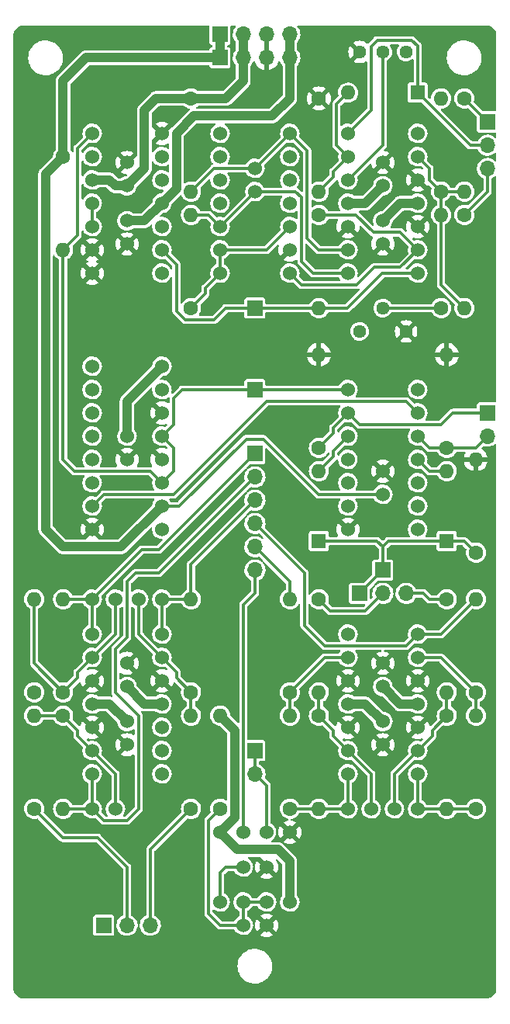
<source format=gtl>
G04 #@! TF.GenerationSoftware,KiCad,Pcbnew,(6.0.0)*
G04 #@! TF.CreationDate,2022-08-08T23:08:48+02:00*
G04 #@! TF.ProjectId,FG-VCO-(core1),46472d56-434f-42d2-9863-6f726531292e,rev?*
G04 #@! TF.SameCoordinates,Original*
G04 #@! TF.FileFunction,Copper,L1,Top*
G04 #@! TF.FilePolarity,Positive*
%FSLAX46Y46*%
G04 Gerber Fmt 4.6, Leading zero omitted, Abs format (unit mm)*
G04 Created by KiCad (PCBNEW (6.0.0)) date 2022-08-08 23:08:48*
%MOMM*%
%LPD*%
G01*
G04 APERTURE LIST*
G04 #@! TA.AperFunction,ComponentPad*
%ADD10C,1.600000*%
G04 #@! TD*
G04 #@! TA.AperFunction,ComponentPad*
%ADD11O,1.600000X1.600000*%
G04 #@! TD*
G04 #@! TA.AperFunction,ComponentPad*
%ADD12C,1.524000*%
G04 #@! TD*
G04 #@! TA.AperFunction,ComponentPad*
%ADD13R,1.700000X1.700000*%
G04 #@! TD*
G04 #@! TA.AperFunction,ComponentPad*
%ADD14O,1.700000X1.700000*%
G04 #@! TD*
G04 #@! TA.AperFunction,ComponentPad*
%ADD15R,1.600000X1.600000*%
G04 #@! TD*
G04 #@! TA.AperFunction,ComponentPad*
%ADD16C,1.440000*%
G04 #@! TD*
G04 #@! TA.AperFunction,Conductor*
%ADD17C,1.000000*%
G04 #@! TD*
G04 #@! TA.AperFunction,Conductor*
%ADD18C,0.300000*%
G04 #@! TD*
G04 APERTURE END LIST*
D10*
X50800000Y-73025000D03*
D11*
X50800000Y-62865000D03*
D12*
X16510000Y-27305000D03*
X16510000Y-24765000D03*
X16510000Y-22225000D03*
X16510000Y-19685000D03*
X16510000Y-17145000D03*
X16510000Y-14605000D03*
X16510000Y-12065000D03*
X8890000Y-12065000D03*
X8890000Y-14605000D03*
X8890000Y-17145000D03*
X8890000Y-19685000D03*
X8890000Y-22225000D03*
X8890000Y-24765000D03*
X8890000Y-27305000D03*
D10*
X46990000Y-18415000D03*
D11*
X46990000Y-8255000D03*
D10*
X33655000Y-46355000D03*
D11*
X33655000Y-36195000D03*
D12*
X12700000Y-24130000D03*
X12700000Y-21590000D03*
D10*
X19685000Y-31115000D03*
D11*
X19685000Y-20955000D03*
D12*
X25400000Y-98425000D03*
X27940000Y-98425000D03*
D10*
X47625000Y-46355000D03*
D11*
X47625000Y-36195000D03*
D10*
X33655000Y-62865000D03*
D11*
X33655000Y-73025000D03*
D10*
X47625000Y-62865000D03*
D11*
X47625000Y-73025000D03*
D10*
X46990000Y-31115000D03*
D11*
X46990000Y-20955000D03*
D10*
X5715000Y-75565000D03*
D11*
X5715000Y-85725000D03*
D12*
X11430000Y-62865000D03*
X8890000Y-62865000D03*
X12700000Y-69850000D03*
X12700000Y-72390000D03*
X26670000Y-15875000D03*
X26670000Y-18415000D03*
D13*
X26670000Y-40005000D03*
D12*
X41910000Y-85725000D03*
X44450000Y-85725000D03*
X36830000Y-40005000D03*
X36830000Y-42545000D03*
X36830000Y-45085000D03*
X36830000Y-47625000D03*
X36830000Y-50165000D03*
X36830000Y-52705000D03*
X36830000Y-55245000D03*
X44450000Y-55245000D03*
X44450000Y-52705000D03*
X44450000Y-50165000D03*
X44450000Y-47625000D03*
X44450000Y-45085000D03*
X44450000Y-42545000D03*
X44450000Y-40005000D03*
D13*
X22860000Y-3810000D03*
D14*
X25400000Y-3810000D03*
X27940000Y-3810000D03*
X30480000Y-3810000D03*
D10*
X22860000Y-85725000D03*
D11*
X22860000Y-75565000D03*
D10*
X50800000Y-57785000D03*
D11*
X50800000Y-47625000D03*
D10*
X5715000Y-73025000D03*
D11*
X5715000Y-62865000D03*
D12*
X40640000Y-48895000D03*
X40640000Y-51435000D03*
D10*
X2540000Y-73025000D03*
D11*
X2540000Y-62865000D03*
D15*
X47625000Y-56515000D03*
D11*
X47625000Y-48895000D03*
D13*
X38100000Y-62230000D03*
D14*
X40640000Y-62230000D03*
X43180000Y-62230000D03*
D10*
X33655000Y-20955000D03*
D11*
X33655000Y-31115000D03*
D12*
X12700000Y-76200000D03*
X12700000Y-78740000D03*
X25400000Y-92075000D03*
X27940000Y-92075000D03*
D13*
X10160000Y-98425000D03*
D14*
X12700000Y-98425000D03*
X15240000Y-98425000D03*
D15*
X33655000Y-56515000D03*
D11*
X33655000Y-48895000D03*
D10*
X30480000Y-73025000D03*
D11*
X30480000Y-62865000D03*
D10*
X47625000Y-75565000D03*
D11*
X47625000Y-85725000D03*
D12*
X40640000Y-78740000D03*
X40640000Y-76200000D03*
D16*
X38100000Y-3175000D03*
X40640000Y-3175000D03*
X43180000Y-3175000D03*
D10*
X5715000Y-14605000D03*
D11*
X5715000Y-24765000D03*
D13*
X40640000Y-59690000D03*
D10*
X19685000Y-85725000D03*
D11*
X19685000Y-75565000D03*
D12*
X13970000Y-62865000D03*
X16510000Y-62865000D03*
D13*
X26670000Y-79375000D03*
D14*
X26670000Y-81915000D03*
D12*
X12700000Y-15240000D03*
X12700000Y-17780000D03*
X44450000Y-81915000D03*
X44450000Y-79375000D03*
X44450000Y-76835000D03*
X44450000Y-74295000D03*
X44450000Y-71755000D03*
X44450000Y-69215000D03*
X44450000Y-66675000D03*
X36830000Y-66675000D03*
X36830000Y-69215000D03*
X36830000Y-71755000D03*
X36830000Y-74295000D03*
X36830000Y-76835000D03*
X36830000Y-79375000D03*
X36830000Y-81915000D03*
D16*
X43180000Y-33655000D03*
X40640000Y-31115000D03*
X38100000Y-33655000D03*
D12*
X40640000Y-17780000D03*
X40640000Y-15240000D03*
X30480000Y-27305000D03*
X30480000Y-24765000D03*
X30480000Y-22225000D03*
X30480000Y-19685000D03*
X30480000Y-17145000D03*
X30480000Y-14605000D03*
X30480000Y-12065000D03*
X22860000Y-12065000D03*
X22860000Y-14605000D03*
X22860000Y-17145000D03*
X22860000Y-19685000D03*
X22860000Y-22225000D03*
X22860000Y-24765000D03*
X22860000Y-27305000D03*
D10*
X50800000Y-85725000D03*
D11*
X50800000Y-75565000D03*
D10*
X30480000Y-85725000D03*
D11*
X30480000Y-75565000D03*
D12*
X8890000Y-66675000D03*
X8890000Y-69215000D03*
X8890000Y-71755000D03*
X8890000Y-74295000D03*
X8890000Y-76835000D03*
X8890000Y-79375000D03*
X8890000Y-81915000D03*
X16510000Y-81915000D03*
X16510000Y-79375000D03*
X16510000Y-76835000D03*
X16510000Y-74295000D03*
X16510000Y-71755000D03*
X16510000Y-69215000D03*
X16510000Y-66675000D03*
X11430000Y-85725000D03*
X8890000Y-85725000D03*
X39370000Y-85725000D03*
X36830000Y-85725000D03*
D13*
X26670000Y-31115000D03*
D10*
X33655000Y-75565000D03*
D11*
X33655000Y-85725000D03*
D12*
X36830000Y-12065000D03*
X36830000Y-14605000D03*
X36830000Y-17145000D03*
X36830000Y-19685000D03*
X36830000Y-22225000D03*
X36830000Y-24765000D03*
X36830000Y-27305000D03*
X44450000Y-27305000D03*
X44450000Y-24765000D03*
X44450000Y-22225000D03*
X44450000Y-19685000D03*
X44450000Y-17145000D03*
X44450000Y-14605000D03*
X44450000Y-12065000D03*
X8890000Y-37465000D03*
X8890000Y-40005000D03*
X8890000Y-42545000D03*
X8890000Y-45085000D03*
X8890000Y-47625000D03*
X8890000Y-50165000D03*
X8890000Y-52705000D03*
X8890000Y-55245000D03*
X16510000Y-55245000D03*
X16510000Y-52705000D03*
X16510000Y-50165000D03*
X16510000Y-47625000D03*
X16510000Y-45085000D03*
X16510000Y-42545000D03*
X16510000Y-40005000D03*
X16510000Y-37465000D03*
X12700000Y-47625000D03*
X12700000Y-45085000D03*
D10*
X19685000Y-8255000D03*
D11*
X19685000Y-18415000D03*
D10*
X49530000Y-8255000D03*
D11*
X49530000Y-18415000D03*
D12*
X40640000Y-72390000D03*
X40640000Y-69850000D03*
D10*
X2540000Y-85725000D03*
D11*
X2540000Y-75565000D03*
D12*
X40640000Y-24130000D03*
X40640000Y-21590000D03*
D10*
X49530000Y-20955000D03*
D11*
X49530000Y-31115000D03*
D10*
X19685000Y-73025000D03*
D11*
X19685000Y-62865000D03*
D15*
X44450000Y-7620000D03*
D11*
X36830000Y-7620000D03*
D12*
X30480000Y-88265000D03*
X27940000Y-88265000D03*
X25400000Y-88265000D03*
X22860000Y-88265000D03*
X22860000Y-95885000D03*
X25400000Y-95885000D03*
X27940000Y-95885000D03*
X30480000Y-95885000D03*
D10*
X33655000Y-8255000D03*
D11*
X33655000Y-18415000D03*
D13*
X26670000Y-46990000D03*
D14*
X26670000Y-49530000D03*
X26670000Y-52070000D03*
X26670000Y-54610000D03*
X26670000Y-57150000D03*
X26670000Y-59690000D03*
D13*
X52070000Y-10810000D03*
D14*
X52070000Y-13350000D03*
X52070000Y-15890000D03*
D13*
X22860000Y-1270000D03*
D14*
X25400000Y-1270000D03*
X27940000Y-1270000D03*
X30480000Y-1270000D03*
D13*
X52070000Y-42545000D03*
D14*
X52070000Y-45085000D03*
D17*
X19685000Y-8255000D02*
X15875000Y-8255000D01*
X15875000Y-8255000D02*
X14605000Y-9525000D01*
X25400000Y-6350000D02*
X25400000Y-1270000D01*
X42545000Y-74295000D02*
X40640000Y-72390000D01*
X14605000Y-15875000D02*
X12700000Y-17780000D01*
X8890000Y-74295000D02*
X10795000Y-74295000D01*
X14605000Y-9525000D02*
X14605000Y-15875000D01*
X12700000Y-17780000D02*
X11430000Y-17780000D01*
X10795000Y-74295000D02*
X12700000Y-76200000D01*
X44450000Y-74295000D02*
X42545000Y-74295000D01*
X23495000Y-8255000D02*
X25400000Y-6350000D01*
X10795000Y-17145000D02*
X8890000Y-17145000D01*
X40640000Y-17780000D02*
X38735000Y-19685000D01*
X19685000Y-8255000D02*
X23495000Y-8255000D01*
X11430000Y-17780000D02*
X10795000Y-17145000D01*
X38735000Y-19685000D02*
X36830000Y-19685000D01*
X18097500Y-18097500D02*
X18097500Y-12065000D01*
X36830000Y-74295000D02*
X38735000Y-74295000D01*
X14605000Y-21590000D02*
X16510000Y-19685000D01*
X18097500Y-12065000D02*
X20002500Y-10160000D01*
X16510000Y-74295000D02*
X14605000Y-74295000D01*
X16510000Y-19685000D02*
X18097500Y-18097500D01*
X40640000Y-21590000D02*
X42545000Y-19685000D01*
X20002500Y-10160000D02*
X28575000Y-10160000D01*
X38735000Y-74295000D02*
X40640000Y-76200000D01*
X30480000Y-1270000D02*
X30480000Y-4445000D01*
X12700000Y-21590000D02*
X14605000Y-21590000D01*
X28575000Y-10160000D02*
X30490000Y-8245000D01*
X14605000Y-74295000D02*
X12700000Y-72390000D01*
X42545000Y-19685000D02*
X44450000Y-19685000D01*
X30490000Y-8245000D02*
X30490000Y-4420000D01*
D18*
X32385000Y-23495000D02*
X32385000Y-13970000D01*
X22225000Y-15875000D02*
X26670000Y-15875000D01*
X36830000Y-24765000D02*
X33655000Y-24765000D01*
X26670000Y-15875000D02*
X30480000Y-12065000D01*
X32385000Y-13970000D02*
X30480000Y-12065000D01*
X33655000Y-24765000D02*
X32385000Y-23495000D01*
X19685000Y-18415000D02*
X22225000Y-15875000D01*
X31750000Y-26035000D02*
X33020000Y-27305000D01*
X21590000Y-20955000D02*
X22860000Y-22225000D01*
X22860000Y-22225000D02*
X26670000Y-18415000D01*
X19685000Y-20955000D02*
X21590000Y-20955000D01*
X31115000Y-18415000D02*
X31750000Y-19050000D01*
X31750000Y-19050000D02*
X31750000Y-26035000D01*
X26670000Y-18415000D02*
X31115000Y-18415000D01*
X33020000Y-27305000D02*
X36830000Y-27305000D01*
D17*
X30480000Y-91440000D02*
X30480000Y-95885000D01*
X12700000Y-41275000D02*
X16510000Y-37465000D01*
X3810000Y-55245000D02*
X5715000Y-57150000D01*
X3810000Y-16510000D02*
X3810000Y-55245000D01*
D18*
X25717500Y-45402500D02*
X27622500Y-45402500D01*
X16510000Y-52705000D02*
X18415000Y-52705000D01*
D17*
X22860000Y-75565000D02*
X24447500Y-77152500D01*
X24447500Y-77152500D02*
X24447500Y-86677500D01*
X5715000Y-6350000D02*
X5715000Y-14605000D01*
X12065000Y-57150000D02*
X16510000Y-52705000D01*
X5715000Y-14605000D02*
X3810000Y-16510000D01*
D18*
X33655000Y-51435000D02*
X40640000Y-51435000D01*
D17*
X22860000Y-1270000D02*
X22860000Y-3810000D01*
X29210000Y-90170000D02*
X30480000Y-91440000D01*
X12700000Y-45085000D02*
X12700000Y-41275000D01*
X22870000Y-3810000D02*
X8255000Y-3810000D01*
X8255000Y-3810000D02*
X5715000Y-6350000D01*
X22860000Y-88265000D02*
X24765000Y-90170000D01*
D18*
X18415000Y-52705000D02*
X25717500Y-45402500D01*
D17*
X5715000Y-57150000D02*
X12065000Y-57150000D01*
X24765000Y-90170000D02*
X29210000Y-90170000D01*
D18*
X27622500Y-45402500D02*
X33655000Y-51435000D01*
D17*
X24447500Y-86677500D02*
X22860000Y-88265000D01*
D18*
X22860000Y-92710000D02*
X22860000Y-95885000D01*
X23495000Y-92075000D02*
X22860000Y-92710000D01*
X25400000Y-92075000D02*
X23495000Y-92075000D01*
X25400000Y-95885000D02*
X25400000Y-98425000D01*
X25400000Y-95885000D02*
X27940000Y-95885000D01*
X21590000Y-97155000D02*
X21590000Y-86995000D01*
X22860000Y-98425000D02*
X21590000Y-97155000D01*
X25400000Y-98425000D02*
X22860000Y-98425000D01*
X21590000Y-86995000D02*
X22860000Y-85725000D01*
X7302500Y-70802500D02*
X8890000Y-69215000D01*
X8890000Y-69215000D02*
X11430000Y-66675000D01*
X7302500Y-71437500D02*
X7302500Y-70802500D01*
X5715000Y-73025000D02*
X7302500Y-71437500D01*
X11430000Y-66675000D02*
X11430000Y-62865000D01*
X2540000Y-62865000D02*
X2540000Y-69850000D01*
X2540000Y-69850000D02*
X5715000Y-73025000D01*
X5715000Y-62865000D02*
X8890000Y-62865000D01*
X8890000Y-62865000D02*
X14287500Y-57467500D01*
X16192500Y-57467500D02*
X26670000Y-46990000D01*
X14287500Y-57467500D02*
X16192500Y-57467500D01*
X8890000Y-62865000D02*
X8890000Y-66675000D01*
X2540000Y-75565000D02*
X5715000Y-75565000D01*
X7302500Y-77787500D02*
X8890000Y-79375000D01*
X7302500Y-77152500D02*
X7302500Y-77787500D01*
X8890000Y-79375000D02*
X11430000Y-81915000D01*
X5715000Y-75565000D02*
X7302500Y-77152500D01*
X11430000Y-81915000D02*
X11430000Y-85725000D01*
X10160000Y-86995000D02*
X12700000Y-86995000D01*
X12700000Y-66992500D02*
X12700000Y-60960000D01*
X11430000Y-68262500D02*
X12700000Y-66992500D01*
X8890000Y-81915000D02*
X8890000Y-85725000D01*
X8890000Y-85725000D02*
X5715000Y-85725000D01*
X13970000Y-85725000D02*
X13970000Y-75572793D01*
X13652500Y-60007500D02*
X16192500Y-60007500D01*
X12700000Y-60960000D02*
X13652500Y-60007500D01*
X11430000Y-73032793D02*
X11430000Y-68262500D01*
X8890000Y-85725000D02*
X10160000Y-86995000D01*
X13970000Y-75572793D02*
X11430000Y-73032793D01*
X16192500Y-60007500D02*
X26670000Y-49530000D01*
X12700000Y-86995000D02*
X13970000Y-85725000D01*
X18097500Y-70802500D02*
X18097500Y-71437500D01*
X18097500Y-71437500D02*
X19685000Y-73025000D01*
X19685000Y-73025000D02*
X19685000Y-75565000D01*
X13970000Y-66675000D02*
X16510000Y-69215000D01*
X16510000Y-69215000D02*
X18097500Y-70802500D01*
X13970000Y-62865000D02*
X13970000Y-66675000D01*
X19685000Y-59055000D02*
X26670000Y-52070000D01*
X16510000Y-62865000D02*
X16510000Y-66675000D01*
X19685000Y-62547500D02*
X19685000Y-59055000D01*
X16510000Y-62865000D02*
X19685000Y-62865000D01*
X41910000Y-85725000D02*
X41910000Y-81915000D01*
X46037500Y-77787500D02*
X46037500Y-77152500D01*
X44450000Y-79375000D02*
X46037500Y-77787500D01*
X46037500Y-77152500D02*
X47625000Y-75565000D01*
X47625000Y-73025000D02*
X47625000Y-75565000D01*
X41910000Y-81915000D02*
X44450000Y-79375000D01*
X44450000Y-85725000D02*
X47625000Y-85725000D01*
X44450000Y-81915000D02*
X44450000Y-85725000D01*
X47625000Y-85725000D02*
X50800000Y-85725000D01*
X35242500Y-77152500D02*
X35242500Y-77787500D01*
X33655000Y-73025000D02*
X33655000Y-75565000D01*
X36830000Y-79375000D02*
X39370000Y-81915000D01*
X33655000Y-75565000D02*
X35242500Y-77152500D01*
X39370000Y-81915000D02*
X39370000Y-85725000D01*
X35242500Y-77787500D02*
X36830000Y-79375000D01*
X33655000Y-85725000D02*
X30480000Y-85725000D01*
X36830000Y-85725000D02*
X33655000Y-85725000D01*
X36830000Y-81915000D02*
X36830000Y-85725000D01*
X52070000Y-13350000D02*
X50180000Y-13350000D01*
X39370000Y-2558746D02*
X40023746Y-1905000D01*
X36830000Y-12065000D02*
X39370000Y-9525000D01*
X44450000Y-2540000D02*
X44450000Y-7620000D01*
X50180000Y-13350000D02*
X44450000Y-7620000D01*
X40023746Y-1905000D02*
X43815000Y-1905000D01*
X43815000Y-1905000D02*
X44450000Y-2540000D01*
X39370000Y-9525000D02*
X39370000Y-2558746D01*
X35560000Y-13335000D02*
X36830000Y-14605000D01*
X35242500Y-16827500D02*
X33655000Y-18415000D01*
X36830000Y-14605000D02*
X35242500Y-16192500D01*
X35242500Y-16192500D02*
X35242500Y-16827500D01*
X36830000Y-7620000D02*
X35560000Y-8890000D01*
X35560000Y-8890000D02*
X35560000Y-13335000D01*
X47625000Y-56515000D02*
X49530000Y-56515000D01*
X41275000Y-56515000D02*
X40640000Y-57150000D01*
X49530000Y-56515000D02*
X50800000Y-57785000D01*
X47625000Y-56515000D02*
X41275000Y-56515000D01*
X40640000Y-57150000D02*
X40640000Y-59690000D01*
X33655000Y-56515000D02*
X40005000Y-56515000D01*
X40640000Y-57150000D02*
X40005000Y-56515000D01*
X38100000Y-62230000D02*
X40640000Y-59690000D01*
X36830000Y-45085000D02*
X35242500Y-46672500D01*
X35242500Y-46672500D02*
X35242500Y-47307500D01*
X35242500Y-47307500D02*
X33655000Y-48895000D01*
X45720000Y-48895000D02*
X44450000Y-47625000D01*
X47625000Y-48895000D02*
X45720000Y-48895000D01*
X32067500Y-60007500D02*
X32067500Y-65722500D01*
X32067500Y-65722500D02*
X34290000Y-67945000D01*
X43180000Y-67945000D02*
X44450000Y-66675000D01*
X26670000Y-54610000D02*
X32067500Y-60007500D01*
X44450000Y-66675000D02*
X46990000Y-66675000D01*
X34290000Y-67945000D02*
X43180000Y-67945000D01*
X46990000Y-66675000D02*
X50800000Y-62865000D01*
X30480000Y-60960000D02*
X26670000Y-57150000D01*
X30480000Y-62865000D02*
X30480000Y-60960000D01*
X25400000Y-88265000D02*
X25400000Y-64135000D01*
X26670000Y-62230000D02*
X25400000Y-63500000D01*
X25400000Y-63500000D02*
X25400000Y-64135000D01*
X26670000Y-62230000D02*
X26670000Y-59690000D01*
X49530000Y-8255000D02*
X52070000Y-10795000D01*
X52070000Y-18415000D02*
X52070000Y-15875000D01*
X49530000Y-20955000D02*
X52070000Y-18415000D01*
X35242500Y-44767500D02*
X33655000Y-46355000D01*
X35242500Y-44132500D02*
X35242500Y-44767500D01*
X52070000Y-42540000D02*
X48265000Y-42540000D01*
X36830000Y-42545000D02*
X35242500Y-44132500D01*
X48265000Y-42540000D02*
X46990000Y-43815000D01*
X38100000Y-43815000D02*
X36830000Y-42545000D01*
X46990000Y-43815000D02*
X38100000Y-43815000D01*
X50800000Y-46355000D02*
X52070000Y-45085000D01*
X45720000Y-46355000D02*
X44450000Y-45085000D01*
X47625000Y-46355000D02*
X50800000Y-46355000D01*
X47625000Y-46355000D02*
X45720000Y-46355000D01*
X9525000Y-88900000D02*
X5715000Y-88900000D01*
X5715000Y-88900000D02*
X2540000Y-85725000D01*
X12700000Y-98425000D02*
X12700000Y-92075000D01*
X12700000Y-92075000D02*
X9525000Y-88900000D01*
X15240000Y-98425000D02*
X15240000Y-90170000D01*
X15240000Y-90170000D02*
X19685000Y-85725000D01*
X45085000Y-62230000D02*
X45720000Y-62865000D01*
X45720000Y-62865000D02*
X47625000Y-62865000D01*
X43180000Y-62230000D02*
X45085000Y-62230000D01*
X33655000Y-62865000D02*
X34925000Y-64135000D01*
X38735000Y-64135000D02*
X40640000Y-62230000D01*
X34925000Y-64135000D02*
X38735000Y-64135000D01*
X26670000Y-31115000D02*
X33655000Y-31115000D01*
X18097500Y-31432500D02*
X19050000Y-32385000D01*
X23495000Y-31115000D02*
X26670000Y-31115000D01*
X22225000Y-32385000D02*
X23495000Y-31115000D01*
X19050000Y-32385000D02*
X22225000Y-32385000D01*
X18097500Y-26352500D02*
X18097500Y-31432500D01*
X40570685Y-27305000D02*
X44450000Y-27305000D01*
X33655000Y-31115000D02*
X36760685Y-31115000D01*
X36760685Y-31115000D02*
X40570685Y-27305000D01*
X16510000Y-24765000D02*
X18097500Y-26352500D01*
X22860000Y-24765000D02*
X27940000Y-24765000D01*
X27940000Y-24765000D02*
X30480000Y-22225000D01*
X21272500Y-29527500D02*
X21272500Y-28892500D01*
X19685000Y-31115000D02*
X21272500Y-29527500D01*
X21272500Y-28892500D02*
X22860000Y-27305000D01*
X22860000Y-27305000D02*
X22860000Y-24765000D01*
X45720000Y-15875000D02*
X44450000Y-14605000D01*
X46990000Y-18415000D02*
X49530000Y-18415000D01*
X46990000Y-18415000D02*
X45720000Y-17145000D01*
X49530000Y-31115000D02*
X46990000Y-28575000D01*
X45720000Y-17145000D02*
X45720000Y-15875000D01*
X46990000Y-28575000D02*
X46990000Y-18415000D01*
X40640000Y-31115000D02*
X46990000Y-31115000D01*
X6985000Y-48895000D02*
X5715000Y-47625000D01*
X16510000Y-50165000D02*
X15240000Y-48895000D01*
X5715000Y-24765000D02*
X7302500Y-23177500D01*
X15240000Y-48895000D02*
X6985000Y-48895000D01*
X16510000Y-50165000D02*
X17780000Y-48895000D01*
X17780000Y-48895000D02*
X17780000Y-46355000D01*
X5715000Y-47625000D02*
X5715000Y-24765000D01*
X7302500Y-13652500D02*
X8890000Y-12065000D01*
X18732500Y-40005000D02*
X19367500Y-40005000D01*
X16510000Y-45085000D02*
X17780000Y-43815000D01*
X17780000Y-40957500D02*
X18732500Y-40005000D01*
X7302500Y-23177500D02*
X7302500Y-13652500D01*
X21590000Y-40005000D02*
X36830000Y-40005000D01*
X17780000Y-46355000D02*
X16510000Y-45085000D01*
X17780000Y-43815000D02*
X17780000Y-40957500D01*
X21590000Y-40005000D02*
X19367500Y-40005000D01*
X46990000Y-69215000D02*
X50800000Y-73025000D01*
X44450000Y-69215000D02*
X46990000Y-69215000D01*
X50800000Y-73025000D02*
X50800000Y-75565000D01*
X30480000Y-73025000D02*
X30480000Y-75565000D01*
X34290000Y-69215000D02*
X36830000Y-69215000D01*
X30480000Y-73025000D02*
X34290000Y-69215000D01*
X8890000Y-19685000D02*
X8890000Y-22225000D01*
X27940000Y-83185000D02*
X27940000Y-88265000D01*
X26670000Y-79420000D02*
X26670000Y-81915000D01*
X26670000Y-81915000D02*
X27940000Y-83185000D01*
X39612021Y-22860000D02*
X42545000Y-22860000D01*
X33655000Y-20955000D02*
X37707021Y-20955000D01*
X42545000Y-26670000D02*
X39687500Y-26670000D01*
X42545000Y-22860000D02*
X44450000Y-24765000D01*
X44450000Y-24765000D02*
X42545000Y-26670000D01*
X37707021Y-20955000D02*
X39612021Y-22860000D01*
X37782500Y-28575000D02*
X31750000Y-28575000D01*
X39687500Y-26670000D02*
X37782500Y-28575000D01*
X31750000Y-28575000D02*
X30480000Y-27305000D01*
X43180000Y-41275000D02*
X27940000Y-41275000D01*
X27940000Y-41275000D02*
X17780000Y-51435000D01*
X44450000Y-42545000D02*
X43180000Y-41275000D01*
X17780000Y-51435000D02*
X10160000Y-51435000D01*
X10160000Y-51435000D02*
X8890000Y-52705000D01*
X36830000Y-17145000D02*
X40640000Y-13335000D01*
X40640000Y-13335000D02*
X40640000Y-3175000D01*
G04 #@! TA.AperFunction,Conductor*
G36*
X21668691Y-318907D02*
G01*
X21704655Y-368407D01*
X21709500Y-399000D01*
X21709500Y-2164646D01*
X21712618Y-2190846D01*
X21758061Y-2293153D01*
X21837287Y-2372241D01*
X21845645Y-2375936D01*
X21932864Y-2414496D01*
X21932866Y-2414496D01*
X21939673Y-2417506D01*
X21965354Y-2420500D01*
X21966537Y-2420500D01*
X22023238Y-2442635D01*
X22056270Y-2494137D01*
X22059500Y-2519218D01*
X22059500Y-2560788D01*
X22040593Y-2618979D01*
X21991093Y-2654943D01*
X21966966Y-2659500D01*
X21965354Y-2659500D01*
X21962450Y-2659846D01*
X21962443Y-2659846D01*
X21946531Y-2661740D01*
X21946530Y-2661740D01*
X21939154Y-2662618D01*
X21836847Y-2708061D01*
X21757759Y-2787287D01*
X21712494Y-2889673D01*
X21709500Y-2915354D01*
X21709500Y-2916537D01*
X21687365Y-2973238D01*
X21635863Y-3006270D01*
X21610782Y-3009500D01*
X8263991Y-3009500D01*
X8262954Y-3009495D01*
X8256587Y-3009428D01*
X8173593Y-3008559D01*
X8130359Y-3017907D01*
X8120484Y-3019523D01*
X8108987Y-3020813D01*
X8082025Y-3023837D01*
X8082021Y-3023838D01*
X8076528Y-3024454D01*
X8071308Y-3026272D01*
X8071303Y-3026273D01*
X8043683Y-3035892D01*
X8032043Y-3039163D01*
X7998058Y-3046511D01*
X7957968Y-3065205D01*
X7948700Y-3068968D01*
X7931650Y-3074906D01*
X7906927Y-3083515D01*
X7902236Y-3086446D01*
X7902228Y-3086450D01*
X7877430Y-3101946D01*
X7866819Y-3107708D01*
X7835292Y-3122410D01*
X7800338Y-3149523D01*
X7792135Y-3155245D01*
X7759324Y-3175747D01*
X7759319Y-3175751D01*
X7754625Y-3178684D01*
X7726172Y-3206939D01*
X7725463Y-3207602D01*
X7724823Y-3208099D01*
X7698963Y-3233959D01*
X7698718Y-3234202D01*
X7629601Y-3302838D01*
X7629595Y-3302845D01*
X7627193Y-3305230D01*
X7626558Y-3306231D01*
X7625398Y-3307524D01*
X5155288Y-5777634D01*
X5154551Y-5778363D01*
X5090732Y-5840859D01*
X5087734Y-5845511D01*
X5066775Y-5878033D01*
X5060929Y-5886168D01*
X5036790Y-5916407D01*
X5033336Y-5920734D01*
X5030930Y-5925711D01*
X5030925Y-5925719D01*
X5018197Y-5952048D01*
X5012282Y-5962589D01*
X4993446Y-5991817D01*
X4978312Y-6033396D01*
X4974423Y-6042601D01*
X4955173Y-6082422D01*
X4953928Y-6087815D01*
X4947350Y-6116308D01*
X4943916Y-6127898D01*
X4933917Y-6155369D01*
X4933915Y-6155376D01*
X4932022Y-6160578D01*
X4931328Y-6166074D01*
X4926479Y-6204454D01*
X4924723Y-6214315D01*
X4914774Y-6257411D01*
X4914634Y-6297481D01*
X4914601Y-6298481D01*
X4914500Y-6299283D01*
X4914500Y-6335892D01*
X4914147Y-6437000D01*
X4914406Y-6438159D01*
X4914500Y-6439894D01*
X4914500Y-13808374D01*
X4893247Y-13869664D01*
X4793032Y-13996787D01*
X4788089Y-14003057D01*
X4693914Y-14182053D01*
X4692569Y-14186384D01*
X4692568Y-14186387D01*
X4636424Y-14367205D01*
X4633937Y-14375213D01*
X4633404Y-14379716D01*
X4613972Y-14543893D01*
X4585662Y-14602260D01*
X3250288Y-15937634D01*
X3249551Y-15938363D01*
X3185732Y-16000859D01*
X3182734Y-16005511D01*
X3161775Y-16038033D01*
X3155929Y-16046168D01*
X3131962Y-16076192D01*
X3128336Y-16080734D01*
X3125930Y-16085711D01*
X3125925Y-16085719D01*
X3113197Y-16112048D01*
X3107282Y-16122589D01*
X3092817Y-16145035D01*
X3088446Y-16151817D01*
X3073312Y-16193396D01*
X3069423Y-16202601D01*
X3050173Y-16242422D01*
X3042493Y-16275690D01*
X3042350Y-16276308D01*
X3038916Y-16287898D01*
X3028917Y-16315369D01*
X3028915Y-16315376D01*
X3027022Y-16320578D01*
X3026328Y-16326074D01*
X3021479Y-16364454D01*
X3019723Y-16374315D01*
X3018529Y-16379489D01*
X3009774Y-16417411D01*
X3009662Y-16449427D01*
X3009634Y-16457481D01*
X3009601Y-16458481D01*
X3009500Y-16459283D01*
X3009500Y-16495892D01*
X3009147Y-16597000D01*
X3009406Y-16598159D01*
X3009500Y-16599894D01*
X3009500Y-55236009D01*
X3009495Y-55237046D01*
X3008559Y-55326407D01*
X3015907Y-55360391D01*
X3017905Y-55369632D01*
X3019524Y-55379519D01*
X3023699Y-55416740D01*
X3024454Y-55423472D01*
X3026272Y-55428692D01*
X3026273Y-55428697D01*
X3035892Y-55456317D01*
X3039163Y-55467955D01*
X3046511Y-55501942D01*
X3048849Y-55506956D01*
X3048851Y-55506962D01*
X3065201Y-55542024D01*
X3068970Y-55551306D01*
X3083515Y-55593073D01*
X3086446Y-55597763D01*
X3101944Y-55622566D01*
X3107710Y-55633187D01*
X3120070Y-55659693D01*
X3120074Y-55659700D01*
X3122409Y-55664707D01*
X3125796Y-55669073D01*
X3125800Y-55669080D01*
X3149520Y-55699659D01*
X3155251Y-55707873D01*
X3178684Y-55745375D01*
X3206939Y-55773828D01*
X3207602Y-55774537D01*
X3208099Y-55775177D01*
X3233959Y-55801037D01*
X3234202Y-55801282D01*
X3302838Y-55870399D01*
X3302845Y-55870405D01*
X3305230Y-55872807D01*
X3306231Y-55873442D01*
X3307524Y-55874602D01*
X5142634Y-57709712D01*
X5143363Y-57710449D01*
X5205859Y-57774268D01*
X5210511Y-57777266D01*
X5243033Y-57798225D01*
X5251168Y-57804071D01*
X5281407Y-57828210D01*
X5285734Y-57831664D01*
X5290711Y-57834070D01*
X5290719Y-57834075D01*
X5317048Y-57846803D01*
X5327589Y-57852718D01*
X5352166Y-57868557D01*
X5352168Y-57868558D01*
X5356817Y-57871554D01*
X5398396Y-57886688D01*
X5407601Y-57890577D01*
X5416986Y-57895114D01*
X5442434Y-57907416D01*
X5442436Y-57907417D01*
X5447422Y-57909827D01*
X5481313Y-57917651D01*
X5492898Y-57921084D01*
X5520369Y-57931083D01*
X5520376Y-57931085D01*
X5525578Y-57932978D01*
X5550790Y-57936163D01*
X5569454Y-57938521D01*
X5579315Y-57940277D01*
X5596622Y-57944272D01*
X5622411Y-57950226D01*
X5662492Y-57950366D01*
X5663481Y-57950399D01*
X5664283Y-57950500D01*
X5700832Y-57950500D01*
X5701180Y-57950501D01*
X5802000Y-57950853D01*
X5803159Y-57950594D01*
X5804894Y-57950500D01*
X12056009Y-57950500D01*
X12057047Y-57950505D01*
X12146407Y-57951441D01*
X12189641Y-57942093D01*
X12199516Y-57940477D01*
X12216950Y-57938521D01*
X12237975Y-57936163D01*
X12237979Y-57936162D01*
X12243472Y-57935546D01*
X12248692Y-57933728D01*
X12248697Y-57933727D01*
X12276317Y-57924108D01*
X12287955Y-57920837D01*
X12316530Y-57914659D01*
X12321942Y-57913489D01*
X12326956Y-57911151D01*
X12326962Y-57911149D01*
X12362024Y-57894799D01*
X12371306Y-57891030D01*
X12407844Y-57878306D01*
X12413073Y-57876485D01*
X12442566Y-57858056D01*
X12453187Y-57852290D01*
X12479693Y-57839930D01*
X12479700Y-57839926D01*
X12484707Y-57837591D01*
X12489073Y-57834204D01*
X12489080Y-57834200D01*
X12519659Y-57810480D01*
X12527875Y-57804748D01*
X12565375Y-57781316D01*
X12593828Y-57753061D01*
X12594537Y-57752398D01*
X12595177Y-57751901D01*
X12621037Y-57726041D01*
X12623502Y-57723593D01*
X12690399Y-57657162D01*
X12690405Y-57657155D01*
X12692807Y-57654770D01*
X12693442Y-57653769D01*
X12694602Y-57652476D01*
X15283685Y-55063393D01*
X15338202Y-55035616D01*
X15398634Y-55045187D01*
X15441899Y-55088452D01*
X15452072Y-55144431D01*
X15442463Y-55230093D01*
X15448122Y-55297486D01*
X15458702Y-55423472D01*
X15459899Y-55437730D01*
X15461232Y-55442378D01*
X15461232Y-55442379D01*
X15515946Y-55633187D01*
X15517333Y-55638025D01*
X15519548Y-55642335D01*
X15610364Y-55819045D01*
X15610367Y-55819049D01*
X15612577Y-55823350D01*
X15742003Y-55986646D01*
X15745690Y-55989784D01*
X15745692Y-55989786D01*
X15856363Y-56083974D01*
X15900683Y-56121693D01*
X16082571Y-56223346D01*
X16087169Y-56224840D01*
X16276135Y-56286239D01*
X16276137Y-56286240D01*
X16280740Y-56287735D01*
X16484300Y-56312009D01*
X16539842Y-56337673D01*
X16569692Y-56391083D01*
X16562447Y-56451838D01*
X16542581Y-56480316D01*
X16034893Y-56988004D01*
X15980376Y-57015781D01*
X15964889Y-57017000D01*
X14320127Y-57017000D01*
X14308491Y-57016314D01*
X14303987Y-57015781D01*
X14273190Y-57012136D01*
X14215067Y-57022751D01*
X14212020Y-57023258D01*
X14188628Y-57026775D01*
X14160853Y-57030951D01*
X14160852Y-57030951D01*
X14153538Y-57032051D01*
X14147028Y-57035177D01*
X14139927Y-57036474D01*
X14115613Y-57049104D01*
X14087505Y-57063704D01*
X14084727Y-57065092D01*
X14038100Y-57087483D01*
X14038096Y-57087485D01*
X14031421Y-57090691D01*
X14026983Y-57094794D01*
X14024720Y-57096319D01*
X14019712Y-57098920D01*
X14014672Y-57103225D01*
X13977040Y-57140857D01*
X13974237Y-57143551D01*
X13937376Y-57177624D01*
X13937374Y-57177627D01*
X13931944Y-57182646D01*
X13928422Y-57188710D01*
X13921862Y-57196035D01*
X9295091Y-61822806D01*
X9240574Y-61850583D01*
X9195812Y-61847375D01*
X9109300Y-61820595D01*
X9109296Y-61820594D01*
X9104679Y-61819165D01*
X9099872Y-61818660D01*
X9099868Y-61818659D01*
X8902269Y-61797891D01*
X8902267Y-61797891D01*
X8897453Y-61797385D01*
X8846029Y-61802065D01*
X8694764Y-61815831D01*
X8694761Y-61815832D01*
X8689944Y-61816270D01*
X8685302Y-61817636D01*
X8685298Y-61817637D01*
X8494702Y-61873733D01*
X8494699Y-61873734D01*
X8490055Y-61875101D01*
X8305399Y-61971636D01*
X8301623Y-61974672D01*
X8301620Y-61974674D01*
X8180083Y-62072393D01*
X8143011Y-62102200D01*
X8139902Y-62105905D01*
X8139899Y-62105908D01*
X8033328Y-62232914D01*
X8009075Y-62261818D01*
X7982094Y-62310897D01*
X7953343Y-62363194D01*
X7908741Y-62405078D01*
X7866589Y-62414500D01*
X6781529Y-62414500D01*
X6723338Y-62395593D01*
X6692739Y-62359287D01*
X6689049Y-62351804D01*
X6657351Y-62287527D01*
X6536335Y-62125467D01*
X6387812Y-61988174D01*
X6383470Y-61985434D01*
X6220594Y-61882667D01*
X6216757Y-61880246D01*
X6028898Y-61805298D01*
X5830526Y-61765839D01*
X5730930Y-61764535D01*
X5632826Y-61763251D01*
X5632821Y-61763251D01*
X5628286Y-61763192D01*
X5623813Y-61763961D01*
X5623808Y-61763961D01*
X5530352Y-61780020D01*
X5428949Y-61797444D01*
X5239193Y-61867449D01*
X5235290Y-61869771D01*
X5226331Y-61875101D01*
X5065371Y-61970862D01*
X5061956Y-61973857D01*
X5061953Y-61973859D01*
X5009978Y-62019440D01*
X4913305Y-62104220D01*
X4910497Y-62107782D01*
X4808180Y-62237572D01*
X4788089Y-62263057D01*
X4693914Y-62442053D01*
X4692569Y-62446384D01*
X4692568Y-62446387D01*
X4638718Y-62619816D01*
X4633937Y-62635213D01*
X4610164Y-62836069D01*
X4613563Y-62887932D01*
X4619831Y-62983555D01*
X4623392Y-63037894D01*
X4624508Y-63042287D01*
X4624508Y-63042289D01*
X4659308Y-63179316D01*
X4673178Y-63233928D01*
X4757856Y-63417607D01*
X4874588Y-63582780D01*
X5019466Y-63723913D01*
X5187637Y-63836282D01*
X5373470Y-63916122D01*
X5570740Y-63960760D01*
X5772842Y-63968700D01*
X5826377Y-63960938D01*
X5968519Y-63940329D01*
X5968522Y-63940328D01*
X5973007Y-63939678D01*
X6106574Y-63894338D01*
X6160234Y-63876123D01*
X6160237Y-63876121D01*
X6164531Y-63874664D01*
X6341001Y-63775837D01*
X6496505Y-63646505D01*
X6625837Y-63491001D01*
X6628057Y-63487038D01*
X6695769Y-63366127D01*
X6740698Y-63324594D01*
X6782146Y-63315500D01*
X7866441Y-63315500D01*
X7924632Y-63334407D01*
X7954493Y-63369247D01*
X7981525Y-63421845D01*
X7992577Y-63443350D01*
X8122003Y-63606646D01*
X8125690Y-63609784D01*
X8125692Y-63609786D01*
X8195762Y-63669420D01*
X8280683Y-63741693D01*
X8284905Y-63744053D01*
X8284910Y-63744056D01*
X8388798Y-63802116D01*
X8430370Y-63847009D01*
X8439500Y-63888535D01*
X8439500Y-65651574D01*
X8420593Y-65709765D01*
X8386367Y-65739307D01*
X8305399Y-65781636D01*
X8301623Y-65784672D01*
X8301620Y-65784674D01*
X8146783Y-65909167D01*
X8143011Y-65912200D01*
X8139902Y-65915905D01*
X8139899Y-65915908D01*
X8073258Y-65995328D01*
X8009075Y-66071818D01*
X7908693Y-66254411D01*
X7845690Y-66453025D01*
X7839795Y-66505580D01*
X7823796Y-66648213D01*
X7822463Y-66660093D01*
X7825528Y-66696589D01*
X7837142Y-66834893D01*
X7839899Y-66867730D01*
X7841232Y-66872378D01*
X7841232Y-66872379D01*
X7894570Y-67058388D01*
X7897333Y-67068025D01*
X7899548Y-67072335D01*
X7990364Y-67249045D01*
X7990367Y-67249049D01*
X7992577Y-67253350D01*
X8122003Y-67416646D01*
X8125690Y-67419784D01*
X8125692Y-67419786D01*
X8206186Y-67488291D01*
X8280683Y-67551693D01*
X8462571Y-67653346D01*
X8467169Y-67654840D01*
X8656135Y-67716239D01*
X8656137Y-67716240D01*
X8660740Y-67717735D01*
X8867641Y-67742407D01*
X8872463Y-67742036D01*
X8872466Y-67742036D01*
X9070566Y-67726793D01*
X9070571Y-67726792D01*
X9075394Y-67726421D01*
X9276085Y-67670387D01*
X9280398Y-67668208D01*
X9280404Y-67668206D01*
X9457750Y-67578622D01*
X9457752Y-67578620D01*
X9462071Y-67576439D01*
X9465888Y-67573457D01*
X9622451Y-67451137D01*
X9622453Y-67451135D01*
X9626266Y-67448156D01*
X9762417Y-67290423D01*
X9811388Y-67204219D01*
X9862951Y-67113453D01*
X9862952Y-67113451D01*
X9865339Y-67109249D01*
X9926328Y-66925907D01*
X9929582Y-66916125D01*
X9929582Y-66916123D01*
X9931109Y-66911534D01*
X9935552Y-66876370D01*
X9950206Y-66760369D01*
X9957225Y-66704810D01*
X9957641Y-66675000D01*
X9942188Y-66517393D01*
X9937780Y-66472437D01*
X9937779Y-66472433D01*
X9937308Y-66467627D01*
X9877083Y-66268154D01*
X9779261Y-66084176D01*
X9647567Y-65922704D01*
X9577102Y-65864410D01*
X9490744Y-65792968D01*
X9490742Y-65792967D01*
X9487017Y-65789885D01*
X9392413Y-65738733D01*
X9350219Y-65694425D01*
X9340500Y-65651648D01*
X9340500Y-63888754D01*
X9359407Y-63830563D01*
X9394863Y-63800388D01*
X9457750Y-63768622D01*
X9457752Y-63768621D01*
X9462071Y-63766439D01*
X9493037Y-63742246D01*
X9622451Y-63641137D01*
X9622453Y-63641135D01*
X9626266Y-63638156D01*
X9762417Y-63480423D01*
X9798102Y-63417607D01*
X9862951Y-63303453D01*
X9862952Y-63303451D01*
X9865339Y-63299249D01*
X9917159Y-63143469D01*
X9929582Y-63106125D01*
X9929582Y-63106123D01*
X9931109Y-63101534D01*
X9957225Y-62894810D01*
X9957641Y-62865000D01*
X9941847Y-62703916D01*
X9937781Y-62662447D01*
X9937780Y-62662443D01*
X9937308Y-62657627D01*
X9932900Y-62643025D01*
X9907396Y-62558556D01*
X9908677Y-62497384D01*
X9932166Y-62459937D01*
X14445107Y-57946996D01*
X14499624Y-57919219D01*
X14515111Y-57918000D01*
X16159873Y-57918000D01*
X16171509Y-57918686D01*
X16206810Y-57922864D01*
X16214086Y-57921535D01*
X16214089Y-57921535D01*
X16251736Y-57914659D01*
X16264930Y-57912249D01*
X16267976Y-57911742D01*
X16326462Y-57902949D01*
X16332975Y-57899821D01*
X16340073Y-57898525D01*
X16392482Y-57871301D01*
X16395262Y-57869912D01*
X16441908Y-57847513D01*
X16441911Y-57847511D01*
X16448579Y-57844309D01*
X16453021Y-57840203D01*
X16455281Y-57838680D01*
X16460288Y-57836079D01*
X16465328Y-57831775D01*
X16502960Y-57794143D01*
X16505763Y-57791449D01*
X16542624Y-57757376D01*
X16542626Y-57757373D01*
X16548056Y-57752354D01*
X16551578Y-57746290D01*
X16558138Y-57738965D01*
X25648331Y-48648772D01*
X25702848Y-48620995D01*
X25763208Y-48630555D01*
X25759222Y-48626009D01*
X25753623Y-48565080D01*
X25780178Y-48516925D01*
X26127607Y-48169496D01*
X26182124Y-48141719D01*
X26197611Y-48140500D01*
X27564646Y-48140500D01*
X27581049Y-48138548D01*
X27583469Y-48138260D01*
X27583470Y-48138260D01*
X27590846Y-48137382D01*
X27693153Y-48091939D01*
X27772241Y-48012713D01*
X27803511Y-47941983D01*
X27814496Y-47917136D01*
X27814496Y-47917134D01*
X27817506Y-47910327D01*
X27820500Y-47884646D01*
X27820500Y-46476611D01*
X27839407Y-46418420D01*
X27888907Y-46382456D01*
X27950093Y-46382456D01*
X27989504Y-46406607D01*
X33313381Y-51730484D01*
X33321122Y-51739196D01*
X33343128Y-51767110D01*
X33389668Y-51799275D01*
X33391741Y-51800708D01*
X33394272Y-51802517D01*
X33435861Y-51833236D01*
X33435863Y-51833237D01*
X33441816Y-51837634D01*
X33448632Y-51840027D01*
X33454569Y-51844131D01*
X33461628Y-51846364D01*
X33461629Y-51846364D01*
X33481973Y-51852798D01*
X33510929Y-51861956D01*
X33513814Y-51862918D01*
X33569631Y-51882519D01*
X33575673Y-51882756D01*
X33578347Y-51883277D01*
X33583730Y-51884980D01*
X33590337Y-51885500D01*
X33643541Y-51885500D01*
X33647428Y-51885576D01*
X33704994Y-51887838D01*
X33711773Y-51886041D01*
X33721593Y-51885500D01*
X35918282Y-51885500D01*
X35976473Y-51904407D01*
X36012437Y-51953907D01*
X36012437Y-52015093D01*
X35994120Y-52048135D01*
X35949075Y-52101818D01*
X35848693Y-52284411D01*
X35785690Y-52483025D01*
X35762463Y-52690093D01*
X35765985Y-52732036D01*
X35778706Y-52883519D01*
X35779899Y-52897730D01*
X35781232Y-52902378D01*
X35781232Y-52902379D01*
X35828697Y-53067907D01*
X35837333Y-53098025D01*
X35839548Y-53102335D01*
X35930364Y-53279045D01*
X35930367Y-53279049D01*
X35932577Y-53283350D01*
X36062003Y-53446646D01*
X36065690Y-53449784D01*
X36065692Y-53449786D01*
X36182746Y-53549406D01*
X36220683Y-53581693D01*
X36402571Y-53683346D01*
X36407169Y-53684840D01*
X36596135Y-53746239D01*
X36596137Y-53746240D01*
X36600740Y-53747735D01*
X36807641Y-53772407D01*
X36812463Y-53772036D01*
X36812466Y-53772036D01*
X37010566Y-53756793D01*
X37010571Y-53756792D01*
X37015394Y-53756421D01*
X37216085Y-53700387D01*
X37220398Y-53698208D01*
X37220404Y-53698206D01*
X37397750Y-53608622D01*
X37397752Y-53608620D01*
X37402071Y-53606439D01*
X37405888Y-53603457D01*
X37562451Y-53481137D01*
X37562453Y-53481135D01*
X37566266Y-53478156D01*
X37702417Y-53320423D01*
X37794099Y-53159035D01*
X37802951Y-53143453D01*
X37802952Y-53143451D01*
X37805339Y-53139249D01*
X37871109Y-52941534D01*
X37897225Y-52734810D01*
X37897641Y-52705000D01*
X37896179Y-52690093D01*
X43382463Y-52690093D01*
X43385985Y-52732036D01*
X43398706Y-52883519D01*
X43399899Y-52897730D01*
X43401232Y-52902378D01*
X43401232Y-52902379D01*
X43448697Y-53067907D01*
X43457333Y-53098025D01*
X43459548Y-53102335D01*
X43550364Y-53279045D01*
X43550367Y-53279049D01*
X43552577Y-53283350D01*
X43682003Y-53446646D01*
X43685690Y-53449784D01*
X43685692Y-53449786D01*
X43802746Y-53549406D01*
X43840683Y-53581693D01*
X44022571Y-53683346D01*
X44027169Y-53684840D01*
X44216135Y-53746239D01*
X44216137Y-53746240D01*
X44220740Y-53747735D01*
X44427641Y-53772407D01*
X44432463Y-53772036D01*
X44432466Y-53772036D01*
X44630566Y-53756793D01*
X44630571Y-53756792D01*
X44635394Y-53756421D01*
X44836085Y-53700387D01*
X44840398Y-53698208D01*
X44840404Y-53698206D01*
X45017750Y-53608622D01*
X45017752Y-53608620D01*
X45022071Y-53606439D01*
X45025888Y-53603457D01*
X45182451Y-53481137D01*
X45182453Y-53481135D01*
X45186266Y-53478156D01*
X45322417Y-53320423D01*
X45414099Y-53159035D01*
X45422951Y-53143453D01*
X45422952Y-53143451D01*
X45425339Y-53139249D01*
X45491109Y-52941534D01*
X45517225Y-52734810D01*
X45517641Y-52705000D01*
X45501847Y-52543916D01*
X45497780Y-52502437D01*
X45497779Y-52502433D01*
X45497308Y-52497627D01*
X45437083Y-52298154D01*
X45339261Y-52114176D01*
X45207567Y-51952704D01*
X45149186Y-51904407D01*
X45050744Y-51822968D01*
X45050742Y-51822967D01*
X45047017Y-51819885D01*
X44897788Y-51739197D01*
X44867982Y-51723081D01*
X44867981Y-51723081D01*
X44863728Y-51720781D01*
X44755811Y-51687375D01*
X44669300Y-51660595D01*
X44669296Y-51660594D01*
X44664679Y-51659165D01*
X44659872Y-51658660D01*
X44659868Y-51658659D01*
X44462269Y-51637891D01*
X44462267Y-51637891D01*
X44457453Y-51637385D01*
X44389720Y-51643549D01*
X44254764Y-51655831D01*
X44254761Y-51655832D01*
X44249944Y-51656270D01*
X44245302Y-51657636D01*
X44245298Y-51657637D01*
X44054702Y-51713733D01*
X44054699Y-51713734D01*
X44050055Y-51715101D01*
X43865399Y-51811636D01*
X43861623Y-51814672D01*
X43861620Y-51814674D01*
X43717101Y-51930871D01*
X43703011Y-51942200D01*
X43699902Y-51945905D01*
X43699899Y-51945908D01*
X43593328Y-52072914D01*
X43569075Y-52101818D01*
X43468693Y-52284411D01*
X43405690Y-52483025D01*
X43382463Y-52690093D01*
X37896179Y-52690093D01*
X37881847Y-52543916D01*
X37877780Y-52502437D01*
X37877779Y-52502433D01*
X37877308Y-52497627D01*
X37817083Y-52298154D01*
X37719261Y-52114176D01*
X37664531Y-52047070D01*
X37642404Y-51990027D01*
X37658034Y-51930871D01*
X37705449Y-51892200D01*
X37741250Y-51885500D01*
X39616441Y-51885500D01*
X39674632Y-51904407D01*
X39704493Y-51939247D01*
X39709824Y-51949619D01*
X39742577Y-52013350D01*
X39872003Y-52176646D01*
X39875690Y-52179784D01*
X39875692Y-52179786D01*
X39953756Y-52246223D01*
X40030683Y-52311693D01*
X40212571Y-52413346D01*
X40217169Y-52414840D01*
X40406135Y-52476239D01*
X40406137Y-52476240D01*
X40410740Y-52477735D01*
X40617641Y-52502407D01*
X40622463Y-52502036D01*
X40622466Y-52502036D01*
X40820566Y-52486793D01*
X40820571Y-52486792D01*
X40825394Y-52486421D01*
X41026085Y-52430387D01*
X41030398Y-52428208D01*
X41030404Y-52428206D01*
X41207750Y-52338622D01*
X41207752Y-52338620D01*
X41212071Y-52336439D01*
X41215888Y-52333457D01*
X41372451Y-52211137D01*
X41372453Y-52211135D01*
X41376266Y-52208156D01*
X41512417Y-52050423D01*
X41589635Y-51914496D01*
X41612951Y-51873453D01*
X41612952Y-51873451D01*
X41615339Y-51869249D01*
X41666793Y-51714570D01*
X41679582Y-51676125D01*
X41679582Y-51676123D01*
X41681109Y-51671534D01*
X41682528Y-51660306D01*
X41691847Y-51586537D01*
X41707225Y-51464810D01*
X41707641Y-51435000D01*
X41687308Y-51227627D01*
X41627083Y-51028154D01*
X41529261Y-50844176D01*
X41397567Y-50682704D01*
X41363059Y-50654156D01*
X41240744Y-50552968D01*
X41240742Y-50552967D01*
X41237017Y-50549885D01*
X41053728Y-50450781D01*
X40989494Y-50430897D01*
X40859300Y-50390595D01*
X40859296Y-50390594D01*
X40854679Y-50389165D01*
X40849872Y-50388660D01*
X40849868Y-50388659D01*
X40652269Y-50367891D01*
X40652267Y-50367891D01*
X40647453Y-50367385D01*
X40579720Y-50373549D01*
X40444764Y-50385831D01*
X40444761Y-50385832D01*
X40439944Y-50386270D01*
X40435302Y-50387636D01*
X40435298Y-50387637D01*
X40244702Y-50443733D01*
X40244699Y-50443734D01*
X40240055Y-50445101D01*
X40055399Y-50541636D01*
X40051623Y-50544672D01*
X40051620Y-50544674D01*
X39918080Y-50652044D01*
X39893011Y-50672200D01*
X39889902Y-50675905D01*
X39889899Y-50675908D01*
X39799128Y-50784085D01*
X39759075Y-50831818D01*
X39710134Y-50920842D01*
X39703343Y-50933194D01*
X39658741Y-50975078D01*
X39616589Y-50984500D01*
X37742498Y-50984500D01*
X37684307Y-50965593D01*
X37648343Y-50916093D01*
X37648343Y-50854907D01*
X37667556Y-50820811D01*
X37699252Y-50784091D01*
X37699257Y-50784084D01*
X37702417Y-50780423D01*
X37791341Y-50623890D01*
X37802951Y-50603453D01*
X37802952Y-50603451D01*
X37805339Y-50599249D01*
X37856616Y-50445101D01*
X37869582Y-50406125D01*
X37869582Y-50406123D01*
X37871109Y-50401534D01*
X37873038Y-50386270D01*
X37896877Y-50197562D01*
X37897225Y-50194810D01*
X37897641Y-50165000D01*
X37881549Y-50000883D01*
X37877780Y-49962437D01*
X37877779Y-49962433D01*
X37877308Y-49957627D01*
X37876700Y-49955612D01*
X39944427Y-49955612D01*
X39944525Y-49956234D01*
X39949352Y-49961787D01*
X39999029Y-49996571D01*
X40006499Y-50000883D01*
X40200055Y-50091140D01*
X40208148Y-50094086D01*
X40414447Y-50149364D01*
X40422935Y-50150860D01*
X40635691Y-50169474D01*
X40644309Y-50169474D01*
X40857065Y-50150860D01*
X40861417Y-50150093D01*
X43382463Y-50150093D01*
X43385985Y-50192036D01*
X43398706Y-50343519D01*
X43399899Y-50357730D01*
X43401232Y-50362378D01*
X43401232Y-50362379D01*
X43453505Y-50544674D01*
X43457333Y-50558025D01*
X43459548Y-50562335D01*
X43550364Y-50739045D01*
X43550367Y-50739049D01*
X43552577Y-50743350D01*
X43682003Y-50906646D01*
X43685690Y-50909784D01*
X43685692Y-50909786D01*
X43780838Y-50990761D01*
X43840683Y-51041693D01*
X44022571Y-51143346D01*
X44027169Y-51144840D01*
X44216135Y-51206239D01*
X44216137Y-51206240D01*
X44220740Y-51207735D01*
X44427641Y-51232407D01*
X44432463Y-51232036D01*
X44432466Y-51232036D01*
X44630566Y-51216793D01*
X44630571Y-51216792D01*
X44635394Y-51216421D01*
X44836085Y-51160387D01*
X44840398Y-51158208D01*
X44840404Y-51158206D01*
X45017750Y-51068622D01*
X45017752Y-51068620D01*
X45022071Y-51066439D01*
X45032628Y-51058191D01*
X45182451Y-50941137D01*
X45182453Y-50941135D01*
X45186266Y-50938156D01*
X45322417Y-50780423D01*
X45411341Y-50623890D01*
X45422951Y-50603453D01*
X45422952Y-50603451D01*
X45425339Y-50599249D01*
X45476616Y-50445101D01*
X45489582Y-50406125D01*
X45489582Y-50406123D01*
X45491109Y-50401534D01*
X45493038Y-50386270D01*
X45516877Y-50197562D01*
X45517225Y-50194810D01*
X45517641Y-50165000D01*
X45501549Y-50000883D01*
X45497780Y-49962437D01*
X45497779Y-49962433D01*
X45497308Y-49957627D01*
X45437083Y-49758154D01*
X45339261Y-49574176D01*
X45207567Y-49412704D01*
X45149186Y-49364407D01*
X45050744Y-49282968D01*
X45050742Y-49282967D01*
X45047017Y-49279885D01*
X44897788Y-49199197D01*
X44867982Y-49183081D01*
X44867981Y-49183081D01*
X44863728Y-49180781D01*
X44766174Y-49150583D01*
X44669300Y-49120595D01*
X44669296Y-49120594D01*
X44664679Y-49119165D01*
X44659872Y-49118660D01*
X44659868Y-49118659D01*
X44462269Y-49097891D01*
X44462267Y-49097891D01*
X44457453Y-49097385D01*
X44389720Y-49103549D01*
X44254764Y-49115831D01*
X44254761Y-49115832D01*
X44249944Y-49116270D01*
X44245302Y-49117636D01*
X44245298Y-49117637D01*
X44054702Y-49173733D01*
X44054699Y-49173734D01*
X44050055Y-49175101D01*
X43865399Y-49271636D01*
X43861623Y-49274672D01*
X43861620Y-49274674D01*
X43717101Y-49390871D01*
X43703011Y-49402200D01*
X43699902Y-49405905D01*
X43699899Y-49405908D01*
X43572192Y-49558103D01*
X43569075Y-49561818D01*
X43566739Y-49566066D01*
X43566739Y-49566067D01*
X43553142Y-49590799D01*
X43468693Y-49744411D01*
X43405690Y-49943025D01*
X43382463Y-50150093D01*
X40861417Y-50150093D01*
X40865553Y-50149364D01*
X41071852Y-50094086D01*
X41079945Y-50091140D01*
X41273501Y-50000883D01*
X41280971Y-49996571D01*
X41327760Y-49963809D01*
X41335787Y-49953156D01*
X41335798Y-49952526D01*
X41332010Y-49946220D01*
X40651086Y-49265296D01*
X40639203Y-49259242D01*
X40634172Y-49260038D01*
X39950481Y-49943729D01*
X39944427Y-49955612D01*
X37876700Y-49955612D01*
X37817083Y-49758154D01*
X37719261Y-49574176D01*
X37587567Y-49412704D01*
X37529186Y-49364407D01*
X37430744Y-49282968D01*
X37430742Y-49282967D01*
X37427017Y-49279885D01*
X37277788Y-49199197D01*
X37247982Y-49183081D01*
X37247981Y-49183081D01*
X37243728Y-49180781D01*
X37146174Y-49150583D01*
X37049300Y-49120595D01*
X37049296Y-49120594D01*
X37044679Y-49119165D01*
X37039872Y-49118660D01*
X37039868Y-49118659D01*
X36842269Y-49097891D01*
X36842267Y-49097891D01*
X36837453Y-49097385D01*
X36769720Y-49103549D01*
X36634764Y-49115831D01*
X36634761Y-49115832D01*
X36629944Y-49116270D01*
X36625302Y-49117636D01*
X36625298Y-49117637D01*
X36434702Y-49173733D01*
X36434699Y-49173734D01*
X36430055Y-49175101D01*
X36245399Y-49271636D01*
X36241623Y-49274672D01*
X36241620Y-49274674D01*
X36097101Y-49390871D01*
X36083011Y-49402200D01*
X36079902Y-49405905D01*
X36079899Y-49405908D01*
X35952192Y-49558103D01*
X35949075Y-49561818D01*
X35946739Y-49566066D01*
X35946739Y-49566067D01*
X35933142Y-49590799D01*
X35848693Y-49744411D01*
X35785690Y-49943025D01*
X35762463Y-50150093D01*
X35765985Y-50192036D01*
X35778706Y-50343519D01*
X35779899Y-50357730D01*
X35781232Y-50362378D01*
X35781232Y-50362379D01*
X35833505Y-50544674D01*
X35837333Y-50558025D01*
X35839548Y-50562335D01*
X35930364Y-50739045D01*
X35930367Y-50739049D01*
X35932577Y-50743350D01*
X35996506Y-50824009D01*
X36017832Y-50881354D01*
X36001378Y-50940286D01*
X35953428Y-50978291D01*
X35918919Y-50984500D01*
X33882611Y-50984500D01*
X33824420Y-50965593D01*
X33812607Y-50955504D01*
X27964119Y-45107016D01*
X27956377Y-45098303D01*
X27938953Y-45076201D01*
X27934372Y-45070390D01*
X27885751Y-45036786D01*
X27883228Y-45034983D01*
X27841639Y-45004264D01*
X27841637Y-45004263D01*
X27835684Y-44999866D01*
X27828868Y-44997473D01*
X27822931Y-44993369D01*
X27815872Y-44991136D01*
X27815871Y-44991136D01*
X27782822Y-44980684D01*
X27766571Y-44975544D01*
X27763686Y-44974582D01*
X27707869Y-44954981D01*
X27701827Y-44954744D01*
X27699153Y-44954223D01*
X27693770Y-44952520D01*
X27687163Y-44952000D01*
X27633959Y-44952000D01*
X27630072Y-44951924D01*
X27579897Y-44949952D01*
X27579894Y-44949952D01*
X27572506Y-44949662D01*
X27565728Y-44951459D01*
X27555903Y-44952000D01*
X25750127Y-44952000D01*
X25738491Y-44951314D01*
X25736954Y-44951132D01*
X25703190Y-44947136D01*
X25645067Y-44957751D01*
X25642020Y-44958258D01*
X25618628Y-44961775D01*
X25590853Y-44965951D01*
X25590852Y-44965951D01*
X25583538Y-44967051D01*
X25577028Y-44970177D01*
X25569927Y-44971474D01*
X25536311Y-44988935D01*
X25517505Y-44998704D01*
X25514727Y-45000092D01*
X25468100Y-45022483D01*
X25468096Y-45022485D01*
X25461421Y-45025691D01*
X25456982Y-45029795D01*
X25454721Y-45031319D01*
X25449712Y-45033920D01*
X25444672Y-45038224D01*
X25407027Y-45075869D01*
X25404224Y-45078563D01*
X25361944Y-45117646D01*
X25358423Y-45123708D01*
X25351868Y-45131028D01*
X21793674Y-48689223D01*
X18257393Y-52225504D01*
X18202876Y-52253281D01*
X18187389Y-52254500D01*
X17533357Y-52254500D01*
X17475166Y-52235593D01*
X17445945Y-52201977D01*
X17432477Y-52176646D01*
X17399261Y-52114176D01*
X17344531Y-52047070D01*
X17322404Y-51990027D01*
X17338034Y-51930871D01*
X17385449Y-51892200D01*
X17421250Y-51885500D01*
X17747373Y-51885500D01*
X17759009Y-51886186D01*
X17794310Y-51890364D01*
X17801586Y-51889035D01*
X17801589Y-51889035D01*
X17837265Y-51882519D01*
X17852430Y-51879749D01*
X17855476Y-51879242D01*
X17913962Y-51870449D01*
X17920475Y-51867321D01*
X17927573Y-51866025D01*
X17979982Y-51838801D01*
X17982762Y-51837412D01*
X18029408Y-51815013D01*
X18029411Y-51815011D01*
X18036079Y-51811809D01*
X18040521Y-51807703D01*
X18042781Y-51806180D01*
X18047788Y-51803579D01*
X18052828Y-51799275D01*
X18090460Y-51761643D01*
X18093263Y-51758949D01*
X18130124Y-51724876D01*
X18130126Y-51724873D01*
X18135556Y-51719854D01*
X18139078Y-51713790D01*
X18145638Y-51706465D01*
X28097607Y-41754496D01*
X28152124Y-41726719D01*
X28167611Y-41725500D01*
X35918282Y-41725500D01*
X35976473Y-41744407D01*
X36012437Y-41793907D01*
X36012437Y-41855093D01*
X35994120Y-41888135D01*
X35949075Y-41941818D01*
X35848693Y-42124411D01*
X35785690Y-42323025D01*
X35762463Y-42530093D01*
X35779899Y-42737730D01*
X35781232Y-42742378D01*
X35781232Y-42742379D01*
X35812911Y-42852855D01*
X35810776Y-42914003D01*
X35787750Y-42950147D01*
X34947016Y-43790881D01*
X34938304Y-43798622D01*
X34910390Y-43820628D01*
X34906183Y-43826715D01*
X34876792Y-43869241D01*
X34874983Y-43871772D01*
X34853861Y-43900369D01*
X34839866Y-43919316D01*
X34837473Y-43926132D01*
X34833369Y-43932069D01*
X34819391Y-43976268D01*
X34815549Y-43988415D01*
X34814582Y-43991314D01*
X34794981Y-44047131D01*
X34794744Y-44053173D01*
X34794223Y-44055847D01*
X34792520Y-44061230D01*
X34792000Y-44067837D01*
X34792000Y-44121041D01*
X34791924Y-44124928D01*
X34790679Y-44156619D01*
X34789662Y-44182494D01*
X34791459Y-44189272D01*
X34792000Y-44199097D01*
X34792000Y-44539889D01*
X34773093Y-44598080D01*
X34763004Y-44609893D01*
X34092714Y-45280183D01*
X34038197Y-45307960D01*
X33986023Y-45302130D01*
X33973117Y-45296981D01*
X33973115Y-45296980D01*
X33968898Y-45295298D01*
X33937307Y-45289014D01*
X33774980Y-45256725D01*
X33770526Y-45255839D01*
X33670930Y-45254535D01*
X33572826Y-45253251D01*
X33572821Y-45253251D01*
X33568286Y-45253192D01*
X33563813Y-45253961D01*
X33563808Y-45253961D01*
X33465245Y-45270898D01*
X33368949Y-45287444D01*
X33179193Y-45357449D01*
X33005371Y-45460862D01*
X33001956Y-45463857D01*
X33001953Y-45463859D01*
X32971647Y-45490437D01*
X32853305Y-45594220D01*
X32850497Y-45597782D01*
X32763852Y-45707692D01*
X32728089Y-45753057D01*
X32633914Y-45932053D01*
X32632569Y-45936384D01*
X32632568Y-45936387D01*
X32580763Y-46103230D01*
X32573937Y-46125213D01*
X32568391Y-46172068D01*
X32550848Y-46320294D01*
X32550164Y-46326069D01*
X32554199Y-46387626D01*
X32562817Y-46519118D01*
X32563392Y-46527894D01*
X32564508Y-46532287D01*
X32564508Y-46532289D01*
X32597703Y-46662994D01*
X32613178Y-46723928D01*
X32697856Y-46907607D01*
X32814588Y-47072780D01*
X32959466Y-47213913D01*
X33127637Y-47326282D01*
X33313470Y-47406122D01*
X33510740Y-47450760D01*
X33712842Y-47458700D01*
X33766377Y-47450938D01*
X33908519Y-47430329D01*
X33908522Y-47430328D01*
X33913007Y-47429678D01*
X34042694Y-47385655D01*
X34100234Y-47366123D01*
X34100237Y-47366121D01*
X34104531Y-47364664D01*
X34281001Y-47265837D01*
X34436505Y-47136505D01*
X34565837Y-46981001D01*
X34606623Y-46908172D01*
X34651552Y-46866639D01*
X34712314Y-46859447D01*
X34765698Y-46889344D01*
X34791314Y-46944909D01*
X34792000Y-46956545D01*
X34792000Y-47079889D01*
X34773093Y-47138080D01*
X34763004Y-47149893D01*
X34092714Y-47820183D01*
X34038197Y-47847960D01*
X33986023Y-47842130D01*
X33973117Y-47836981D01*
X33973115Y-47836980D01*
X33968898Y-47835298D01*
X33937307Y-47829014D01*
X33774980Y-47796725D01*
X33770526Y-47795839D01*
X33670930Y-47794535D01*
X33572826Y-47793251D01*
X33572821Y-47793251D01*
X33568286Y-47793192D01*
X33563813Y-47793961D01*
X33563808Y-47793961D01*
X33465245Y-47810898D01*
X33368949Y-47827444D01*
X33179193Y-47897449D01*
X33005371Y-48000862D01*
X33001956Y-48003857D01*
X33001953Y-48003859D01*
X32971647Y-48030437D01*
X32853305Y-48134220D01*
X32850497Y-48137782D01*
X32734407Y-48285043D01*
X32728089Y-48293057D01*
X32633914Y-48472053D01*
X32632569Y-48476384D01*
X32632568Y-48476387D01*
X32583849Y-48633292D01*
X32573937Y-48665213D01*
X32568826Y-48708397D01*
X32553701Y-48836189D01*
X32550164Y-48866069D01*
X32563392Y-49067894D01*
X32564508Y-49072287D01*
X32564508Y-49072289D01*
X32597142Y-49200785D01*
X32613178Y-49263928D01*
X32697856Y-49447607D01*
X32814588Y-49612780D01*
X32959466Y-49753913D01*
X33127637Y-49866282D01*
X33313470Y-49946122D01*
X33510740Y-49990760D01*
X33712842Y-49998700D01*
X33766377Y-49990938D01*
X33908519Y-49970329D01*
X33908522Y-49970328D01*
X33913007Y-49969678D01*
X34076896Y-49914045D01*
X34100234Y-49906123D01*
X34100237Y-49906121D01*
X34104531Y-49904664D01*
X34281001Y-49805837D01*
X34436505Y-49676505D01*
X34565837Y-49521001D01*
X34664664Y-49344531D01*
X34666180Y-49340067D01*
X34713459Y-49200785D01*
X34729678Y-49153007D01*
X34730436Y-49147783D01*
X34755755Y-48973155D01*
X34758700Y-48952842D01*
X34760017Y-48902572D01*
X34760102Y-48899309D01*
X39365526Y-48899309D01*
X39384140Y-49112065D01*
X39385636Y-49120553D01*
X39440914Y-49326852D01*
X39443860Y-49334944D01*
X39534118Y-49528503D01*
X39538427Y-49535967D01*
X39571192Y-49582762D01*
X39581843Y-49590788D01*
X39582475Y-49590799D01*
X39588779Y-49587011D01*
X40269704Y-48906086D01*
X40274946Y-48895797D01*
X41004242Y-48895797D01*
X41005038Y-48900828D01*
X41688729Y-49584519D01*
X41700612Y-49590573D01*
X41701234Y-49590475D01*
X41706787Y-49585648D01*
X41741573Y-49535967D01*
X41745882Y-49528503D01*
X41836140Y-49334944D01*
X41839086Y-49326852D01*
X41894364Y-49120553D01*
X41895860Y-49112065D01*
X41914474Y-48899309D01*
X41914474Y-48890691D01*
X41895860Y-48677935D01*
X41894364Y-48669447D01*
X41839086Y-48463148D01*
X41836140Y-48455056D01*
X41745882Y-48261497D01*
X41741573Y-48254033D01*
X41708808Y-48207238D01*
X41698157Y-48199212D01*
X41697525Y-48199201D01*
X41691221Y-48202989D01*
X41010296Y-48883914D01*
X41004242Y-48895797D01*
X40274946Y-48895797D01*
X40275758Y-48894203D01*
X40274962Y-48889172D01*
X39591271Y-48205481D01*
X39579388Y-48199427D01*
X39578766Y-48199525D01*
X39573213Y-48204352D01*
X39538427Y-48254033D01*
X39534118Y-48261497D01*
X39443860Y-48455056D01*
X39440914Y-48463148D01*
X39385636Y-48669447D01*
X39384140Y-48677935D01*
X39365526Y-48890691D01*
X39365526Y-48899309D01*
X34760102Y-48899309D01*
X34760139Y-48897913D01*
X34760139Y-48897908D01*
X34760215Y-48895000D01*
X34759680Y-48889172D01*
X34742123Y-48698109D01*
X34741708Y-48693591D01*
X34723930Y-48630555D01*
X34702859Y-48555841D01*
X34705261Y-48494703D01*
X34728138Y-48458965D01*
X35537984Y-47649119D01*
X35546697Y-47641377D01*
X35568799Y-47623953D01*
X35574610Y-47619372D01*
X35578816Y-47613286D01*
X35578819Y-47613283D01*
X35585818Y-47603156D01*
X35634457Y-47566036D01*
X35695625Y-47564595D01*
X35745959Y-47599383D01*
X35765911Y-47651158D01*
X35773812Y-47745245D01*
X35778061Y-47795839D01*
X35779899Y-47817730D01*
X35781232Y-47822378D01*
X35781232Y-47822379D01*
X35835810Y-48012713D01*
X35837333Y-48018025D01*
X35839548Y-48022335D01*
X35930364Y-48199045D01*
X35930367Y-48199049D01*
X35932577Y-48203350D01*
X36062003Y-48366646D01*
X36065690Y-48369784D01*
X36065692Y-48369786D01*
X36141486Y-48434291D01*
X36220683Y-48501693D01*
X36402571Y-48603346D01*
X36407169Y-48604840D01*
X36596135Y-48666239D01*
X36596137Y-48666240D01*
X36600740Y-48667735D01*
X36807641Y-48692407D01*
X36812463Y-48692036D01*
X36812466Y-48692036D01*
X37010566Y-48676793D01*
X37010571Y-48676792D01*
X37015394Y-48676421D01*
X37216085Y-48620387D01*
X37220398Y-48618208D01*
X37220404Y-48618206D01*
X37397750Y-48528622D01*
X37397752Y-48528620D01*
X37402071Y-48526439D01*
X37405888Y-48523457D01*
X37562451Y-48401137D01*
X37562453Y-48401135D01*
X37566266Y-48398156D01*
X37702417Y-48240423D01*
X37723683Y-48202989D01*
X37802951Y-48063453D01*
X37802952Y-48063451D01*
X37805339Y-48059249D01*
X37857338Y-47902933D01*
X37869582Y-47866125D01*
X37869582Y-47866123D01*
X37871109Y-47861534D01*
X37873561Y-47842130D01*
X37874149Y-47837475D01*
X39944201Y-47837475D01*
X39947989Y-47843779D01*
X40628914Y-48524704D01*
X40640797Y-48530758D01*
X40645828Y-48529962D01*
X41329519Y-47846271D01*
X41335573Y-47834388D01*
X41335475Y-47833766D01*
X41330648Y-47828213D01*
X41280971Y-47793429D01*
X41273501Y-47789117D01*
X41079945Y-47698860D01*
X41071852Y-47695914D01*
X40865553Y-47640636D01*
X40857065Y-47639140D01*
X40644309Y-47620526D01*
X40635691Y-47620526D01*
X40422935Y-47639140D01*
X40414447Y-47640636D01*
X40208148Y-47695914D01*
X40200056Y-47698860D01*
X40006497Y-47789118D01*
X39999033Y-47793427D01*
X39952238Y-47826192D01*
X39944212Y-47836843D01*
X39944201Y-47837475D01*
X37874149Y-47837475D01*
X37896877Y-47657562D01*
X37897225Y-47654810D01*
X37897305Y-47649119D01*
X37897444Y-47639140D01*
X37897641Y-47625000D01*
X37896179Y-47610093D01*
X43382463Y-47610093D01*
X43385028Y-47640636D01*
X43398061Y-47795839D01*
X43399899Y-47817730D01*
X43401232Y-47822378D01*
X43401232Y-47822379D01*
X43455810Y-48012713D01*
X43457333Y-48018025D01*
X43459548Y-48022335D01*
X43550364Y-48199045D01*
X43550367Y-48199049D01*
X43552577Y-48203350D01*
X43682003Y-48366646D01*
X43685690Y-48369784D01*
X43685692Y-48369786D01*
X43761486Y-48434291D01*
X43840683Y-48501693D01*
X44022571Y-48603346D01*
X44027169Y-48604840D01*
X44216135Y-48666239D01*
X44216137Y-48666240D01*
X44220740Y-48667735D01*
X44427641Y-48692407D01*
X44432463Y-48692036D01*
X44432466Y-48692036D01*
X44630566Y-48676793D01*
X44630571Y-48676792D01*
X44635394Y-48676421D01*
X44640058Y-48675119D01*
X44664451Y-48668308D01*
X44758633Y-48642012D01*
X44819762Y-48644574D01*
X44855258Y-48667361D01*
X45378381Y-49190484D01*
X45386122Y-49199196D01*
X45408128Y-49227110D01*
X45414215Y-49231317D01*
X45424193Y-49238213D01*
X45455772Y-49260038D01*
X45456741Y-49260708D01*
X45459272Y-49262517D01*
X45500861Y-49293236D01*
X45500863Y-49293237D01*
X45506816Y-49297634D01*
X45513632Y-49300027D01*
X45519569Y-49304131D01*
X45526628Y-49306364D01*
X45526629Y-49306364D01*
X45546973Y-49312798D01*
X45575929Y-49321956D01*
X45578814Y-49322918D01*
X45634631Y-49342519D01*
X45640673Y-49342756D01*
X45643347Y-49343277D01*
X45648730Y-49344980D01*
X45655337Y-49345500D01*
X45708541Y-49345500D01*
X45712428Y-49345576D01*
X45769994Y-49347838D01*
X45776773Y-49346041D01*
X45786593Y-49345500D01*
X46557410Y-49345500D01*
X46615601Y-49364407D01*
X46647316Y-49403052D01*
X46667856Y-49447607D01*
X46784588Y-49612780D01*
X46929466Y-49753913D01*
X47097637Y-49866282D01*
X47283470Y-49946122D01*
X47480740Y-49990760D01*
X47682842Y-49998700D01*
X47736377Y-49990938D01*
X47878519Y-49970329D01*
X47878522Y-49970328D01*
X47883007Y-49969678D01*
X48046896Y-49914045D01*
X48070234Y-49906123D01*
X48070237Y-49906121D01*
X48074531Y-49904664D01*
X48251001Y-49805837D01*
X48406505Y-49676505D01*
X48535837Y-49521001D01*
X48634664Y-49344531D01*
X48636180Y-49340067D01*
X48683459Y-49200785D01*
X48699678Y-49153007D01*
X48700436Y-49147783D01*
X48725755Y-48973155D01*
X48728700Y-48952842D01*
X48730017Y-48902572D01*
X48730139Y-48897913D01*
X48730139Y-48897908D01*
X48730215Y-48895000D01*
X48729680Y-48889172D01*
X48712123Y-48698109D01*
X48711708Y-48693591D01*
X48656807Y-48498926D01*
X48654725Y-48494703D01*
X48597239Y-48378133D01*
X48567351Y-48317527D01*
X48446335Y-48155467D01*
X48297812Y-48018174D01*
X48290194Y-48013367D01*
X48130594Y-47912667D01*
X48126757Y-47910246D01*
X48083189Y-47892864D01*
X49517633Y-47892864D01*
X49565069Y-48069898D01*
X49568015Y-48077991D01*
X49661082Y-48277573D01*
X49665394Y-48285043D01*
X49791708Y-48465437D01*
X49797241Y-48472032D01*
X49952968Y-48627759D01*
X49959563Y-48633292D01*
X50139957Y-48759606D01*
X50147427Y-48763918D01*
X50347009Y-48856985D01*
X50355102Y-48859931D01*
X50530855Y-48907024D01*
X50543141Y-48906380D01*
X50546000Y-48896727D01*
X50546000Y-48895402D01*
X51054000Y-48895402D01*
X51057802Y-48907104D01*
X51067864Y-48907367D01*
X51244898Y-48859931D01*
X51252991Y-48856985D01*
X51452573Y-48763918D01*
X51460043Y-48759606D01*
X51640437Y-48633292D01*
X51647032Y-48627759D01*
X51802759Y-48472032D01*
X51808292Y-48465437D01*
X51934606Y-48285043D01*
X51938918Y-48277573D01*
X52031985Y-48077991D01*
X52034931Y-48069898D01*
X52082024Y-47894145D01*
X52081380Y-47881859D01*
X52071727Y-47879000D01*
X51069680Y-47879000D01*
X51056995Y-47883122D01*
X51054000Y-47887243D01*
X51054000Y-48895402D01*
X50546000Y-48895402D01*
X50546000Y-47894680D01*
X50541878Y-47881995D01*
X50537757Y-47879000D01*
X49529598Y-47879000D01*
X49517896Y-47882802D01*
X49517633Y-47892864D01*
X48083189Y-47892864D01*
X47938898Y-47835298D01*
X47740526Y-47795839D01*
X47640930Y-47794535D01*
X47542826Y-47793251D01*
X47542821Y-47793251D01*
X47538286Y-47793192D01*
X47533813Y-47793961D01*
X47533808Y-47793961D01*
X47435245Y-47810898D01*
X47338949Y-47827444D01*
X47149193Y-47897449D01*
X46975371Y-48000862D01*
X46971956Y-48003857D01*
X46971953Y-48003859D01*
X46941647Y-48030437D01*
X46823305Y-48134220D01*
X46820497Y-48137782D01*
X46704407Y-48285043D01*
X46698089Y-48293057D01*
X46695973Y-48297079D01*
X46646243Y-48391597D01*
X46602416Y-48434291D01*
X46558630Y-48444500D01*
X45947611Y-48444500D01*
X45889420Y-48425593D01*
X45877607Y-48415504D01*
X45492540Y-48030437D01*
X45464763Y-47975920D01*
X45468605Y-47929184D01*
X45489582Y-47866125D01*
X45489582Y-47866123D01*
X45491109Y-47861534D01*
X45493561Y-47842130D01*
X45516877Y-47657562D01*
X45517225Y-47654810D01*
X45517305Y-47649119D01*
X45517444Y-47639140D01*
X45517641Y-47625000D01*
X45501318Y-47458522D01*
X45497780Y-47422437D01*
X45497779Y-47422433D01*
X45497308Y-47417627D01*
X45437083Y-47218154D01*
X45339261Y-47034176D01*
X45207567Y-46872704D01*
X45149186Y-46824407D01*
X45050744Y-46742968D01*
X45050742Y-46742967D01*
X45047017Y-46739885D01*
X44897788Y-46659197D01*
X44867982Y-46643081D01*
X44867981Y-46643081D01*
X44863728Y-46640781D01*
X44774005Y-46613007D01*
X44669300Y-46580595D01*
X44669296Y-46580594D01*
X44664679Y-46579165D01*
X44659872Y-46578660D01*
X44659868Y-46578659D01*
X44462269Y-46557891D01*
X44462267Y-46557891D01*
X44457453Y-46557385D01*
X44389720Y-46563549D01*
X44254764Y-46575831D01*
X44254761Y-46575832D01*
X44249944Y-46576270D01*
X44245302Y-46577636D01*
X44245298Y-46577637D01*
X44054702Y-46633733D01*
X44054699Y-46633734D01*
X44050055Y-46635101D01*
X43865399Y-46731636D01*
X43861623Y-46734672D01*
X43861620Y-46734674D01*
X43742926Y-46830107D01*
X43703011Y-46862200D01*
X43699902Y-46865905D01*
X43699899Y-46865908D01*
X43600396Y-46984491D01*
X43569075Y-47021818D01*
X43566739Y-47026066D01*
X43566739Y-47026067D01*
X43507946Y-47133011D01*
X43468693Y-47204411D01*
X43405690Y-47403025D01*
X43400448Y-47449758D01*
X43383796Y-47598213D01*
X43382463Y-47610093D01*
X37896179Y-47610093D01*
X37881318Y-47458522D01*
X37877780Y-47422437D01*
X37877779Y-47422433D01*
X37877308Y-47417627D01*
X37817083Y-47218154D01*
X37719261Y-47034176D01*
X37587567Y-46872704D01*
X37529186Y-46824407D01*
X37430744Y-46742968D01*
X37430742Y-46742967D01*
X37427017Y-46739885D01*
X37277788Y-46659197D01*
X37247982Y-46643081D01*
X37247981Y-46643081D01*
X37243728Y-46640781D01*
X37154005Y-46613007D01*
X37049300Y-46580595D01*
X37049296Y-46580594D01*
X37044679Y-46579165D01*
X37039872Y-46578660D01*
X37039868Y-46578659D01*
X36842269Y-46557891D01*
X36842267Y-46557891D01*
X36837453Y-46557385D01*
X36769720Y-46563549D01*
X36634764Y-46575831D01*
X36634761Y-46575832D01*
X36629944Y-46576270D01*
X36625302Y-46577636D01*
X36625298Y-46577637D01*
X36434702Y-46633733D01*
X36434699Y-46633734D01*
X36430055Y-46635101D01*
X36245399Y-46731636D01*
X36241623Y-46734672D01*
X36241620Y-46734674D01*
X36122926Y-46830107D01*
X36083011Y-46862200D01*
X36079902Y-46865905D01*
X36079899Y-46865908D01*
X35980396Y-46984491D01*
X35949075Y-47021818D01*
X35946739Y-47026066D01*
X35946739Y-47026067D01*
X35878754Y-47149731D01*
X35834152Y-47191615D01*
X35773449Y-47199283D01*
X35719832Y-47169807D01*
X35693781Y-47114445D01*
X35693000Y-47102037D01*
X35693000Y-46900111D01*
X35711907Y-46841920D01*
X35721996Y-46830107D01*
X36424723Y-46127380D01*
X36479240Y-46099603D01*
X36525320Y-46103230D01*
X36596126Y-46126237D01*
X36596137Y-46126239D01*
X36600740Y-46127735D01*
X36807641Y-46152407D01*
X36812463Y-46152036D01*
X36812466Y-46152036D01*
X37010566Y-46136793D01*
X37010571Y-46136792D01*
X37015394Y-46136421D01*
X37216085Y-46080387D01*
X37220398Y-46078208D01*
X37220404Y-46078206D01*
X37397750Y-45988622D01*
X37397752Y-45988620D01*
X37402071Y-45986439D01*
X37405888Y-45983457D01*
X37562451Y-45861137D01*
X37562453Y-45861135D01*
X37566266Y-45858156D01*
X37702417Y-45700423D01*
X37750679Y-45615467D01*
X37802951Y-45523453D01*
X37802952Y-45523451D01*
X37805339Y-45519249D01*
X37855464Y-45368564D01*
X37869582Y-45326125D01*
X37869582Y-45326123D01*
X37871109Y-45321534D01*
X37873561Y-45302130D01*
X37896200Y-45122922D01*
X37897225Y-45114810D01*
X37897305Y-45109119D01*
X37897602Y-45087759D01*
X37897641Y-45085000D01*
X37884533Y-44951314D01*
X37877780Y-44882437D01*
X37877779Y-44882433D01*
X37877308Y-44877627D01*
X37817083Y-44678154D01*
X37719261Y-44494176D01*
X37587567Y-44332704D01*
X37571126Y-44319103D01*
X37430744Y-44202968D01*
X37430742Y-44202967D01*
X37427017Y-44199885D01*
X37277788Y-44119197D01*
X37247982Y-44103081D01*
X37247981Y-44103081D01*
X37243728Y-44100781D01*
X37146174Y-44070583D01*
X37049300Y-44040595D01*
X37049296Y-44040594D01*
X37044679Y-44039165D01*
X37039872Y-44038660D01*
X37039868Y-44038659D01*
X36842269Y-44017891D01*
X36842267Y-44017891D01*
X36837453Y-44017385D01*
X36769720Y-44023549D01*
X36634764Y-44035831D01*
X36634761Y-44035832D01*
X36629944Y-44036270D01*
X36625302Y-44037636D01*
X36625298Y-44037637D01*
X36434702Y-44093733D01*
X36434699Y-44093734D01*
X36430055Y-44095101D01*
X36245399Y-44191636D01*
X36241623Y-44194672D01*
X36241620Y-44194674D01*
X36086863Y-44319103D01*
X36083011Y-44322200D01*
X36079902Y-44325905D01*
X36079899Y-44325908D01*
X35952192Y-44478103D01*
X35949075Y-44481818D01*
X35946739Y-44486066D01*
X35946739Y-44486067D01*
X35878754Y-44609731D01*
X35834152Y-44651615D01*
X35773449Y-44659283D01*
X35719832Y-44629807D01*
X35693781Y-44574445D01*
X35693000Y-44562037D01*
X35693000Y-44360111D01*
X35711907Y-44301920D01*
X35721996Y-44290107D01*
X36424723Y-43587380D01*
X36479240Y-43559603D01*
X36525320Y-43563230D01*
X36596126Y-43586237D01*
X36596137Y-43586239D01*
X36600740Y-43587735D01*
X36807641Y-43612407D01*
X36812463Y-43612036D01*
X36812466Y-43612036D01*
X37010566Y-43596793D01*
X37010571Y-43596792D01*
X37015394Y-43596421D01*
X37020058Y-43595119D01*
X37044451Y-43588308D01*
X37138633Y-43562012D01*
X37199762Y-43564574D01*
X37235258Y-43587361D01*
X37758381Y-44110484D01*
X37766122Y-44119196D01*
X37788128Y-44147110D01*
X37794215Y-44151317D01*
X37804193Y-44158213D01*
X37834668Y-44179275D01*
X37836741Y-44180708D01*
X37839272Y-44182517D01*
X37880861Y-44213236D01*
X37880863Y-44213237D01*
X37886816Y-44217634D01*
X37893632Y-44220027D01*
X37899569Y-44224131D01*
X37906628Y-44226364D01*
X37906629Y-44226364D01*
X37926973Y-44232798D01*
X37955929Y-44241956D01*
X37958814Y-44242918D01*
X38014631Y-44262519D01*
X38020673Y-44262756D01*
X38023347Y-44263277D01*
X38028730Y-44264980D01*
X38035337Y-44265500D01*
X38088541Y-44265500D01*
X38092428Y-44265576D01*
X38149994Y-44267838D01*
X38156773Y-44266041D01*
X38166593Y-44265500D01*
X43538282Y-44265500D01*
X43596473Y-44284407D01*
X43632437Y-44333907D01*
X43632437Y-44395093D01*
X43614120Y-44428136D01*
X43586559Y-44460982D01*
X43569075Y-44481818D01*
X43566739Y-44486066D01*
X43566739Y-44486067D01*
X43505159Y-44598080D01*
X43468693Y-44664411D01*
X43405690Y-44863025D01*
X43395276Y-44955862D01*
X43383676Y-45059282D01*
X43382463Y-45070093D01*
X43387580Y-45131028D01*
X43399262Y-45270141D01*
X43399899Y-45277730D01*
X43401232Y-45282378D01*
X43401232Y-45282379D01*
X43455230Y-45470690D01*
X43457333Y-45478025D01*
X43459548Y-45482335D01*
X43550364Y-45659045D01*
X43550367Y-45659049D01*
X43552577Y-45663350D01*
X43682003Y-45826646D01*
X43685690Y-45829784D01*
X43685692Y-45829786D01*
X43753022Y-45887088D01*
X43840683Y-45961693D01*
X44022571Y-46063346D01*
X44027169Y-46064840D01*
X44216135Y-46126239D01*
X44216137Y-46126240D01*
X44220740Y-46127735D01*
X44427641Y-46152407D01*
X44432463Y-46152036D01*
X44432466Y-46152036D01*
X44630566Y-46136793D01*
X44630571Y-46136792D01*
X44635394Y-46136421D01*
X44640058Y-46135119D01*
X44664451Y-46128308D01*
X44758633Y-46102012D01*
X44819762Y-46104574D01*
X44855258Y-46127361D01*
X45378381Y-46650484D01*
X45386122Y-46659196D01*
X45408128Y-46687110D01*
X45454668Y-46719275D01*
X45456741Y-46720708D01*
X45459272Y-46722517D01*
X45500861Y-46753236D01*
X45500863Y-46753237D01*
X45506816Y-46757634D01*
X45513632Y-46760027D01*
X45519569Y-46764131D01*
X45526628Y-46766364D01*
X45526629Y-46766364D01*
X45546973Y-46772798D01*
X45575929Y-46781956D01*
X45578814Y-46782918D01*
X45634631Y-46802519D01*
X45640673Y-46802756D01*
X45643347Y-46803277D01*
X45648730Y-46804980D01*
X45655337Y-46805500D01*
X45708541Y-46805500D01*
X45712428Y-46805576D01*
X45769994Y-46807838D01*
X45776773Y-46806041D01*
X45786593Y-46805500D01*
X46557410Y-46805500D01*
X46615601Y-46824407D01*
X46647316Y-46863052D01*
X46667856Y-46907607D01*
X46784588Y-47072780D01*
X46929466Y-47213913D01*
X47097637Y-47326282D01*
X47283470Y-47406122D01*
X47480740Y-47450760D01*
X47682842Y-47458700D01*
X47736377Y-47450938D01*
X47878519Y-47430329D01*
X47878522Y-47430328D01*
X47883007Y-47429678D01*
X48012694Y-47385655D01*
X48070234Y-47366123D01*
X48070237Y-47366121D01*
X48074531Y-47364664D01*
X48251001Y-47265837D01*
X48406505Y-47136505D01*
X48535837Y-46981001D01*
X48538057Y-46977038D01*
X48605769Y-46856127D01*
X48650698Y-46814594D01*
X48692146Y-46805500D01*
X49586870Y-46805500D01*
X49645061Y-46824407D01*
X49681025Y-46873907D01*
X49681025Y-46935093D01*
X49667967Y-46961283D01*
X49665393Y-46964959D01*
X49661082Y-46972427D01*
X49568015Y-47172009D01*
X49565069Y-47180102D01*
X49517976Y-47355855D01*
X49518620Y-47368141D01*
X49528273Y-47371000D01*
X52070402Y-47371000D01*
X52082104Y-47367198D01*
X52082367Y-47357136D01*
X52034931Y-47180102D01*
X52031985Y-47172009D01*
X51938918Y-46972427D01*
X51934606Y-46964957D01*
X51808292Y-46784563D01*
X51802759Y-46777968D01*
X51647032Y-46622241D01*
X51640437Y-46616708D01*
X51463564Y-46492859D01*
X51426742Y-46443994D01*
X51425674Y-46382818D01*
X51450344Y-46341759D01*
X51592258Y-46199845D01*
X51646775Y-46172068D01*
X51701342Y-46178890D01*
X51712953Y-46183878D01*
X51783517Y-46199845D01*
X51914760Y-46229543D01*
X51914765Y-46229544D01*
X51919186Y-46230544D01*
X52024828Y-46234695D01*
X52125937Y-46238668D01*
X52125938Y-46238668D01*
X52130470Y-46238846D01*
X52339730Y-46208504D01*
X52344029Y-46207045D01*
X52344032Y-46207044D01*
X52535654Y-46141997D01*
X52539955Y-46140537D01*
X52546641Y-46136793D01*
X52640048Y-46084482D01*
X52724442Y-46037219D01*
X52877696Y-45909760D01*
X52934525Y-45887088D01*
X52993828Y-45902149D01*
X53032952Y-45949191D01*
X53040000Y-45985876D01*
X53040000Y-105375092D01*
X53038496Y-105392282D01*
X53035372Y-105410000D01*
X53036876Y-105418530D01*
X53036876Y-105427190D01*
X53036747Y-105427190D01*
X53037329Y-105440526D01*
X53026019Y-105569807D01*
X53023023Y-105586802D01*
X52983743Y-105733398D01*
X52977843Y-105749607D01*
X52965517Y-105776040D01*
X52945799Y-105804201D01*
X52464201Y-106285799D01*
X52436040Y-106305517D01*
X52409607Y-106317843D01*
X52393402Y-106323742D01*
X52282483Y-106353462D01*
X52246802Y-106363023D01*
X52229807Y-106366019D01*
X52100526Y-106377329D01*
X52087190Y-106376747D01*
X52087190Y-106376876D01*
X52078530Y-106376876D01*
X52070000Y-106375372D01*
X52061470Y-106376876D01*
X52052283Y-106378496D01*
X52035092Y-106380000D01*
X1304908Y-106380000D01*
X1287717Y-106378496D01*
X1278530Y-106376876D01*
X1270000Y-106375372D01*
X1261470Y-106376876D01*
X1252810Y-106376876D01*
X1252810Y-106376747D01*
X1239474Y-106377329D01*
X1110193Y-106366019D01*
X1093198Y-106363023D01*
X1057517Y-106353462D01*
X946598Y-106323742D01*
X930393Y-106317843D01*
X903960Y-106305517D01*
X875799Y-106285799D01*
X394201Y-105804201D01*
X374483Y-105776040D01*
X362157Y-105749607D01*
X356257Y-105733398D01*
X316977Y-105586802D01*
X313981Y-105569807D01*
X302671Y-105440526D01*
X303253Y-105427190D01*
X303124Y-105427190D01*
X303124Y-105418530D01*
X304628Y-105410000D01*
X301504Y-105392282D01*
X300000Y-105375092D01*
X300000Y-102913233D01*
X24764906Y-102913233D01*
X24765246Y-102916795D01*
X24765246Y-102916802D01*
X24783274Y-103105748D01*
X24791102Y-103187792D01*
X24856657Y-103455694D01*
X24960199Y-103711326D01*
X25099558Y-103949335D01*
X25271816Y-104164732D01*
X25473364Y-104353008D01*
X25699979Y-104510216D01*
X25703184Y-104511811D01*
X25703190Y-104511814D01*
X25943699Y-104631466D01*
X25943704Y-104631468D01*
X25946914Y-104633065D01*
X25950325Y-104634183D01*
X25950327Y-104634184D01*
X26205593Y-104717864D01*
X26205596Y-104717865D01*
X26208998Y-104718980D01*
X26480738Y-104766162D01*
X26531160Y-104768672D01*
X26566644Y-104770439D01*
X26566657Y-104770439D01*
X26567876Y-104770500D01*
X26740070Y-104770500D01*
X26945083Y-104755625D01*
X26975490Y-104748912D01*
X27210904Y-104696937D01*
X27210910Y-104696935D01*
X27214403Y-104696164D01*
X27217752Y-104694895D01*
X27217756Y-104694894D01*
X27380951Y-104633065D01*
X27472319Y-104598449D01*
X27713428Y-104464525D01*
X27932678Y-104297198D01*
X28125477Y-104099974D01*
X28237376Y-103946242D01*
X28285682Y-103879876D01*
X28287787Y-103876984D01*
X28416206Y-103632899D01*
X28508045Y-103372832D01*
X28561380Y-103102232D01*
X28575094Y-102826767D01*
X28574754Y-102823205D01*
X28574754Y-102823198D01*
X28549239Y-102555779D01*
X28549238Y-102555775D01*
X28548898Y-102552208D01*
X28483343Y-102284306D01*
X28379801Y-102028674D01*
X28240442Y-101790665D01*
X28068184Y-101575268D01*
X27866636Y-101386992D01*
X27640021Y-101229784D01*
X27636816Y-101228189D01*
X27636810Y-101228186D01*
X27396301Y-101108534D01*
X27396296Y-101108532D01*
X27393086Y-101106935D01*
X27389675Y-101105817D01*
X27389673Y-101105816D01*
X27134407Y-101022136D01*
X27134404Y-101022135D01*
X27131002Y-101021020D01*
X26859262Y-100973838D01*
X26808840Y-100971328D01*
X26773356Y-100969561D01*
X26773343Y-100969561D01*
X26772124Y-100969500D01*
X26599930Y-100969500D01*
X26394917Y-100984375D01*
X26391406Y-100985150D01*
X26391407Y-100985150D01*
X26129096Y-101043063D01*
X26129090Y-101043065D01*
X26125597Y-101043836D01*
X26122248Y-101045105D01*
X26122244Y-101045106D01*
X26018185Y-101084530D01*
X25867681Y-101141551D01*
X25626572Y-101275475D01*
X25407322Y-101442802D01*
X25214523Y-101640026D01*
X25212414Y-101642923D01*
X25212411Y-101642927D01*
X25054318Y-101860124D01*
X25052213Y-101863016D01*
X24923794Y-102107101D01*
X24831955Y-102367168D01*
X24778620Y-102637768D01*
X24764906Y-102913233D01*
X300000Y-102913233D01*
X300000Y-99319646D01*
X9009500Y-99319646D01*
X9012618Y-99345846D01*
X9058061Y-99448153D01*
X9064529Y-99454610D01*
X9064530Y-99454611D01*
X9091964Y-99481997D01*
X9137287Y-99527241D01*
X9145645Y-99530936D01*
X9232864Y-99569496D01*
X9232866Y-99569496D01*
X9239673Y-99572506D01*
X9247067Y-99573368D01*
X9262378Y-99575153D01*
X9265354Y-99575500D01*
X11054646Y-99575500D01*
X11072561Y-99573368D01*
X11073469Y-99573260D01*
X11073470Y-99573260D01*
X11080846Y-99572382D01*
X11183153Y-99526939D01*
X11262241Y-99447713D01*
X11307506Y-99345327D01*
X11310500Y-99319646D01*
X11310500Y-97530354D01*
X11307382Y-97504154D01*
X11261939Y-97401847D01*
X11182713Y-97322759D01*
X11112467Y-97291703D01*
X11087136Y-97280504D01*
X11087134Y-97280504D01*
X11080327Y-97277494D01*
X11066322Y-97275861D01*
X11057494Y-97274832D01*
X11057493Y-97274832D01*
X11054646Y-97274500D01*
X9265354Y-97274500D01*
X9248951Y-97276452D01*
X9246531Y-97276740D01*
X9246530Y-97276740D01*
X9239154Y-97277618D01*
X9136847Y-97323061D01*
X9057759Y-97402287D01*
X9044884Y-97431409D01*
X9018876Y-97490238D01*
X9012494Y-97504673D01*
X9009500Y-97530354D01*
X9009500Y-99319646D01*
X300000Y-99319646D01*
X300000Y-85696069D01*
X1435164Y-85696069D01*
X1448392Y-85897894D01*
X1449508Y-85902287D01*
X1449508Y-85902289D01*
X1496470Y-86087202D01*
X1498178Y-86093928D01*
X1582856Y-86277607D01*
X1699588Y-86442780D01*
X1844466Y-86583913D01*
X2012637Y-86696282D01*
X2198470Y-86776122D01*
X2395740Y-86820760D01*
X2597842Y-86828700D01*
X2607651Y-86827278D01*
X2793519Y-86800329D01*
X2793522Y-86800328D01*
X2798007Y-86799678D01*
X2873771Y-86773959D01*
X2934951Y-86773158D01*
X2975598Y-86797701D01*
X5373381Y-89195484D01*
X5381122Y-89204196D01*
X5403128Y-89232110D01*
X5409215Y-89236317D01*
X5451741Y-89265708D01*
X5454272Y-89267517D01*
X5495861Y-89298236D01*
X5495863Y-89298237D01*
X5501816Y-89302634D01*
X5508632Y-89305027D01*
X5514569Y-89309131D01*
X5521628Y-89311364D01*
X5521629Y-89311364D01*
X5529107Y-89313729D01*
X5570929Y-89326956D01*
X5573814Y-89327918D01*
X5629631Y-89347519D01*
X5635673Y-89347756D01*
X5638347Y-89348277D01*
X5643730Y-89349980D01*
X5650337Y-89350500D01*
X5703541Y-89350500D01*
X5707428Y-89350576D01*
X5757603Y-89352548D01*
X5757606Y-89352548D01*
X5764994Y-89352838D01*
X5771772Y-89351041D01*
X5781597Y-89350500D01*
X9297389Y-89350500D01*
X9355580Y-89369407D01*
X9367393Y-89379496D01*
X12220504Y-92232607D01*
X12248281Y-92287124D01*
X12249500Y-92302611D01*
X12249500Y-97297913D01*
X12230593Y-97356104D01*
X12201119Y-97382993D01*
X12169763Y-97401648D01*
X12070566Y-97460664D01*
X12020856Y-97490238D01*
X12017441Y-97493233D01*
X12017438Y-97493235D01*
X11971843Y-97533221D01*
X11861881Y-97629655D01*
X11859073Y-97633217D01*
X11734296Y-97791497D01*
X11730976Y-97795708D01*
X11632523Y-97982836D01*
X11569820Y-98184773D01*
X11569286Y-98189283D01*
X11569286Y-98189284D01*
X11567079Y-98207935D01*
X11544967Y-98394754D01*
X11558796Y-98605749D01*
X11559912Y-98610142D01*
X11559912Y-98610144D01*
X11582487Y-98699032D01*
X11610845Y-98810690D01*
X11612747Y-98814815D01*
X11612747Y-98814816D01*
X11651518Y-98898916D01*
X11699369Y-99002714D01*
X11821405Y-99175391D01*
X11972865Y-99322937D01*
X11976638Y-99325458D01*
X12144899Y-99437887D01*
X12144902Y-99437889D01*
X12148677Y-99440411D01*
X12245472Y-99481997D01*
X12338774Y-99522083D01*
X12338778Y-99522084D01*
X12342953Y-99523878D01*
X12374145Y-99530936D01*
X12544760Y-99569543D01*
X12544765Y-99569544D01*
X12549186Y-99570544D01*
X12654828Y-99574695D01*
X12755937Y-99578668D01*
X12755938Y-99578668D01*
X12760470Y-99578846D01*
X12969730Y-99548504D01*
X12974029Y-99547045D01*
X12974032Y-99547044D01*
X13165654Y-99481997D01*
X13169955Y-99480537D01*
X13176641Y-99476793D01*
X13350481Y-99379437D01*
X13354442Y-99377219D01*
X13517012Y-99242012D01*
X13652219Y-99079442D01*
X13703878Y-98987199D01*
X13753319Y-98898916D01*
X13753320Y-98898914D01*
X13755537Y-98894955D01*
X13762141Y-98875500D01*
X13822044Y-98699032D01*
X13822045Y-98699029D01*
X13823504Y-98694730D01*
X13853846Y-98485470D01*
X13854722Y-98452037D01*
X13855353Y-98427914D01*
X13855353Y-98427909D01*
X13855429Y-98425000D01*
X13854894Y-98419172D01*
X13852650Y-98394754D01*
X14084967Y-98394754D01*
X14098796Y-98605749D01*
X14099912Y-98610142D01*
X14099912Y-98610144D01*
X14122487Y-98699032D01*
X14150845Y-98810690D01*
X14152747Y-98814815D01*
X14152747Y-98814816D01*
X14191518Y-98898916D01*
X14239369Y-99002714D01*
X14361405Y-99175391D01*
X14512865Y-99322937D01*
X14516638Y-99325458D01*
X14684899Y-99437887D01*
X14684902Y-99437889D01*
X14688677Y-99440411D01*
X14785472Y-99481997D01*
X14878774Y-99522083D01*
X14878778Y-99522084D01*
X14882953Y-99523878D01*
X14914145Y-99530936D01*
X15084760Y-99569543D01*
X15084765Y-99569544D01*
X15089186Y-99570544D01*
X15194828Y-99574695D01*
X15295937Y-99578668D01*
X15295938Y-99578668D01*
X15300470Y-99578846D01*
X15509730Y-99548504D01*
X15514029Y-99547045D01*
X15514032Y-99547044D01*
X15705654Y-99481997D01*
X15709955Y-99480537D01*
X15716641Y-99476793D01*
X15890481Y-99379437D01*
X15894442Y-99377219D01*
X16057012Y-99242012D01*
X16192219Y-99079442D01*
X16243878Y-98987199D01*
X16293319Y-98898916D01*
X16293320Y-98898914D01*
X16295537Y-98894955D01*
X16302141Y-98875500D01*
X16362044Y-98699032D01*
X16362045Y-98699029D01*
X16363504Y-98694730D01*
X16393846Y-98485470D01*
X16394722Y-98452037D01*
X16395353Y-98427914D01*
X16395353Y-98427909D01*
X16395429Y-98425000D01*
X16394894Y-98419172D01*
X16376496Y-98218960D01*
X16376081Y-98214440D01*
X16318686Y-98010931D01*
X16225165Y-97821290D01*
X16131634Y-97696037D01*
X16101367Y-97655504D01*
X16101366Y-97655503D01*
X16098651Y-97651867D01*
X15943381Y-97508337D01*
X15936752Y-97504154D01*
X15768391Y-97397926D01*
X15764554Y-97395505D01*
X15752816Y-97390822D01*
X15705774Y-97351700D01*
X15690500Y-97298870D01*
X15690500Y-97169310D01*
X21134636Y-97169310D01*
X21135965Y-97176586D01*
X21135965Y-97176589D01*
X21145248Y-97227414D01*
X21145758Y-97230476D01*
X21154551Y-97288962D01*
X21157679Y-97295475D01*
X21158975Y-97302573D01*
X21167690Y-97319350D01*
X21186198Y-97354980D01*
X21187588Y-97357762D01*
X21209987Y-97404408D01*
X21209989Y-97404411D01*
X21213191Y-97411079D01*
X21217297Y-97415521D01*
X21218820Y-97417781D01*
X21221421Y-97422788D01*
X21225725Y-97427828D01*
X21263357Y-97465460D01*
X21266051Y-97468263D01*
X21300124Y-97505124D01*
X21300127Y-97505126D01*
X21305146Y-97510556D01*
X21311210Y-97514078D01*
X21318535Y-97520638D01*
X22518381Y-98720484D01*
X22526122Y-98729196D01*
X22548128Y-98757110D01*
X22595772Y-98790038D01*
X22596741Y-98790708D01*
X22599272Y-98792517D01*
X22640861Y-98823236D01*
X22640863Y-98823237D01*
X22646816Y-98827634D01*
X22653632Y-98830027D01*
X22659569Y-98834131D01*
X22666628Y-98836364D01*
X22666629Y-98836364D01*
X22686973Y-98842798D01*
X22715929Y-98851956D01*
X22718814Y-98852918D01*
X22774631Y-98872519D01*
X22780673Y-98872756D01*
X22783347Y-98873277D01*
X22788730Y-98874980D01*
X22795337Y-98875500D01*
X22848541Y-98875500D01*
X22852428Y-98875576D01*
X22909994Y-98877838D01*
X22916773Y-98876041D01*
X22926593Y-98875500D01*
X24376441Y-98875500D01*
X24434632Y-98894407D01*
X24464493Y-98929247D01*
X24502577Y-99003350D01*
X24632003Y-99166646D01*
X24635690Y-99169784D01*
X24635692Y-99169786D01*
X24669027Y-99198156D01*
X24790683Y-99301693D01*
X24972571Y-99403346D01*
X24977169Y-99404840D01*
X25166135Y-99466239D01*
X25166137Y-99466240D01*
X25170740Y-99467735D01*
X25377641Y-99492407D01*
X25382463Y-99492036D01*
X25382466Y-99492036D01*
X25465953Y-99485612D01*
X27244427Y-99485612D01*
X27244525Y-99486234D01*
X27249352Y-99491787D01*
X27299029Y-99526571D01*
X27306499Y-99530883D01*
X27500055Y-99621140D01*
X27508148Y-99624086D01*
X27714447Y-99679364D01*
X27722935Y-99680860D01*
X27935691Y-99699474D01*
X27944309Y-99699474D01*
X28157065Y-99680860D01*
X28165553Y-99679364D01*
X28371852Y-99624086D01*
X28379945Y-99621140D01*
X28573501Y-99530883D01*
X28580971Y-99526571D01*
X28627760Y-99493809D01*
X28635787Y-99483156D01*
X28635798Y-99482526D01*
X28632010Y-99476220D01*
X27951086Y-98795296D01*
X27939203Y-98789242D01*
X27934172Y-98790038D01*
X27250481Y-99473729D01*
X27244427Y-99485612D01*
X25465953Y-99485612D01*
X25580566Y-99476793D01*
X25580571Y-99476792D01*
X25585394Y-99476421D01*
X25786085Y-99420387D01*
X25790398Y-99418208D01*
X25790404Y-99418206D01*
X25967750Y-99328622D01*
X25967752Y-99328620D01*
X25972071Y-99326439D01*
X25975888Y-99323457D01*
X26132451Y-99201137D01*
X26132453Y-99201135D01*
X26136266Y-99198156D01*
X26272417Y-99040423D01*
X26355055Y-98894955D01*
X26372951Y-98863453D01*
X26372952Y-98863451D01*
X26375339Y-98859249D01*
X26441109Y-98661534D01*
X26443569Y-98642066D01*
X26462985Y-98488369D01*
X26467225Y-98454810D01*
X26467539Y-98432285D01*
X26468312Y-98430016D01*
X26467613Y-98428010D01*
X26467602Y-98427759D01*
X26467641Y-98425030D01*
X26665149Y-98425030D01*
X26665152Y-98425037D01*
X26684140Y-98642066D01*
X26685636Y-98650553D01*
X26740914Y-98856852D01*
X26743860Y-98864944D01*
X26834118Y-99058503D01*
X26838427Y-99065967D01*
X26871192Y-99112762D01*
X26881843Y-99120788D01*
X26882475Y-99120799D01*
X26888779Y-99117011D01*
X27569704Y-98436086D01*
X27574946Y-98425797D01*
X28304242Y-98425797D01*
X28305038Y-98430828D01*
X28988729Y-99114519D01*
X29000612Y-99120573D01*
X29001234Y-99120475D01*
X29006787Y-99115648D01*
X29041573Y-99065967D01*
X29045882Y-99058503D01*
X29136140Y-98864944D01*
X29139086Y-98856852D01*
X29194364Y-98650553D01*
X29195860Y-98642065D01*
X29214474Y-98429309D01*
X29214474Y-98420691D01*
X29195860Y-98207935D01*
X29194364Y-98199447D01*
X29139086Y-97993148D01*
X29136140Y-97985056D01*
X29045882Y-97791497D01*
X29041573Y-97784033D01*
X29008808Y-97737238D01*
X28998157Y-97729212D01*
X28997525Y-97729201D01*
X28991221Y-97732989D01*
X28310296Y-98413914D01*
X28304242Y-98425797D01*
X27574946Y-98425797D01*
X27575758Y-98424203D01*
X27574962Y-98419172D01*
X26891271Y-97735481D01*
X26879388Y-97729427D01*
X26878766Y-97729525D01*
X26873213Y-97734352D01*
X26838427Y-97784033D01*
X26834118Y-97791497D01*
X26743860Y-97985056D01*
X26740914Y-97993148D01*
X26685636Y-98199447D01*
X26684140Y-98207935D01*
X26665526Y-98420691D01*
X26665526Y-98423871D01*
X26665149Y-98425030D01*
X26467641Y-98425030D01*
X26467641Y-98425000D01*
X26447308Y-98217627D01*
X26387083Y-98018154D01*
X26289261Y-97834176D01*
X26157567Y-97672704D01*
X26136776Y-97655504D01*
X26000744Y-97542968D01*
X26000742Y-97542967D01*
X25997017Y-97539885D01*
X25919300Y-97497864D01*
X25902413Y-97488733D01*
X25860219Y-97444425D01*
X25850500Y-97401648D01*
X25850500Y-97367475D01*
X27244201Y-97367475D01*
X27247989Y-97373779D01*
X27928914Y-98054704D01*
X27940797Y-98060758D01*
X27945828Y-98059962D01*
X28629519Y-97376271D01*
X28635573Y-97364388D01*
X28635475Y-97363766D01*
X28630648Y-97358213D01*
X28580971Y-97323429D01*
X28573501Y-97319117D01*
X28379945Y-97228860D01*
X28371852Y-97225914D01*
X28165553Y-97170636D01*
X28157065Y-97169140D01*
X27944309Y-97150526D01*
X27935691Y-97150526D01*
X27722935Y-97169140D01*
X27714447Y-97170636D01*
X27508148Y-97225914D01*
X27500056Y-97228860D01*
X27306497Y-97319118D01*
X27299033Y-97323427D01*
X27252238Y-97356192D01*
X27244212Y-97366843D01*
X27244201Y-97367475D01*
X25850500Y-97367475D01*
X25850500Y-96908754D01*
X25869407Y-96850563D01*
X25904863Y-96820388D01*
X25967750Y-96788622D01*
X25967752Y-96788621D01*
X25972071Y-96786439D01*
X26000720Y-96764056D01*
X26132451Y-96661137D01*
X26132453Y-96661135D01*
X26136266Y-96658156D01*
X26272417Y-96500423D01*
X26295924Y-96459044D01*
X26337647Y-96385599D01*
X26382830Y-96344342D01*
X26423727Y-96335500D01*
X26916441Y-96335500D01*
X26974632Y-96354407D01*
X27004493Y-96389247D01*
X27042577Y-96463350D01*
X27172003Y-96626646D01*
X27175690Y-96629784D01*
X27175692Y-96629786D01*
X27209027Y-96658156D01*
X27330683Y-96761693D01*
X27512571Y-96863346D01*
X27517169Y-96864840D01*
X27706135Y-96926239D01*
X27706137Y-96926240D01*
X27710740Y-96927735D01*
X27917641Y-96952407D01*
X27922463Y-96952036D01*
X27922466Y-96952036D01*
X28120566Y-96936793D01*
X28120571Y-96936792D01*
X28125394Y-96936421D01*
X28326085Y-96880387D01*
X28330398Y-96878208D01*
X28330404Y-96878206D01*
X28507750Y-96788622D01*
X28507752Y-96788620D01*
X28512071Y-96786439D01*
X28540720Y-96764056D01*
X28672451Y-96661137D01*
X28672453Y-96661135D01*
X28676266Y-96658156D01*
X28812417Y-96500423D01*
X28877647Y-96385599D01*
X28912951Y-96323453D01*
X28912952Y-96323451D01*
X28915339Y-96319249D01*
X28981109Y-96121534D01*
X29007225Y-95914810D01*
X29007641Y-95885000D01*
X28987308Y-95677627D01*
X28927083Y-95478154D01*
X28829261Y-95294176D01*
X28697567Y-95132704D01*
X28605708Y-95056711D01*
X28540744Y-95002968D01*
X28540742Y-95002967D01*
X28537017Y-94999885D01*
X28424461Y-94939026D01*
X28357982Y-94903081D01*
X28357981Y-94903081D01*
X28353728Y-94900781D01*
X28227071Y-94861574D01*
X28159300Y-94840595D01*
X28159296Y-94840594D01*
X28154679Y-94839165D01*
X28149872Y-94838660D01*
X28149868Y-94838659D01*
X27952269Y-94817891D01*
X27952267Y-94817891D01*
X27947453Y-94817385D01*
X27879720Y-94823549D01*
X27744764Y-94835831D01*
X27744761Y-94835832D01*
X27739944Y-94836270D01*
X27735302Y-94837636D01*
X27735298Y-94837637D01*
X27544702Y-94893733D01*
X27544699Y-94893734D01*
X27540055Y-94895101D01*
X27355399Y-94991636D01*
X27351623Y-94994672D01*
X27351620Y-94994674D01*
X27333769Y-95009027D01*
X27193011Y-95122200D01*
X27189902Y-95125905D01*
X27189899Y-95125908D01*
X27117102Y-95212664D01*
X27059075Y-95281818D01*
X27056739Y-95286066D01*
X27056739Y-95286067D01*
X27003343Y-95383194D01*
X26958741Y-95425078D01*
X26916589Y-95434500D01*
X26423357Y-95434500D01*
X26365166Y-95415593D01*
X26335945Y-95381977D01*
X26291535Y-95298453D01*
X26289261Y-95294176D01*
X26157567Y-95132704D01*
X26065708Y-95056711D01*
X26000744Y-95002968D01*
X26000742Y-95002967D01*
X25997017Y-94999885D01*
X25884461Y-94939026D01*
X25817982Y-94903081D01*
X25817981Y-94903081D01*
X25813728Y-94900781D01*
X25687071Y-94861574D01*
X25619300Y-94840595D01*
X25619296Y-94840594D01*
X25614679Y-94839165D01*
X25609872Y-94838660D01*
X25609868Y-94838659D01*
X25412269Y-94817891D01*
X25412267Y-94817891D01*
X25407453Y-94817385D01*
X25339720Y-94823549D01*
X25204764Y-94835831D01*
X25204761Y-94835832D01*
X25199944Y-94836270D01*
X25195302Y-94837636D01*
X25195298Y-94837637D01*
X25004702Y-94893733D01*
X25004699Y-94893734D01*
X25000055Y-94895101D01*
X24815399Y-94991636D01*
X24811623Y-94994672D01*
X24811620Y-94994674D01*
X24793769Y-95009027D01*
X24653011Y-95122200D01*
X24649902Y-95125905D01*
X24649899Y-95125908D01*
X24577102Y-95212664D01*
X24519075Y-95281818D01*
X24418693Y-95464411D01*
X24355690Y-95663025D01*
X24332463Y-95870093D01*
X24349899Y-96077730D01*
X24407333Y-96278025D01*
X24409548Y-96282335D01*
X24500364Y-96459045D01*
X24500367Y-96459049D01*
X24502577Y-96463350D01*
X24632003Y-96626646D01*
X24635690Y-96629784D01*
X24635692Y-96629786D01*
X24669027Y-96658156D01*
X24790683Y-96761693D01*
X24794905Y-96764053D01*
X24794910Y-96764056D01*
X24898798Y-96822116D01*
X24940370Y-96867009D01*
X24949500Y-96908535D01*
X24949500Y-97401574D01*
X24930593Y-97459765D01*
X24896367Y-97489307D01*
X24815399Y-97531636D01*
X24811623Y-97534672D01*
X24811620Y-97534674D01*
X24661339Y-97655504D01*
X24653011Y-97662200D01*
X24649902Y-97665905D01*
X24649899Y-97665908D01*
X24522192Y-97818103D01*
X24519075Y-97821818D01*
X24516739Y-97826066D01*
X24516739Y-97826067D01*
X24463343Y-97923194D01*
X24418741Y-97965078D01*
X24376589Y-97974500D01*
X23087611Y-97974500D01*
X23029420Y-97955593D01*
X23017607Y-97945504D01*
X22069496Y-96997393D01*
X22041719Y-96942876D01*
X22040500Y-96927389D01*
X22040500Y-96797069D01*
X22059407Y-96738878D01*
X22108907Y-96702914D01*
X22170093Y-96702914D01*
X22203661Y-96721675D01*
X22250683Y-96761693D01*
X22432571Y-96863346D01*
X22437169Y-96864840D01*
X22626135Y-96926239D01*
X22626137Y-96926240D01*
X22630740Y-96927735D01*
X22837641Y-96952407D01*
X22842463Y-96952036D01*
X22842466Y-96952036D01*
X23040566Y-96936793D01*
X23040571Y-96936792D01*
X23045394Y-96936421D01*
X23246085Y-96880387D01*
X23250398Y-96878208D01*
X23250404Y-96878206D01*
X23427750Y-96788622D01*
X23427752Y-96788620D01*
X23432071Y-96786439D01*
X23460720Y-96764056D01*
X23592451Y-96661137D01*
X23592453Y-96661135D01*
X23596266Y-96658156D01*
X23732417Y-96500423D01*
X23797647Y-96385599D01*
X23832951Y-96323453D01*
X23832952Y-96323451D01*
X23835339Y-96319249D01*
X23901109Y-96121534D01*
X23927225Y-95914810D01*
X23927641Y-95885000D01*
X23907308Y-95677627D01*
X23847083Y-95478154D01*
X23749261Y-95294176D01*
X23617567Y-95132704D01*
X23525708Y-95056711D01*
X23460744Y-95002968D01*
X23460742Y-95002967D01*
X23457017Y-94999885D01*
X23362413Y-94948733D01*
X23320219Y-94904425D01*
X23310500Y-94861648D01*
X23310500Y-92937611D01*
X23329407Y-92879420D01*
X23339496Y-92867607D01*
X23652607Y-92554496D01*
X23707124Y-92526719D01*
X23722611Y-92525500D01*
X24376441Y-92525500D01*
X24434632Y-92544407D01*
X24464493Y-92579247D01*
X24502577Y-92653350D01*
X24632003Y-92816646D01*
X24635690Y-92819784D01*
X24635692Y-92819786D01*
X24669027Y-92848156D01*
X24790683Y-92951693D01*
X24972571Y-93053346D01*
X24977169Y-93054840D01*
X25166135Y-93116239D01*
X25166137Y-93116240D01*
X25170740Y-93117735D01*
X25377641Y-93142407D01*
X25382463Y-93142036D01*
X25382466Y-93142036D01*
X25465953Y-93135612D01*
X27244427Y-93135612D01*
X27244525Y-93136234D01*
X27249352Y-93141787D01*
X27299029Y-93176571D01*
X27306499Y-93180883D01*
X27500055Y-93271140D01*
X27508148Y-93274086D01*
X27714447Y-93329364D01*
X27722935Y-93330860D01*
X27935691Y-93349474D01*
X27944309Y-93349474D01*
X28157065Y-93330860D01*
X28165553Y-93329364D01*
X28371852Y-93274086D01*
X28379945Y-93271140D01*
X28573501Y-93180883D01*
X28580971Y-93176571D01*
X28627760Y-93143809D01*
X28635787Y-93133156D01*
X28635798Y-93132526D01*
X28632010Y-93126220D01*
X27951086Y-92445296D01*
X27939203Y-92439242D01*
X27934172Y-92440038D01*
X27250481Y-93123729D01*
X27244427Y-93135612D01*
X25465953Y-93135612D01*
X25580566Y-93126793D01*
X25580571Y-93126792D01*
X25585394Y-93126421D01*
X25786085Y-93070387D01*
X25790398Y-93068208D01*
X25790404Y-93068206D01*
X25967750Y-92978622D01*
X25967752Y-92978620D01*
X25972071Y-92976439D01*
X25975888Y-92973457D01*
X26132451Y-92851137D01*
X26132453Y-92851135D01*
X26136266Y-92848156D01*
X26272417Y-92690423D01*
X26307252Y-92629103D01*
X26372951Y-92513453D01*
X26372952Y-92513451D01*
X26375339Y-92509249D01*
X26441109Y-92311534D01*
X26443569Y-92292066D01*
X26466877Y-92107562D01*
X26467225Y-92104810D01*
X26467539Y-92082285D01*
X26468312Y-92080016D01*
X26467613Y-92078010D01*
X26467602Y-92077759D01*
X26467641Y-92075030D01*
X26665149Y-92075030D01*
X26665152Y-92075037D01*
X26684140Y-92292066D01*
X26685636Y-92300553D01*
X26740914Y-92506852D01*
X26743860Y-92514944D01*
X26834118Y-92708503D01*
X26838427Y-92715967D01*
X26871192Y-92762762D01*
X26881843Y-92770788D01*
X26882475Y-92770799D01*
X26888779Y-92767011D01*
X27569704Y-92086086D01*
X27575758Y-92074203D01*
X27574962Y-92069172D01*
X26891271Y-91385481D01*
X26879388Y-91379427D01*
X26878766Y-91379525D01*
X26873213Y-91384352D01*
X26838427Y-91434033D01*
X26834118Y-91441497D01*
X26743860Y-91635056D01*
X26740914Y-91643148D01*
X26685636Y-91849447D01*
X26684140Y-91857935D01*
X26665526Y-92070691D01*
X26665526Y-92073871D01*
X26665149Y-92075030D01*
X26467641Y-92075030D01*
X26467641Y-92075000D01*
X26454237Y-91938297D01*
X26447780Y-91872437D01*
X26447779Y-91872433D01*
X26447308Y-91867627D01*
X26387083Y-91668154D01*
X26289261Y-91484176D01*
X26157567Y-91322704D01*
X25997017Y-91189885D01*
X25935430Y-91156585D01*
X25893236Y-91112276D01*
X25885143Y-91051629D01*
X25914245Y-90997807D01*
X25969424Y-90971370D01*
X25982517Y-90970500D01*
X27159964Y-90970500D01*
X27218155Y-90989407D01*
X27244823Y-91018511D01*
X27247987Y-91023777D01*
X28988729Y-92764519D01*
X29000612Y-92770573D01*
X29001234Y-92770475D01*
X29006787Y-92765648D01*
X29041573Y-92715967D01*
X29045882Y-92708503D01*
X29136140Y-92514944D01*
X29139086Y-92506852D01*
X29194364Y-92300553D01*
X29195860Y-92292065D01*
X29214474Y-92079309D01*
X29214474Y-92070691D01*
X29195860Y-91857935D01*
X29194364Y-91849447D01*
X29139086Y-91643148D01*
X29136140Y-91635056D01*
X29045883Y-91441500D01*
X29041571Y-91434030D01*
X28989036Y-91359002D01*
X28971147Y-91300490D01*
X28991067Y-91242638D01*
X29041188Y-91207544D01*
X29102364Y-91208612D01*
X29140136Y-91232214D01*
X29650504Y-91742582D01*
X29678281Y-91797099D01*
X29679500Y-91812586D01*
X29679500Y-95149939D01*
X29660593Y-95208130D01*
X29656338Y-95213575D01*
X29599075Y-95281818D01*
X29498693Y-95464411D01*
X29435690Y-95663025D01*
X29412463Y-95870093D01*
X29429899Y-96077730D01*
X29487333Y-96278025D01*
X29489548Y-96282335D01*
X29580364Y-96459045D01*
X29580367Y-96459049D01*
X29582577Y-96463350D01*
X29712003Y-96626646D01*
X29715690Y-96629784D01*
X29715692Y-96629786D01*
X29749027Y-96658156D01*
X29870683Y-96761693D01*
X30052571Y-96863346D01*
X30057169Y-96864840D01*
X30246135Y-96926239D01*
X30246137Y-96926240D01*
X30250740Y-96927735D01*
X30457641Y-96952407D01*
X30462463Y-96952036D01*
X30462466Y-96952036D01*
X30660566Y-96936793D01*
X30660571Y-96936792D01*
X30665394Y-96936421D01*
X30866085Y-96880387D01*
X30870398Y-96878208D01*
X30870404Y-96878206D01*
X31047750Y-96788622D01*
X31047752Y-96788620D01*
X31052071Y-96786439D01*
X31080720Y-96764056D01*
X31212451Y-96661137D01*
X31212453Y-96661135D01*
X31216266Y-96658156D01*
X31352417Y-96500423D01*
X31417647Y-96385599D01*
X31452951Y-96323453D01*
X31452952Y-96323451D01*
X31455339Y-96319249D01*
X31521109Y-96121534D01*
X31547225Y-95914810D01*
X31547641Y-95885000D01*
X31527308Y-95677627D01*
X31467083Y-95478154D01*
X31369261Y-95294176D01*
X31302781Y-95212664D01*
X31280500Y-95150093D01*
X31280500Y-91448991D01*
X31280505Y-91447954D01*
X31281383Y-91364126D01*
X31281441Y-91358593D01*
X31272093Y-91315359D01*
X31270476Y-91305481D01*
X31266163Y-91267025D01*
X31266162Y-91267021D01*
X31265546Y-91261528D01*
X31263728Y-91256308D01*
X31263727Y-91256303D01*
X31254108Y-91228683D01*
X31250837Y-91217045D01*
X31248783Y-91207544D01*
X31243489Y-91183058D01*
X31224795Y-91142968D01*
X31221032Y-91133700D01*
X31208305Y-91097154D01*
X31206485Y-91091927D01*
X31203554Y-91087236D01*
X31203550Y-91087228D01*
X31188054Y-91062430D01*
X31182292Y-91051819D01*
X31167590Y-91020292D01*
X31140477Y-90985338D01*
X31134755Y-90977135D01*
X31114253Y-90944324D01*
X31114249Y-90944319D01*
X31111316Y-90939625D01*
X31083061Y-90911172D01*
X31082398Y-90910463D01*
X31081901Y-90909823D01*
X31056041Y-90883963D01*
X31055798Y-90883718D01*
X30987162Y-90814601D01*
X30987155Y-90814595D01*
X30984770Y-90812193D01*
X30983769Y-90811558D01*
X30982476Y-90810398D01*
X29782366Y-89610288D01*
X29781637Y-89609551D01*
X29723012Y-89549685D01*
X29719141Y-89545732D01*
X29681967Y-89521775D01*
X29673832Y-89515929D01*
X29643593Y-89491790D01*
X29643592Y-89491789D01*
X29639266Y-89488336D01*
X29634289Y-89485930D01*
X29634281Y-89485925D01*
X29607952Y-89473197D01*
X29597411Y-89467282D01*
X29572834Y-89451443D01*
X29572832Y-89451442D01*
X29568183Y-89448446D01*
X29526604Y-89433312D01*
X29517397Y-89429422D01*
X29482566Y-89412584D01*
X29482564Y-89412583D01*
X29477578Y-89410173D01*
X29443687Y-89402349D01*
X29432102Y-89398916D01*
X29404631Y-89388917D01*
X29404624Y-89388915D01*
X29399422Y-89387022D01*
X29366559Y-89382870D01*
X29355546Y-89381479D01*
X29345685Y-89379723D01*
X29328378Y-89375728D01*
X29302589Y-89369774D01*
X29262508Y-89369634D01*
X29261519Y-89369601D01*
X29260717Y-89369500D01*
X29224168Y-89369500D01*
X29223822Y-89369499D01*
X29222509Y-89369494D01*
X29123000Y-89369147D01*
X29121841Y-89369406D01*
X29120106Y-89369500D01*
X28525637Y-89369500D01*
X28467446Y-89350593D01*
X28449296Y-89325612D01*
X29784427Y-89325612D01*
X29784525Y-89326234D01*
X29789352Y-89331787D01*
X29839029Y-89366571D01*
X29846499Y-89370883D01*
X30040055Y-89461140D01*
X30048148Y-89464086D01*
X30254447Y-89519364D01*
X30262935Y-89520860D01*
X30475691Y-89539474D01*
X30484309Y-89539474D01*
X30697065Y-89520860D01*
X30705553Y-89519364D01*
X30911852Y-89464086D01*
X30919945Y-89461140D01*
X31113501Y-89370883D01*
X31120971Y-89366571D01*
X31167760Y-89333809D01*
X31175787Y-89323156D01*
X31175798Y-89322526D01*
X31172010Y-89316220D01*
X30491086Y-88635296D01*
X30479203Y-88629242D01*
X30474172Y-88630038D01*
X29790481Y-89313729D01*
X29784427Y-89325612D01*
X28449296Y-89325612D01*
X28431482Y-89301093D01*
X28431482Y-89239907D01*
X28467446Y-89190407D01*
X28481000Y-89182134D01*
X28507750Y-89168622D01*
X28507752Y-89168620D01*
X28512071Y-89166439D01*
X28515888Y-89163457D01*
X28672451Y-89041137D01*
X28672453Y-89041135D01*
X28676266Y-89038156D01*
X28812417Y-88880423D01*
X28915339Y-88699249D01*
X28981109Y-88501534D01*
X28981848Y-88495690D01*
X29006877Y-88297562D01*
X29007225Y-88294810D01*
X29007539Y-88272285D01*
X29008312Y-88270016D01*
X29007613Y-88268010D01*
X29007602Y-88267759D01*
X29007641Y-88265030D01*
X29205149Y-88265030D01*
X29205152Y-88265037D01*
X29224140Y-88482066D01*
X29225636Y-88490553D01*
X29280914Y-88696852D01*
X29283860Y-88704944D01*
X29374118Y-88898503D01*
X29378427Y-88905967D01*
X29411192Y-88952762D01*
X29421843Y-88960788D01*
X29422475Y-88960799D01*
X29428779Y-88957011D01*
X30109704Y-88276086D01*
X30114946Y-88265797D01*
X30844242Y-88265797D01*
X30845038Y-88270828D01*
X31528729Y-88954519D01*
X31540612Y-88960573D01*
X31541234Y-88960475D01*
X31546787Y-88955648D01*
X31581573Y-88905967D01*
X31585882Y-88898503D01*
X31676140Y-88704944D01*
X31679086Y-88696852D01*
X31734364Y-88490553D01*
X31735860Y-88482065D01*
X31754474Y-88269309D01*
X31754474Y-88260691D01*
X31735860Y-88047935D01*
X31734364Y-88039447D01*
X31679086Y-87833148D01*
X31676140Y-87825056D01*
X31585882Y-87631497D01*
X31581573Y-87624033D01*
X31548808Y-87577238D01*
X31538157Y-87569212D01*
X31537525Y-87569201D01*
X31531221Y-87572989D01*
X30850296Y-88253914D01*
X30844242Y-88265797D01*
X30114946Y-88265797D01*
X30115758Y-88264203D01*
X30114962Y-88259172D01*
X29431271Y-87575481D01*
X29419388Y-87569427D01*
X29418766Y-87569525D01*
X29413213Y-87574352D01*
X29378427Y-87624033D01*
X29374118Y-87631497D01*
X29283860Y-87825056D01*
X29280914Y-87833148D01*
X29225636Y-88039447D01*
X29224140Y-88047935D01*
X29205526Y-88260691D01*
X29205526Y-88263871D01*
X29205149Y-88265030D01*
X29007641Y-88265030D01*
X29007641Y-88265000D01*
X28996829Y-88154734D01*
X28987780Y-88062437D01*
X28987779Y-88062433D01*
X28987308Y-88057627D01*
X28927083Y-87858154D01*
X28829261Y-87674176D01*
X28697567Y-87512704D01*
X28617161Y-87446186D01*
X28540744Y-87382968D01*
X28540742Y-87382967D01*
X28537017Y-87379885D01*
X28442413Y-87328733D01*
X28400219Y-87284425D01*
X28390500Y-87241648D01*
X28390500Y-85696069D01*
X29375164Y-85696069D01*
X29388392Y-85897894D01*
X29389508Y-85902287D01*
X29389508Y-85902289D01*
X29436470Y-86087202D01*
X29438178Y-86093928D01*
X29522856Y-86277607D01*
X29639588Y-86442780D01*
X29784466Y-86583913D01*
X29952637Y-86696282D01*
X30138470Y-86776122D01*
X30289240Y-86810238D01*
X30297447Y-86812095D01*
X30350030Y-86843379D01*
X30374183Y-86899595D01*
X30360679Y-86959272D01*
X30314678Y-86999614D01*
X30284227Y-87007277D01*
X30262935Y-87009140D01*
X30254447Y-87010636D01*
X30048148Y-87065914D01*
X30040056Y-87068860D01*
X29846497Y-87159118D01*
X29839033Y-87163427D01*
X29792238Y-87196192D01*
X29784212Y-87206843D01*
X29784201Y-87207475D01*
X29787989Y-87213779D01*
X30468914Y-87894704D01*
X30480797Y-87900758D01*
X30485828Y-87899962D01*
X31169519Y-87216271D01*
X31175573Y-87204388D01*
X31175475Y-87203766D01*
X31170648Y-87198213D01*
X31120971Y-87163429D01*
X31113501Y-87159117D01*
X30919945Y-87068860D01*
X30911852Y-87065914D01*
X30705553Y-87010636D01*
X30697066Y-87009140D01*
X30670747Y-87006837D01*
X30614426Y-86982929D01*
X30582914Y-86930483D01*
X30588248Y-86869530D01*
X30628390Y-86823354D01*
X30665170Y-86810239D01*
X30724551Y-86801629D01*
X30733518Y-86800329D01*
X30733519Y-86800329D01*
X30738007Y-86799678D01*
X30871574Y-86754338D01*
X30925234Y-86736123D01*
X30925237Y-86736121D01*
X30929531Y-86734664D01*
X31106001Y-86635837D01*
X31261505Y-86506505D01*
X31390837Y-86351001D01*
X31417523Y-86303350D01*
X31460769Y-86226127D01*
X31505698Y-86184594D01*
X31547146Y-86175500D01*
X32587410Y-86175500D01*
X32645601Y-86194407D01*
X32677316Y-86233052D01*
X32697856Y-86277607D01*
X32814588Y-86442780D01*
X32959466Y-86583913D01*
X33127637Y-86696282D01*
X33313470Y-86776122D01*
X33510740Y-86820760D01*
X33712842Y-86828700D01*
X33722651Y-86827278D01*
X33908519Y-86800329D01*
X33908522Y-86800328D01*
X33913007Y-86799678D01*
X34046574Y-86754338D01*
X34100234Y-86736123D01*
X34100237Y-86736121D01*
X34104531Y-86734664D01*
X34281001Y-86635837D01*
X34436505Y-86506505D01*
X34565837Y-86351001D01*
X34592523Y-86303350D01*
X34635769Y-86226127D01*
X34680698Y-86184594D01*
X34722146Y-86175500D01*
X35806441Y-86175500D01*
X35864632Y-86194407D01*
X35894493Y-86229247D01*
X35930364Y-86299044D01*
X35932577Y-86303350D01*
X36062003Y-86466646D01*
X36065690Y-86469784D01*
X36065692Y-86469786D01*
X36146186Y-86538291D01*
X36220683Y-86601693D01*
X36402571Y-86703346D01*
X36407169Y-86704840D01*
X36596135Y-86766239D01*
X36596137Y-86766240D01*
X36600740Y-86767735D01*
X36807641Y-86792407D01*
X36812463Y-86792036D01*
X36812466Y-86792036D01*
X37010566Y-86776793D01*
X37010571Y-86776792D01*
X37015394Y-86776421D01*
X37216085Y-86720387D01*
X37220398Y-86718208D01*
X37220404Y-86718206D01*
X37397750Y-86628622D01*
X37397752Y-86628620D01*
X37402071Y-86626439D01*
X37405888Y-86623457D01*
X37562451Y-86501137D01*
X37562453Y-86501135D01*
X37566266Y-86498156D01*
X37702417Y-86340423D01*
X37767647Y-86225599D01*
X37802951Y-86163453D01*
X37802952Y-86163451D01*
X37805339Y-86159249D01*
X37871109Y-85961534D01*
X37897225Y-85754810D01*
X37897641Y-85725000D01*
X37882188Y-85567393D01*
X37877780Y-85522437D01*
X37877779Y-85522433D01*
X37877308Y-85517627D01*
X37817083Y-85318154D01*
X37719261Y-85134176D01*
X37587567Y-84972704D01*
X37437037Y-84848174D01*
X37430744Y-84842968D01*
X37430742Y-84842967D01*
X37427017Y-84839885D01*
X37332413Y-84788733D01*
X37290219Y-84744425D01*
X37280500Y-84701648D01*
X37280500Y-82938754D01*
X37299407Y-82880563D01*
X37334863Y-82850388D01*
X37350911Y-82842282D01*
X37381916Y-82826620D01*
X37397750Y-82818622D01*
X37397752Y-82818621D01*
X37402071Y-82816439D01*
X37405888Y-82813457D01*
X37562451Y-82691137D01*
X37562453Y-82691135D01*
X37566266Y-82688156D01*
X37702417Y-82530423D01*
X37805339Y-82349249D01*
X37871109Y-82151534D01*
X37897225Y-81944810D01*
X37897641Y-81915000D01*
X37884236Y-81778283D01*
X37877780Y-81712437D01*
X37877779Y-81712433D01*
X37877308Y-81707627D01*
X37817083Y-81508154D01*
X37719261Y-81324176D01*
X37587567Y-81162704D01*
X37566776Y-81145504D01*
X37430744Y-81032968D01*
X37430742Y-81032967D01*
X37427017Y-81029885D01*
X37243728Y-80930781D01*
X37110846Y-80889647D01*
X37049300Y-80870595D01*
X37049296Y-80870594D01*
X37044679Y-80869165D01*
X37039872Y-80868660D01*
X37039868Y-80868659D01*
X36842269Y-80847891D01*
X36842267Y-80847891D01*
X36837453Y-80847385D01*
X36769720Y-80853549D01*
X36634764Y-80865831D01*
X36634761Y-80865832D01*
X36629944Y-80866270D01*
X36625302Y-80867636D01*
X36625298Y-80867637D01*
X36434702Y-80923733D01*
X36434699Y-80923734D01*
X36430055Y-80925101D01*
X36245399Y-81021636D01*
X36241623Y-81024672D01*
X36241620Y-81024674D01*
X36091339Y-81145504D01*
X36083011Y-81152200D01*
X36079902Y-81155905D01*
X36079899Y-81155908D01*
X35952192Y-81308103D01*
X35949075Y-81311818D01*
X35848693Y-81494411D01*
X35785690Y-81693025D01*
X35778081Y-81760862D01*
X35763213Y-81893411D01*
X35762463Y-81900093D01*
X35765964Y-81941786D01*
X35777942Y-82084420D01*
X35779899Y-82107730D01*
X35781232Y-82112378D01*
X35781232Y-82112379D01*
X35831647Y-82288194D01*
X35837333Y-82308025D01*
X35839548Y-82312335D01*
X35930364Y-82489045D01*
X35930367Y-82489049D01*
X35932577Y-82493350D01*
X36062003Y-82656646D01*
X36065690Y-82659784D01*
X36065692Y-82659786D01*
X36182746Y-82759406D01*
X36220683Y-82791693D01*
X36224905Y-82794053D01*
X36224910Y-82794056D01*
X36328798Y-82852116D01*
X36370370Y-82897009D01*
X36379500Y-82938535D01*
X36379500Y-84701574D01*
X36360593Y-84759765D01*
X36326367Y-84789307D01*
X36245399Y-84831636D01*
X36241623Y-84834672D01*
X36241620Y-84834674D01*
X36093548Y-84953728D01*
X36083011Y-84962200D01*
X36079902Y-84965905D01*
X36079899Y-84965908D01*
X35952192Y-85118103D01*
X35949075Y-85121818D01*
X35946739Y-85126066D01*
X35946739Y-85126067D01*
X35893343Y-85223194D01*
X35848741Y-85265078D01*
X35806589Y-85274500D01*
X34721529Y-85274500D01*
X34663338Y-85255593D01*
X34632739Y-85219287D01*
X34597351Y-85147527D01*
X34476335Y-84985467D01*
X34327812Y-84848174D01*
X34305125Y-84833859D01*
X34160594Y-84742667D01*
X34156757Y-84740246D01*
X33968898Y-84665298D01*
X33770526Y-84625839D01*
X33670930Y-84624535D01*
X33572826Y-84623251D01*
X33572821Y-84623251D01*
X33568286Y-84623192D01*
X33563813Y-84623961D01*
X33563808Y-84623961D01*
X33465245Y-84640898D01*
X33368949Y-84657444D01*
X33179193Y-84727449D01*
X33005371Y-84830862D01*
X33001956Y-84833857D01*
X33001953Y-84833859D01*
X32985630Y-84848174D01*
X32853305Y-84964220D01*
X32728089Y-85123057D01*
X32725973Y-85127079D01*
X32676243Y-85221597D01*
X32632416Y-85264291D01*
X32588630Y-85274500D01*
X31546529Y-85274500D01*
X31488338Y-85255593D01*
X31457739Y-85219287D01*
X31422351Y-85147527D01*
X31301335Y-84985467D01*
X31152812Y-84848174D01*
X31130125Y-84833859D01*
X30985594Y-84742667D01*
X30981757Y-84740246D01*
X30793898Y-84665298D01*
X30595526Y-84625839D01*
X30495930Y-84624535D01*
X30397826Y-84623251D01*
X30397821Y-84623251D01*
X30393286Y-84623192D01*
X30388813Y-84623961D01*
X30388808Y-84623961D01*
X30290245Y-84640898D01*
X30193949Y-84657444D01*
X30004193Y-84727449D01*
X29830371Y-84830862D01*
X29826956Y-84833857D01*
X29826953Y-84833859D01*
X29810630Y-84848174D01*
X29678305Y-84964220D01*
X29553089Y-85123057D01*
X29458914Y-85302053D01*
X29457569Y-85306384D01*
X29457568Y-85306387D01*
X29452477Y-85322785D01*
X29398937Y-85495213D01*
X29393826Y-85538397D01*
X29378701Y-85666189D01*
X29375164Y-85696069D01*
X28390500Y-85696069D01*
X28390500Y-83217626D01*
X28391186Y-83205990D01*
X28394494Y-83178037D01*
X28395364Y-83170689D01*
X28394035Y-83163413D01*
X28394035Y-83163409D01*
X28384750Y-83112573D01*
X28384239Y-83109505D01*
X28376549Y-83058355D01*
X28375449Y-83051038D01*
X28372321Y-83044525D01*
X28371025Y-83037427D01*
X28343793Y-82985002D01*
X28342403Y-82982221D01*
X28329927Y-82956239D01*
X28316809Y-82928921D01*
X28312705Y-82924481D01*
X28311180Y-82922218D01*
X28308579Y-82917211D01*
X28304275Y-82912172D01*
X28266643Y-82874540D01*
X28263949Y-82871737D01*
X28229876Y-82834876D01*
X28229873Y-82834874D01*
X28224854Y-82829444D01*
X28218790Y-82825922D01*
X28211465Y-82819362D01*
X27782124Y-82390021D01*
X27754347Y-82335504D01*
X27758382Y-82288198D01*
X27793504Y-82184730D01*
X27804669Y-82107730D01*
X27823426Y-81978369D01*
X27823426Y-81978363D01*
X27823846Y-81975470D01*
X27824121Y-81964994D01*
X27825353Y-81917914D01*
X27825353Y-81917909D01*
X27825429Y-81915000D01*
X27824790Y-81908037D01*
X27812175Y-81770764D01*
X27806081Y-81704440D01*
X27804220Y-81697842D01*
X27749920Y-81505306D01*
X27749920Y-81505305D01*
X27748686Y-81500931D01*
X27655165Y-81311290D01*
X27561634Y-81186037D01*
X27531367Y-81145504D01*
X27531366Y-81145503D01*
X27528651Y-81141867D01*
X27373381Y-80998337D01*
X27335964Y-80974728D01*
X27198391Y-80887926D01*
X27194554Y-80885505D01*
X27182816Y-80880822D01*
X27135774Y-80841700D01*
X27120500Y-80788870D01*
X27120500Y-80624500D01*
X27139407Y-80566309D01*
X27188907Y-80530345D01*
X27219500Y-80525500D01*
X27564646Y-80525500D01*
X27581049Y-80523548D01*
X27583469Y-80523260D01*
X27583470Y-80523260D01*
X27590846Y-80522382D01*
X27693153Y-80476939D01*
X27772241Y-80397713D01*
X27817506Y-80295327D01*
X27820500Y-80269646D01*
X27820500Y-78480354D01*
X27817382Y-78454154D01*
X27771939Y-78351847D01*
X27749218Y-78329165D01*
X27699179Y-78279214D01*
X27692713Y-78272759D01*
X27663591Y-78259884D01*
X27597136Y-78230504D01*
X27597134Y-78230504D01*
X27590327Y-78227494D01*
X27564646Y-78224500D01*
X25949500Y-78224500D01*
X25891309Y-78205593D01*
X25855345Y-78156093D01*
X25850500Y-78125500D01*
X25850500Y-63727611D01*
X25869407Y-63669420D01*
X25879496Y-63657607D01*
X26965484Y-62571619D01*
X26974197Y-62563877D01*
X26996299Y-62546453D01*
X27002110Y-62541872D01*
X27035714Y-62493251D01*
X27037517Y-62490728D01*
X27068236Y-62449139D01*
X27068237Y-62449137D01*
X27072634Y-62443184D01*
X27075027Y-62436368D01*
X27079131Y-62430431D01*
X27084170Y-62414500D01*
X27096951Y-62374085D01*
X27097918Y-62371186D01*
X27117519Y-62315369D01*
X27117756Y-62309327D01*
X27118277Y-62306653D01*
X27119980Y-62301270D01*
X27120500Y-62294663D01*
X27120500Y-62241459D01*
X27120576Y-62237572D01*
X27120759Y-62232914D01*
X27122838Y-62180006D01*
X27121041Y-62173227D01*
X27120500Y-62163407D01*
X27120500Y-60814457D01*
X27139407Y-60756266D01*
X27171127Y-60728080D01*
X27320477Y-60644440D01*
X27320481Y-60644437D01*
X27324442Y-60642219D01*
X27487012Y-60507012D01*
X27622219Y-60344442D01*
X27673878Y-60252198D01*
X27723319Y-60163916D01*
X27723320Y-60163914D01*
X27725537Y-60159955D01*
X27726997Y-60155654D01*
X27792044Y-59964032D01*
X27792045Y-59964029D01*
X27793504Y-59959730D01*
X27806729Y-59868524D01*
X27823426Y-59753369D01*
X27823426Y-59753363D01*
X27823846Y-59750470D01*
X27824296Y-59733304D01*
X27825353Y-59692914D01*
X27825353Y-59692909D01*
X27825429Y-59690000D01*
X27824837Y-59683551D01*
X27806496Y-59483960D01*
X27806081Y-59479440D01*
X27748686Y-59275931D01*
X27723284Y-59224420D01*
X27709293Y-59196050D01*
X27655165Y-59086290D01*
X27550626Y-58946295D01*
X27530958Y-58888357D01*
X27549103Y-58829924D01*
X27598128Y-58793315D01*
X27659308Y-58792514D01*
X27699954Y-58817057D01*
X30000504Y-61117607D01*
X30028281Y-61172124D01*
X30029500Y-61187611D01*
X30029500Y-61796096D01*
X30010593Y-61854287D01*
X29981118Y-61881177D01*
X29953026Y-61897890D01*
X29830371Y-61970862D01*
X29826956Y-61973857D01*
X29826953Y-61973859D01*
X29774978Y-62019440D01*
X29678305Y-62104220D01*
X29675497Y-62107782D01*
X29573180Y-62237572D01*
X29553089Y-62263057D01*
X29458914Y-62442053D01*
X29457569Y-62446384D01*
X29457568Y-62446387D01*
X29403718Y-62619816D01*
X29398937Y-62635213D01*
X29375164Y-62836069D01*
X29378563Y-62887932D01*
X29384831Y-62983555D01*
X29388392Y-63037894D01*
X29389508Y-63042287D01*
X29389508Y-63042289D01*
X29424308Y-63179316D01*
X29438178Y-63233928D01*
X29522856Y-63417607D01*
X29639588Y-63582780D01*
X29784466Y-63723913D01*
X29952637Y-63836282D01*
X30138470Y-63916122D01*
X30335740Y-63960760D01*
X30537842Y-63968700D01*
X30591377Y-63960938D01*
X30733519Y-63940329D01*
X30733522Y-63940328D01*
X30738007Y-63939678D01*
X30871574Y-63894338D01*
X30925234Y-63876123D01*
X30925237Y-63876121D01*
X30929531Y-63874664D01*
X31106001Y-63775837D01*
X31261505Y-63646505D01*
X31390837Y-63491001D01*
X31418348Y-63441875D01*
X31431623Y-63418172D01*
X31476552Y-63376639D01*
X31537314Y-63369447D01*
X31590698Y-63399344D01*
X31616314Y-63454909D01*
X31617000Y-63466545D01*
X31617000Y-65689873D01*
X31616314Y-65701509D01*
X31612136Y-65736810D01*
X31622393Y-65792968D01*
X31622748Y-65794914D01*
X31623258Y-65797976D01*
X31632051Y-65856462D01*
X31635179Y-65862975D01*
X31636475Y-65870073D01*
X31658358Y-65912200D01*
X31663698Y-65922480D01*
X31665088Y-65925262D01*
X31687487Y-65971908D01*
X31687489Y-65971911D01*
X31690691Y-65978579D01*
X31694797Y-65983021D01*
X31696320Y-65985281D01*
X31698921Y-65990288D01*
X31703225Y-65995328D01*
X31740857Y-66032960D01*
X31743551Y-66035763D01*
X31777624Y-66072624D01*
X31777627Y-66072626D01*
X31782646Y-66078056D01*
X31788710Y-66081578D01*
X31796035Y-66088138D01*
X33948381Y-68240484D01*
X33956122Y-68249196D01*
X33978128Y-68277110D01*
X33984215Y-68281317D01*
X33984216Y-68281318D01*
X34026733Y-68310703D01*
X34029263Y-68312511D01*
X34056960Y-68332968D01*
X34076817Y-68347635D01*
X34083634Y-68350029D01*
X34089569Y-68354131D01*
X34096622Y-68356362D01*
X34096625Y-68356363D01*
X34128390Y-68366409D01*
X34145904Y-68371948D01*
X34148841Y-68372928D01*
X34197648Y-68390068D01*
X34197650Y-68390068D01*
X34204631Y-68392520D01*
X34210673Y-68392758D01*
X34213353Y-68393280D01*
X34218730Y-68394980D01*
X34225337Y-68395500D01*
X34278516Y-68395500D01*
X34282403Y-68395576D01*
X34339994Y-68397839D01*
X34346776Y-68396041D01*
X34356601Y-68395500D01*
X35918282Y-68395500D01*
X35976473Y-68414407D01*
X36012437Y-68463907D01*
X36012437Y-68525093D01*
X35994120Y-68558135D01*
X35949075Y-68611818D01*
X35946739Y-68616066D01*
X35946739Y-68616067D01*
X35893343Y-68713194D01*
X35848741Y-68755078D01*
X35806589Y-68764500D01*
X34322627Y-68764500D01*
X34310991Y-68763814D01*
X34309454Y-68763632D01*
X34275690Y-68759636D01*
X34217567Y-68770251D01*
X34214520Y-68770758D01*
X34191128Y-68774275D01*
X34163353Y-68778451D01*
X34163352Y-68778451D01*
X34156038Y-68779551D01*
X34149528Y-68782677D01*
X34142427Y-68783974D01*
X34113925Y-68798779D01*
X34090005Y-68811204D01*
X34087227Y-68812592D01*
X34040600Y-68834983D01*
X34040596Y-68834985D01*
X34033921Y-68838191D01*
X34029483Y-68842294D01*
X34027220Y-68843819D01*
X34022212Y-68846420D01*
X34017172Y-68850725D01*
X33979540Y-68888357D01*
X33976737Y-68891051D01*
X33939876Y-68925124D01*
X33939874Y-68925127D01*
X33934444Y-68930146D01*
X33930922Y-68936210D01*
X33924362Y-68943535D01*
X30917714Y-71950183D01*
X30863197Y-71977960D01*
X30811023Y-71972130D01*
X30798117Y-71966981D01*
X30798115Y-71966980D01*
X30793898Y-71965298D01*
X30762307Y-71959014D01*
X30599980Y-71926725D01*
X30595526Y-71925839D01*
X30495930Y-71924535D01*
X30397826Y-71923251D01*
X30397821Y-71923251D01*
X30393286Y-71923192D01*
X30388813Y-71923961D01*
X30388808Y-71923961D01*
X30290245Y-71940898D01*
X30193949Y-71957444D01*
X30004193Y-72027449D01*
X29830371Y-72130862D01*
X29826956Y-72133857D01*
X29826953Y-72133859D01*
X29782502Y-72172842D01*
X29678305Y-72264220D01*
X29675497Y-72267782D01*
X29587101Y-72379913D01*
X29553089Y-72423057D01*
X29458914Y-72602053D01*
X29457569Y-72606384D01*
X29457568Y-72606387D01*
X29404168Y-72778367D01*
X29398937Y-72795213D01*
X29375164Y-72996069D01*
X29378027Y-73039755D01*
X29387674Y-73186932D01*
X29388392Y-73197894D01*
X29389508Y-73202287D01*
X29389508Y-73202289D01*
X29425308Y-73343253D01*
X29438178Y-73393928D01*
X29522856Y-73577607D01*
X29639588Y-73742780D01*
X29784466Y-73883913D01*
X29952637Y-73996282D01*
X29969579Y-74003561D01*
X30015581Y-74043902D01*
X30029500Y-74094521D01*
X30029500Y-74496096D01*
X30010593Y-74554287D01*
X29981118Y-74581177D01*
X29978614Y-74582667D01*
X29830371Y-74670862D01*
X29826956Y-74673857D01*
X29826953Y-74673859D01*
X29769026Y-74724660D01*
X29678305Y-74804220D01*
X29675497Y-74807782D01*
X29564115Y-74949071D01*
X29553089Y-74963057D01*
X29458914Y-75142053D01*
X29457569Y-75146384D01*
X29457568Y-75146387D01*
X29404292Y-75317968D01*
X29398937Y-75335213D01*
X29394817Y-75370019D01*
X29379753Y-75497301D01*
X29375164Y-75536069D01*
X29375461Y-75540597D01*
X29387817Y-75729118D01*
X29388392Y-75737894D01*
X29389508Y-75742287D01*
X29389508Y-75742289D01*
X29429249Y-75898771D01*
X29438178Y-75933928D01*
X29522856Y-76117607D01*
X29639588Y-76282780D01*
X29784466Y-76423913D01*
X29952637Y-76536282D01*
X30138470Y-76616122D01*
X30335740Y-76660760D01*
X30537842Y-76668700D01*
X30591377Y-76660938D01*
X30733519Y-76640329D01*
X30733522Y-76640328D01*
X30738007Y-76639678D01*
X30871574Y-76594338D01*
X30925234Y-76576123D01*
X30925237Y-76576121D01*
X30929531Y-76574664D01*
X31106001Y-76475837D01*
X31261505Y-76346505D01*
X31390837Y-76191001D01*
X31489664Y-76014531D01*
X31493824Y-76002278D01*
X31553219Y-75827304D01*
X31554678Y-75823007D01*
X31559007Y-75793154D01*
X31573492Y-75693249D01*
X31583700Y-75622842D01*
X31584461Y-75593783D01*
X31585139Y-75567913D01*
X31585139Y-75567908D01*
X31585215Y-75565000D01*
X31584823Y-75560725D01*
X31582557Y-75536069D01*
X32550164Y-75536069D01*
X32550461Y-75540597D01*
X32562817Y-75729118D01*
X32563392Y-75737894D01*
X32564508Y-75742287D01*
X32564508Y-75742289D01*
X32604249Y-75898771D01*
X32613178Y-75933928D01*
X32697856Y-76117607D01*
X32814588Y-76282780D01*
X32959466Y-76423913D01*
X33127637Y-76536282D01*
X33313470Y-76616122D01*
X33510740Y-76660760D01*
X33712842Y-76668700D01*
X33766377Y-76660938D01*
X33908519Y-76640329D01*
X33908522Y-76640328D01*
X33913007Y-76639678D01*
X33988771Y-76613959D01*
X34049951Y-76613158D01*
X34090598Y-76637701D01*
X34763004Y-77310107D01*
X34790781Y-77364624D01*
X34792000Y-77380111D01*
X34792000Y-77754873D01*
X34791314Y-77766509D01*
X34787136Y-77801810D01*
X34788465Y-77809086D01*
X34788465Y-77809089D01*
X34791957Y-77828206D01*
X34795977Y-77850215D01*
X34797748Y-77859914D01*
X34798258Y-77862976D01*
X34807051Y-77921462D01*
X34810179Y-77927975D01*
X34811475Y-77935073D01*
X34814886Y-77941639D01*
X34838698Y-77987480D01*
X34840088Y-77990262D01*
X34862487Y-78036908D01*
X34862489Y-78036911D01*
X34865691Y-78043579D01*
X34869797Y-78048021D01*
X34871320Y-78050281D01*
X34873921Y-78055288D01*
X34878225Y-78060328D01*
X34915857Y-78097960D01*
X34918551Y-78100763D01*
X34952624Y-78137624D01*
X34952627Y-78137626D01*
X34957646Y-78143056D01*
X34963710Y-78146578D01*
X34971035Y-78153138D01*
X35787736Y-78969839D01*
X35815513Y-79024356D01*
X35812098Y-79069775D01*
X35785690Y-79153025D01*
X35762463Y-79360093D01*
X35779899Y-79567730D01*
X35781232Y-79572378D01*
X35781232Y-79572379D01*
X35830445Y-79744003D01*
X35837333Y-79768025D01*
X35839548Y-79772335D01*
X35930364Y-79949045D01*
X35930367Y-79949049D01*
X35932577Y-79953350D01*
X36062003Y-80116646D01*
X36065690Y-80119784D01*
X36065692Y-80119786D01*
X36099027Y-80148156D01*
X36220683Y-80251693D01*
X36402571Y-80353346D01*
X36407169Y-80354840D01*
X36596135Y-80416239D01*
X36596137Y-80416240D01*
X36600740Y-80417735D01*
X36807641Y-80442407D01*
X36812463Y-80442036D01*
X36812466Y-80442036D01*
X37010566Y-80426793D01*
X37010571Y-80426792D01*
X37015394Y-80426421D01*
X37020058Y-80425119D01*
X37044451Y-80418308D01*
X37138633Y-80392012D01*
X37199762Y-80394574D01*
X37235258Y-80417361D01*
X38890504Y-82072607D01*
X38918281Y-82127124D01*
X38919500Y-82142611D01*
X38919500Y-84701574D01*
X38900593Y-84759765D01*
X38866367Y-84789307D01*
X38785399Y-84831636D01*
X38781623Y-84834672D01*
X38781620Y-84834674D01*
X38633548Y-84953728D01*
X38623011Y-84962200D01*
X38619902Y-84965905D01*
X38619899Y-84965908D01*
X38492192Y-85118103D01*
X38489075Y-85121818D01*
X38486739Y-85126066D01*
X38486739Y-85126067D01*
X38435491Y-85219287D01*
X38388693Y-85304411D01*
X38325690Y-85503025D01*
X38319795Y-85555580D01*
X38308261Y-85658407D01*
X38302463Y-85710093D01*
X38304351Y-85732572D01*
X38310884Y-85810369D01*
X38319899Y-85917730D01*
X38321232Y-85922378D01*
X38321232Y-85922379D01*
X38371604Y-86098045D01*
X38377333Y-86118025D01*
X38379548Y-86122335D01*
X38470364Y-86299045D01*
X38470367Y-86299049D01*
X38472577Y-86303350D01*
X38602003Y-86466646D01*
X38605690Y-86469784D01*
X38605692Y-86469786D01*
X38686186Y-86538291D01*
X38760683Y-86601693D01*
X38942571Y-86703346D01*
X38947169Y-86704840D01*
X39136135Y-86766239D01*
X39136137Y-86766240D01*
X39140740Y-86767735D01*
X39347641Y-86792407D01*
X39352463Y-86792036D01*
X39352466Y-86792036D01*
X39550566Y-86776793D01*
X39550571Y-86776792D01*
X39555394Y-86776421D01*
X39756085Y-86720387D01*
X39760398Y-86718208D01*
X39760404Y-86718206D01*
X39937750Y-86628622D01*
X39937752Y-86628620D01*
X39942071Y-86626439D01*
X39945888Y-86623457D01*
X40102451Y-86501137D01*
X40102453Y-86501135D01*
X40106266Y-86498156D01*
X40242417Y-86340423D01*
X40307647Y-86225599D01*
X40342951Y-86163453D01*
X40342952Y-86163451D01*
X40345339Y-86159249D01*
X40411109Y-85961534D01*
X40437225Y-85754810D01*
X40437641Y-85725000D01*
X40436179Y-85710093D01*
X40842463Y-85710093D01*
X40844351Y-85732572D01*
X40850884Y-85810369D01*
X40859899Y-85917730D01*
X40861232Y-85922378D01*
X40861232Y-85922379D01*
X40911604Y-86098045D01*
X40917333Y-86118025D01*
X40919548Y-86122335D01*
X41010364Y-86299045D01*
X41010367Y-86299049D01*
X41012577Y-86303350D01*
X41142003Y-86466646D01*
X41145690Y-86469784D01*
X41145692Y-86469786D01*
X41226186Y-86538291D01*
X41300683Y-86601693D01*
X41482571Y-86703346D01*
X41487169Y-86704840D01*
X41676135Y-86766239D01*
X41676137Y-86766240D01*
X41680740Y-86767735D01*
X41887641Y-86792407D01*
X41892463Y-86792036D01*
X41892466Y-86792036D01*
X42090566Y-86776793D01*
X42090571Y-86776792D01*
X42095394Y-86776421D01*
X42296085Y-86720387D01*
X42300398Y-86718208D01*
X42300404Y-86718206D01*
X42477750Y-86628622D01*
X42477752Y-86628620D01*
X42482071Y-86626439D01*
X42485888Y-86623457D01*
X42642451Y-86501137D01*
X42642453Y-86501135D01*
X42646266Y-86498156D01*
X42782417Y-86340423D01*
X42847647Y-86225599D01*
X42882951Y-86163453D01*
X42882952Y-86163451D01*
X42885339Y-86159249D01*
X42951109Y-85961534D01*
X42977225Y-85754810D01*
X42977641Y-85725000D01*
X42976179Y-85710093D01*
X43382463Y-85710093D01*
X43384351Y-85732572D01*
X43390884Y-85810369D01*
X43399899Y-85917730D01*
X43401232Y-85922378D01*
X43401232Y-85922379D01*
X43451604Y-86098045D01*
X43457333Y-86118025D01*
X43459548Y-86122335D01*
X43550364Y-86299045D01*
X43550367Y-86299049D01*
X43552577Y-86303350D01*
X43682003Y-86466646D01*
X43685690Y-86469784D01*
X43685692Y-86469786D01*
X43766186Y-86538291D01*
X43840683Y-86601693D01*
X44022571Y-86703346D01*
X44027169Y-86704840D01*
X44216135Y-86766239D01*
X44216137Y-86766240D01*
X44220740Y-86767735D01*
X44427641Y-86792407D01*
X44432463Y-86792036D01*
X44432466Y-86792036D01*
X44630566Y-86776793D01*
X44630571Y-86776792D01*
X44635394Y-86776421D01*
X44836085Y-86720387D01*
X44840398Y-86718208D01*
X44840404Y-86718206D01*
X45017750Y-86628622D01*
X45017752Y-86628620D01*
X45022071Y-86626439D01*
X45025888Y-86623457D01*
X45182451Y-86501137D01*
X45182453Y-86501135D01*
X45186266Y-86498156D01*
X45322417Y-86340423D01*
X45345924Y-86299044D01*
X45387647Y-86225599D01*
X45432830Y-86184342D01*
X45473727Y-86175500D01*
X46557410Y-86175500D01*
X46615601Y-86194407D01*
X46647316Y-86233052D01*
X46667856Y-86277607D01*
X46784588Y-86442780D01*
X46929466Y-86583913D01*
X47097637Y-86696282D01*
X47283470Y-86776122D01*
X47480740Y-86820760D01*
X47682842Y-86828700D01*
X47692651Y-86827278D01*
X47878519Y-86800329D01*
X47878522Y-86800328D01*
X47883007Y-86799678D01*
X48016574Y-86754338D01*
X48070234Y-86736123D01*
X48070237Y-86736121D01*
X48074531Y-86734664D01*
X48251001Y-86635837D01*
X48406505Y-86506505D01*
X48535837Y-86351001D01*
X48562523Y-86303350D01*
X48605769Y-86226127D01*
X48650698Y-86184594D01*
X48692146Y-86175500D01*
X49732410Y-86175500D01*
X49790601Y-86194407D01*
X49822316Y-86233052D01*
X49842856Y-86277607D01*
X49959588Y-86442780D01*
X50104466Y-86583913D01*
X50272637Y-86696282D01*
X50458470Y-86776122D01*
X50655740Y-86820760D01*
X50857842Y-86828700D01*
X50867651Y-86827278D01*
X51053519Y-86800329D01*
X51053522Y-86800328D01*
X51058007Y-86799678D01*
X51191574Y-86754338D01*
X51245234Y-86736123D01*
X51245237Y-86736121D01*
X51249531Y-86734664D01*
X51426001Y-86635837D01*
X51581505Y-86506505D01*
X51710837Y-86351001D01*
X51809664Y-86174531D01*
X51813425Y-86163453D01*
X51873219Y-85987304D01*
X51874678Y-85983007D01*
X51877792Y-85961534D01*
X51903283Y-85785717D01*
X51903700Y-85782842D01*
X51905215Y-85725000D01*
X51903846Y-85710093D01*
X51887123Y-85528109D01*
X51886708Y-85523591D01*
X51831807Y-85328926D01*
X51742351Y-85147527D01*
X51621335Y-84985467D01*
X51472812Y-84848174D01*
X51450125Y-84833859D01*
X51305594Y-84742667D01*
X51301757Y-84740246D01*
X51113898Y-84665298D01*
X50915526Y-84625839D01*
X50815930Y-84624535D01*
X50717826Y-84623251D01*
X50717821Y-84623251D01*
X50713286Y-84623192D01*
X50708813Y-84623961D01*
X50708808Y-84623961D01*
X50610245Y-84640898D01*
X50513949Y-84657444D01*
X50324193Y-84727449D01*
X50150371Y-84830862D01*
X50146956Y-84833857D01*
X50146953Y-84833859D01*
X50130630Y-84848174D01*
X49998305Y-84964220D01*
X49873089Y-85123057D01*
X49870973Y-85127079D01*
X49821243Y-85221597D01*
X49777416Y-85264291D01*
X49733630Y-85274500D01*
X48691529Y-85274500D01*
X48633338Y-85255593D01*
X48602739Y-85219287D01*
X48567351Y-85147527D01*
X48446335Y-84985467D01*
X48297812Y-84848174D01*
X48275125Y-84833859D01*
X48130594Y-84742667D01*
X48126757Y-84740246D01*
X47938898Y-84665298D01*
X47740526Y-84625839D01*
X47640930Y-84624535D01*
X47542826Y-84623251D01*
X47542821Y-84623251D01*
X47538286Y-84623192D01*
X47533813Y-84623961D01*
X47533808Y-84623961D01*
X47435245Y-84640898D01*
X47338949Y-84657444D01*
X47149193Y-84727449D01*
X46975371Y-84830862D01*
X46971956Y-84833857D01*
X46971953Y-84833859D01*
X46955630Y-84848174D01*
X46823305Y-84964220D01*
X46698089Y-85123057D01*
X46695973Y-85127079D01*
X46646243Y-85221597D01*
X46602416Y-85264291D01*
X46558630Y-85274500D01*
X45473357Y-85274500D01*
X45415166Y-85255593D01*
X45385945Y-85221977D01*
X45341535Y-85138453D01*
X45339261Y-85134176D01*
X45207567Y-84972704D01*
X45057037Y-84848174D01*
X45050744Y-84842968D01*
X45050742Y-84842967D01*
X45047017Y-84839885D01*
X44952413Y-84788733D01*
X44910219Y-84744425D01*
X44900500Y-84701648D01*
X44900500Y-82938754D01*
X44919407Y-82880563D01*
X44954863Y-82850388D01*
X44970911Y-82842282D01*
X45001916Y-82826620D01*
X45017750Y-82818622D01*
X45017752Y-82818621D01*
X45022071Y-82816439D01*
X45025888Y-82813457D01*
X45182451Y-82691137D01*
X45182453Y-82691135D01*
X45186266Y-82688156D01*
X45322417Y-82530423D01*
X45425339Y-82349249D01*
X45491109Y-82151534D01*
X45517225Y-81944810D01*
X45517641Y-81915000D01*
X45504236Y-81778283D01*
X45497780Y-81712437D01*
X45497779Y-81712433D01*
X45497308Y-81707627D01*
X45437083Y-81508154D01*
X45339261Y-81324176D01*
X45207567Y-81162704D01*
X45186776Y-81145504D01*
X45050744Y-81032968D01*
X45050742Y-81032967D01*
X45047017Y-81029885D01*
X44863728Y-80930781D01*
X44730846Y-80889647D01*
X44669300Y-80870595D01*
X44669296Y-80870594D01*
X44664679Y-80869165D01*
X44659872Y-80868660D01*
X44659868Y-80868659D01*
X44462269Y-80847891D01*
X44462267Y-80847891D01*
X44457453Y-80847385D01*
X44389720Y-80853549D01*
X44254764Y-80865831D01*
X44254761Y-80865832D01*
X44249944Y-80866270D01*
X44245302Y-80867636D01*
X44245298Y-80867637D01*
X44054702Y-80923733D01*
X44054699Y-80923734D01*
X44050055Y-80925101D01*
X43865399Y-81021636D01*
X43861623Y-81024672D01*
X43861620Y-81024674D01*
X43711339Y-81145504D01*
X43703011Y-81152200D01*
X43699902Y-81155905D01*
X43699899Y-81155908D01*
X43572192Y-81308103D01*
X43569075Y-81311818D01*
X43468693Y-81494411D01*
X43405690Y-81693025D01*
X43398081Y-81760862D01*
X43383213Y-81893411D01*
X43382463Y-81900093D01*
X43385964Y-81941786D01*
X43397942Y-82084420D01*
X43399899Y-82107730D01*
X43401232Y-82112378D01*
X43401232Y-82112379D01*
X43451647Y-82288194D01*
X43457333Y-82308025D01*
X43459548Y-82312335D01*
X43550364Y-82489045D01*
X43550367Y-82489049D01*
X43552577Y-82493350D01*
X43682003Y-82656646D01*
X43685690Y-82659784D01*
X43685692Y-82659786D01*
X43802746Y-82759406D01*
X43840683Y-82791693D01*
X43844905Y-82794053D01*
X43844910Y-82794056D01*
X43948798Y-82852116D01*
X43990370Y-82897009D01*
X43999500Y-82938535D01*
X43999500Y-84701574D01*
X43980593Y-84759765D01*
X43946367Y-84789307D01*
X43865399Y-84831636D01*
X43861623Y-84834672D01*
X43861620Y-84834674D01*
X43713548Y-84953728D01*
X43703011Y-84962200D01*
X43699902Y-84965905D01*
X43699899Y-84965908D01*
X43572192Y-85118103D01*
X43569075Y-85121818D01*
X43566739Y-85126066D01*
X43566739Y-85126067D01*
X43515491Y-85219287D01*
X43468693Y-85304411D01*
X43405690Y-85503025D01*
X43399795Y-85555580D01*
X43388261Y-85658407D01*
X43382463Y-85710093D01*
X42976179Y-85710093D01*
X42962188Y-85567393D01*
X42957780Y-85522437D01*
X42957779Y-85522433D01*
X42957308Y-85517627D01*
X42897083Y-85318154D01*
X42799261Y-85134176D01*
X42667567Y-84972704D01*
X42517037Y-84848174D01*
X42510744Y-84842968D01*
X42510742Y-84842967D01*
X42507017Y-84839885D01*
X42412413Y-84788733D01*
X42370219Y-84744425D01*
X42360500Y-84701648D01*
X42360500Y-82142611D01*
X42379407Y-82084420D01*
X42389496Y-82072607D01*
X44044723Y-80417380D01*
X44099240Y-80389603D01*
X44145320Y-80393230D01*
X44216126Y-80416237D01*
X44216137Y-80416239D01*
X44220740Y-80417735D01*
X44427641Y-80442407D01*
X44432463Y-80442036D01*
X44432466Y-80442036D01*
X44630566Y-80426793D01*
X44630571Y-80426792D01*
X44635394Y-80426421D01*
X44836085Y-80370387D01*
X44840398Y-80368208D01*
X44840404Y-80368206D01*
X45017750Y-80278622D01*
X45017752Y-80278620D01*
X45022071Y-80276439D01*
X45025888Y-80273457D01*
X45182451Y-80151137D01*
X45182453Y-80151135D01*
X45186266Y-80148156D01*
X45322417Y-79990423D01*
X45353254Y-79936140D01*
X45422951Y-79813453D01*
X45422952Y-79813451D01*
X45425339Y-79809249D01*
X45491109Y-79611534D01*
X45517225Y-79404810D01*
X45517641Y-79375000D01*
X45497308Y-79167627D01*
X45492900Y-79153025D01*
X45467396Y-79068556D01*
X45468677Y-79007384D01*
X45492166Y-78969937D01*
X46332984Y-78129119D01*
X46341697Y-78121377D01*
X46363799Y-78103953D01*
X46369610Y-78099372D01*
X46403214Y-78050751D01*
X46405017Y-78048228D01*
X46406155Y-78046688D01*
X46440134Y-78000684D01*
X46442527Y-77993868D01*
X46446631Y-77987931D01*
X46464456Y-77931571D01*
X46465418Y-77928686D01*
X46485019Y-77872869D01*
X46485256Y-77866827D01*
X46485777Y-77864153D01*
X46487480Y-77858770D01*
X46488000Y-77852163D01*
X46488000Y-77798959D01*
X46488076Y-77795072D01*
X46490048Y-77744897D01*
X46490048Y-77744894D01*
X46490338Y-77737506D01*
X46488541Y-77730728D01*
X46488000Y-77720903D01*
X46488000Y-77380111D01*
X46506907Y-77321920D01*
X46516996Y-77310107D01*
X47186189Y-76640914D01*
X47240706Y-76613137D01*
X47283386Y-76616493D01*
X47283470Y-76616122D01*
X47480740Y-76660760D01*
X47682842Y-76668700D01*
X47736377Y-76660938D01*
X47878519Y-76640329D01*
X47878522Y-76640328D01*
X47883007Y-76639678D01*
X48016574Y-76594338D01*
X48070234Y-76576123D01*
X48070237Y-76576121D01*
X48074531Y-76574664D01*
X48251001Y-76475837D01*
X48406505Y-76346505D01*
X48535837Y-76191001D01*
X48634664Y-76014531D01*
X48638824Y-76002278D01*
X48698219Y-75827304D01*
X48699678Y-75823007D01*
X48704007Y-75793154D01*
X48718492Y-75693249D01*
X48728700Y-75622842D01*
X48729461Y-75593783D01*
X48730139Y-75567913D01*
X48730139Y-75567908D01*
X48730215Y-75565000D01*
X48729823Y-75560725D01*
X48712123Y-75368109D01*
X48711708Y-75363591D01*
X48656807Y-75168926D01*
X48567351Y-74987527D01*
X48446335Y-74825467D01*
X48297812Y-74688174D01*
X48290194Y-74683367D01*
X48130594Y-74582667D01*
X48126757Y-74580246D01*
X48127108Y-74579690D01*
X48086290Y-74538872D01*
X48075500Y-74493928D01*
X48075500Y-74092146D01*
X48094407Y-74033955D01*
X48126127Y-74005769D01*
X48247039Y-73938056D01*
X48247041Y-73938055D01*
X48251001Y-73935837D01*
X48406505Y-73806505D01*
X48535837Y-73651001D01*
X48634664Y-73474531D01*
X48637729Y-73465504D01*
X48691537Y-73306989D01*
X48699678Y-73283007D01*
X48702044Y-73266693D01*
X48728283Y-73085717D01*
X48728700Y-73082842D01*
X48730215Y-73025000D01*
X48729003Y-73011802D01*
X48712123Y-72828109D01*
X48711708Y-72823591D01*
X48656807Y-72628926D01*
X48654725Y-72624703D01*
X48569359Y-72451599D01*
X48567351Y-72447527D01*
X48446335Y-72285467D01*
X48297812Y-72148174D01*
X48275125Y-72133859D01*
X48130594Y-72042667D01*
X48126757Y-72040246D01*
X47938898Y-71965298D01*
X47740526Y-71925839D01*
X47640930Y-71924535D01*
X47542826Y-71923251D01*
X47542821Y-71923251D01*
X47538286Y-71923192D01*
X47533813Y-71923961D01*
X47533808Y-71923961D01*
X47435245Y-71940898D01*
X47338949Y-71957444D01*
X47149193Y-72027449D01*
X46975371Y-72130862D01*
X46971956Y-72133857D01*
X46971953Y-72133859D01*
X46927502Y-72172842D01*
X46823305Y-72264220D01*
X46820497Y-72267782D01*
X46732101Y-72379913D01*
X46698089Y-72423057D01*
X46603914Y-72602053D01*
X46602569Y-72606384D01*
X46602568Y-72606387D01*
X46549168Y-72778367D01*
X46543937Y-72795213D01*
X46520164Y-72996069D01*
X46523027Y-73039755D01*
X46532674Y-73186932D01*
X46533392Y-73197894D01*
X46534508Y-73202287D01*
X46534508Y-73202289D01*
X46570308Y-73343253D01*
X46583178Y-73393928D01*
X46667856Y-73577607D01*
X46784588Y-73742780D01*
X46929466Y-73883913D01*
X47097637Y-73996282D01*
X47114579Y-74003561D01*
X47160581Y-74043902D01*
X47174500Y-74094521D01*
X47174500Y-74496096D01*
X47155593Y-74554287D01*
X47126118Y-74581177D01*
X47123614Y-74582667D01*
X46975371Y-74670862D01*
X46971956Y-74673857D01*
X46971953Y-74673859D01*
X46914026Y-74724660D01*
X46823305Y-74804220D01*
X46820497Y-74807782D01*
X46709115Y-74949071D01*
X46698089Y-74963057D01*
X46603914Y-75142053D01*
X46602569Y-75146384D01*
X46602568Y-75146387D01*
X46549292Y-75317968D01*
X46543937Y-75335213D01*
X46539817Y-75370019D01*
X46524753Y-75497301D01*
X46520164Y-75536069D01*
X46520461Y-75540597D01*
X46532817Y-75729118D01*
X46533392Y-75737894D01*
X46534508Y-75742287D01*
X46534508Y-75742289D01*
X46576569Y-75907905D01*
X46572567Y-75968959D01*
X46550619Y-76002278D01*
X45874415Y-76678482D01*
X45819898Y-76706259D01*
X45759466Y-76696688D01*
X45716201Y-76653423D01*
X45707211Y-76622077D01*
X45706609Y-76622183D01*
X45704364Y-76609447D01*
X45649086Y-76403148D01*
X45646140Y-76395056D01*
X45555882Y-76201497D01*
X45551573Y-76194033D01*
X45518808Y-76147238D01*
X45508157Y-76139212D01*
X45507525Y-76139201D01*
X45501221Y-76142989D01*
X43760481Y-77883729D01*
X43754427Y-77895612D01*
X43754525Y-77896234D01*
X43759352Y-77901787D01*
X43809029Y-77936571D01*
X43816499Y-77940883D01*
X44010055Y-78031140D01*
X44018148Y-78034086D01*
X44224447Y-78089364D01*
X44232935Y-78090860D01*
X44445691Y-78109474D01*
X44454309Y-78109474D01*
X44667065Y-78090860D01*
X44675553Y-78089364D01*
X44881850Y-78034087D01*
X44889808Y-78031190D01*
X44950956Y-78029053D01*
X45001681Y-78063267D01*
X45022610Y-78120761D01*
X45005746Y-78179577D01*
X44993674Y-78194223D01*
X44855091Y-78332806D01*
X44800574Y-78360583D01*
X44755812Y-78357375D01*
X44669300Y-78330595D01*
X44669296Y-78330594D01*
X44664679Y-78329165D01*
X44659872Y-78328660D01*
X44659868Y-78328659D01*
X44462269Y-78307891D01*
X44462267Y-78307891D01*
X44457453Y-78307385D01*
X44389720Y-78313549D01*
X44254764Y-78325831D01*
X44254761Y-78325832D01*
X44249944Y-78326270D01*
X44245302Y-78327636D01*
X44245298Y-78327637D01*
X44054702Y-78383733D01*
X44054699Y-78383734D01*
X44050055Y-78385101D01*
X43865399Y-78481636D01*
X43861623Y-78484672D01*
X43861620Y-78484674D01*
X43706783Y-78609167D01*
X43703011Y-78612200D01*
X43699902Y-78615905D01*
X43699899Y-78615908D01*
X43592158Y-78744309D01*
X43569075Y-78771818D01*
X43468693Y-78954411D01*
X43405690Y-79153025D01*
X43382463Y-79360093D01*
X43399899Y-79567730D01*
X43401232Y-79572378D01*
X43401232Y-79572379D01*
X43432911Y-79682855D01*
X43430776Y-79744003D01*
X43407750Y-79780147D01*
X41614516Y-81573381D01*
X41605804Y-81581122D01*
X41577890Y-81603128D01*
X41573683Y-81609215D01*
X41544292Y-81651741D01*
X41542488Y-81654264D01*
X41507366Y-81701816D01*
X41504973Y-81708632D01*
X41500869Y-81714569D01*
X41498636Y-81721628D01*
X41498636Y-81721629D01*
X41483049Y-81770915D01*
X41482082Y-81773814D01*
X41462481Y-81829631D01*
X41462244Y-81835673D01*
X41461723Y-81838347D01*
X41460020Y-81843730D01*
X41459500Y-81850337D01*
X41459500Y-81903541D01*
X41459424Y-81907428D01*
X41458302Y-81935990D01*
X41457162Y-81964994D01*
X41458959Y-81971772D01*
X41459500Y-81981597D01*
X41459500Y-84701574D01*
X41440593Y-84759765D01*
X41406367Y-84789307D01*
X41325399Y-84831636D01*
X41321623Y-84834672D01*
X41321620Y-84834674D01*
X41173548Y-84953728D01*
X41163011Y-84962200D01*
X41159902Y-84965905D01*
X41159899Y-84965908D01*
X41032192Y-85118103D01*
X41029075Y-85121818D01*
X41026739Y-85126066D01*
X41026739Y-85126067D01*
X40975491Y-85219287D01*
X40928693Y-85304411D01*
X40865690Y-85503025D01*
X40859795Y-85555580D01*
X40848261Y-85658407D01*
X40842463Y-85710093D01*
X40436179Y-85710093D01*
X40422188Y-85567393D01*
X40417780Y-85522437D01*
X40417779Y-85522433D01*
X40417308Y-85517627D01*
X40357083Y-85318154D01*
X40259261Y-85134176D01*
X40127567Y-84972704D01*
X39977037Y-84848174D01*
X39970744Y-84842968D01*
X39970742Y-84842967D01*
X39967017Y-84839885D01*
X39872413Y-84788733D01*
X39830219Y-84744425D01*
X39820500Y-84701648D01*
X39820500Y-81947626D01*
X39821186Y-81935990D01*
X39823325Y-81917914D01*
X39825364Y-81900689D01*
X39814743Y-81842534D01*
X39814244Y-81839541D01*
X39805449Y-81781038D01*
X39802322Y-81774525D01*
X39801025Y-81767426D01*
X39773795Y-81715005D01*
X39772406Y-81712226D01*
X39750013Y-81665593D01*
X39750013Y-81665592D01*
X39746809Y-81658921D01*
X39742705Y-81654481D01*
X39741180Y-81652218D01*
X39738579Y-81647211D01*
X39734275Y-81642172D01*
X39696643Y-81604540D01*
X39693949Y-81601737D01*
X39659876Y-81564876D01*
X39659873Y-81564874D01*
X39654854Y-81559444D01*
X39648790Y-81555922D01*
X39641465Y-81549362D01*
X37892715Y-79800612D01*
X39944427Y-79800612D01*
X39944525Y-79801234D01*
X39949352Y-79806787D01*
X39999029Y-79841571D01*
X40006499Y-79845883D01*
X40200055Y-79936140D01*
X40208148Y-79939086D01*
X40414447Y-79994364D01*
X40422935Y-79995860D01*
X40635691Y-80014474D01*
X40644309Y-80014474D01*
X40857065Y-79995860D01*
X40865553Y-79994364D01*
X41071852Y-79939086D01*
X41079945Y-79936140D01*
X41273501Y-79845883D01*
X41280971Y-79841571D01*
X41327760Y-79808809D01*
X41335787Y-79798156D01*
X41335798Y-79797526D01*
X41332010Y-79791220D01*
X40651086Y-79110296D01*
X40639203Y-79104242D01*
X40634172Y-79105038D01*
X39950481Y-79788729D01*
X39944427Y-79800612D01*
X37892715Y-79800612D01*
X37872540Y-79780437D01*
X37844763Y-79725920D01*
X37848605Y-79679184D01*
X37869582Y-79616125D01*
X37869582Y-79616123D01*
X37871109Y-79611534D01*
X37897225Y-79404810D01*
X37897641Y-79375000D01*
X37877308Y-79167627D01*
X37817083Y-78968154D01*
X37719261Y-78784176D01*
X37686746Y-78744309D01*
X39365526Y-78744309D01*
X39384140Y-78957065D01*
X39385636Y-78965553D01*
X39440914Y-79171852D01*
X39443860Y-79179944D01*
X39534118Y-79373503D01*
X39538427Y-79380967D01*
X39571192Y-79427762D01*
X39581843Y-79435788D01*
X39582475Y-79435799D01*
X39588779Y-79432011D01*
X40269704Y-78751086D01*
X40274946Y-78740797D01*
X41004242Y-78740797D01*
X41005038Y-78745828D01*
X41688729Y-79429519D01*
X41700612Y-79435573D01*
X41701234Y-79435475D01*
X41706787Y-79430648D01*
X41741573Y-79380967D01*
X41745882Y-79373503D01*
X41836140Y-79179944D01*
X41839086Y-79171852D01*
X41894364Y-78965553D01*
X41895860Y-78957065D01*
X41914474Y-78744309D01*
X41914474Y-78735691D01*
X41895860Y-78522935D01*
X41894364Y-78514447D01*
X41839086Y-78308148D01*
X41836140Y-78300056D01*
X41745882Y-78106497D01*
X41741573Y-78099033D01*
X41708808Y-78052238D01*
X41698157Y-78044212D01*
X41697525Y-78044201D01*
X41691221Y-78047989D01*
X41010296Y-78728914D01*
X41004242Y-78740797D01*
X40274946Y-78740797D01*
X40275758Y-78739203D01*
X40274962Y-78734172D01*
X39591271Y-78050481D01*
X39579388Y-78044427D01*
X39578766Y-78044525D01*
X39573213Y-78049352D01*
X39538427Y-78099033D01*
X39534118Y-78106497D01*
X39443860Y-78300056D01*
X39440914Y-78308148D01*
X39385636Y-78514447D01*
X39384140Y-78522935D01*
X39365526Y-78735691D01*
X39365526Y-78744309D01*
X37686746Y-78744309D01*
X37587567Y-78622704D01*
X37571204Y-78609167D01*
X37430744Y-78492968D01*
X37430742Y-78492967D01*
X37427017Y-78489885D01*
X37243728Y-78390781D01*
X37135811Y-78357375D01*
X37049300Y-78330595D01*
X37049296Y-78330594D01*
X37044679Y-78329165D01*
X37039872Y-78328660D01*
X37039868Y-78328659D01*
X36842269Y-78307891D01*
X36842267Y-78307891D01*
X36837453Y-78307385D01*
X36769720Y-78313549D01*
X36634764Y-78325831D01*
X36634761Y-78325832D01*
X36629944Y-78326270D01*
X36625302Y-78327636D01*
X36625298Y-78327637D01*
X36522874Y-78357783D01*
X36461713Y-78356075D01*
X36424918Y-78332815D01*
X36286326Y-78194223D01*
X36258549Y-78139706D01*
X36268120Y-78079274D01*
X36311385Y-78036009D01*
X36371817Y-78026438D01*
X36390192Y-78031190D01*
X36398150Y-78034087D01*
X36604447Y-78089364D01*
X36612935Y-78090860D01*
X36825691Y-78109474D01*
X36834309Y-78109474D01*
X37047065Y-78090860D01*
X37055553Y-78089364D01*
X37261852Y-78034086D01*
X37269945Y-78031140D01*
X37463501Y-77940883D01*
X37470971Y-77936571D01*
X37517760Y-77903809D01*
X37525787Y-77893156D01*
X37525798Y-77892526D01*
X37522010Y-77886220D01*
X37318265Y-77682475D01*
X39944201Y-77682475D01*
X39947989Y-77688779D01*
X40628914Y-78369704D01*
X40640797Y-78375758D01*
X40645828Y-78374962D01*
X41329519Y-77691271D01*
X41335573Y-77679388D01*
X41335475Y-77678766D01*
X41330648Y-77673213D01*
X41280971Y-77638429D01*
X41273501Y-77634117D01*
X41079945Y-77543860D01*
X41071852Y-77540914D01*
X40865553Y-77485636D01*
X40857065Y-77484140D01*
X40644309Y-77465526D01*
X40635691Y-77465526D01*
X40422935Y-77484140D01*
X40414447Y-77485636D01*
X40208148Y-77540914D01*
X40200056Y-77543860D01*
X40006497Y-77634118D01*
X39999033Y-77638427D01*
X39952238Y-77671192D01*
X39944212Y-77681843D01*
X39944201Y-77682475D01*
X37318265Y-77682475D01*
X36471587Y-76835797D01*
X37194242Y-76835797D01*
X37195038Y-76840828D01*
X37878729Y-77524519D01*
X37890612Y-77530573D01*
X37891234Y-77530475D01*
X37896787Y-77525648D01*
X37931573Y-77475967D01*
X37935882Y-77468503D01*
X38026140Y-77274944D01*
X38029086Y-77266852D01*
X38084364Y-77060553D01*
X38085860Y-77052065D01*
X38104474Y-76839309D01*
X38104474Y-76830691D01*
X38085860Y-76617935D01*
X38084364Y-76609447D01*
X38029086Y-76403148D01*
X38026140Y-76395056D01*
X37935882Y-76201497D01*
X37931573Y-76194033D01*
X37898808Y-76147238D01*
X37888157Y-76139212D01*
X37887525Y-76139201D01*
X37881221Y-76142989D01*
X37200296Y-76823914D01*
X37194242Y-76835797D01*
X36471587Y-76835797D01*
X35781271Y-76145481D01*
X35769388Y-76139427D01*
X35768766Y-76139525D01*
X35763213Y-76144352D01*
X35728427Y-76194033D01*
X35724118Y-76201497D01*
X35633860Y-76395056D01*
X35630914Y-76403148D01*
X35575634Y-76609457D01*
X35573390Y-76622183D01*
X35572152Y-76621965D01*
X35550300Y-76673434D01*
X35497852Y-76704942D01*
X35436899Y-76699605D01*
X35405585Y-76678482D01*
X34727701Y-76000598D01*
X34699924Y-75946081D01*
X34703959Y-75898771D01*
X34728219Y-75827304D01*
X34729678Y-75823007D01*
X34734007Y-75793154D01*
X34736280Y-75777475D01*
X36134201Y-75777475D01*
X36137989Y-75783779D01*
X36818914Y-76464704D01*
X36830797Y-76470758D01*
X36835828Y-76469962D01*
X37519519Y-75786271D01*
X37525573Y-75774388D01*
X37525475Y-75773766D01*
X37520648Y-75768213D01*
X37470971Y-75733429D01*
X37463501Y-75729117D01*
X37269945Y-75638860D01*
X37261852Y-75635914D01*
X37055553Y-75580636D01*
X37047065Y-75579140D01*
X36834309Y-75560526D01*
X36825691Y-75560526D01*
X36612935Y-75579140D01*
X36604447Y-75580636D01*
X36398148Y-75635914D01*
X36390056Y-75638860D01*
X36196497Y-75729118D01*
X36189033Y-75733427D01*
X36142238Y-75766192D01*
X36134212Y-75776843D01*
X36134201Y-75777475D01*
X34736280Y-75777475D01*
X34748492Y-75693249D01*
X34758700Y-75622842D01*
X34759461Y-75593783D01*
X34760139Y-75567913D01*
X34760139Y-75567908D01*
X34760215Y-75565000D01*
X34759823Y-75560725D01*
X34742123Y-75368109D01*
X34741708Y-75363591D01*
X34686807Y-75168926D01*
X34597351Y-74987527D01*
X34476335Y-74825467D01*
X34327812Y-74688174D01*
X34320194Y-74683367D01*
X34160594Y-74582667D01*
X34156757Y-74580246D01*
X34157108Y-74579690D01*
X34116290Y-74538872D01*
X34105500Y-74493928D01*
X34105500Y-74280093D01*
X35762463Y-74280093D01*
X35765985Y-74322036D01*
X35778061Y-74465839D01*
X35779899Y-74487730D01*
X35781232Y-74492378D01*
X35781232Y-74492379D01*
X35832412Y-74670862D01*
X35837333Y-74688025D01*
X35839548Y-74692335D01*
X35930364Y-74869045D01*
X35930367Y-74869049D01*
X35932577Y-74873350D01*
X36062003Y-75036646D01*
X36065690Y-75039784D01*
X36065692Y-75039786D01*
X36165227Y-75124496D01*
X36220683Y-75171693D01*
X36402571Y-75273346D01*
X36407169Y-75274840D01*
X36596135Y-75336239D01*
X36596137Y-75336240D01*
X36600740Y-75337735D01*
X36807641Y-75362407D01*
X36812463Y-75362036D01*
X36812466Y-75362036D01*
X37010566Y-75346793D01*
X37010571Y-75346792D01*
X37015394Y-75346421D01*
X37216085Y-75290387D01*
X37220398Y-75288208D01*
X37220404Y-75288206D01*
X37397750Y-75198622D01*
X37397752Y-75198620D01*
X37402071Y-75196439D01*
X37433745Y-75171693D01*
X37504405Y-75116487D01*
X37565355Y-75095500D01*
X38362414Y-75095500D01*
X38420605Y-75114407D01*
X38432418Y-75124496D01*
X39554129Y-76246207D01*
X39581906Y-76300724D01*
X39582777Y-76307920D01*
X39589899Y-76392730D01*
X39591232Y-76397378D01*
X39591232Y-76397379D01*
X39641432Y-76572445D01*
X39647333Y-76593025D01*
X39649548Y-76597335D01*
X39740364Y-76774045D01*
X39740367Y-76774049D01*
X39742577Y-76778350D01*
X39872003Y-76941646D01*
X39875690Y-76944784D01*
X39875692Y-76944786D01*
X39974680Y-77029031D01*
X40030683Y-77076693D01*
X40212571Y-77178346D01*
X40217169Y-77179840D01*
X40406135Y-77241239D01*
X40406137Y-77241240D01*
X40410740Y-77242735D01*
X40617641Y-77267407D01*
X40622463Y-77267036D01*
X40622466Y-77267036D01*
X40820566Y-77251793D01*
X40820571Y-77251792D01*
X40825394Y-77251421D01*
X41026085Y-77195387D01*
X41030398Y-77193208D01*
X41030404Y-77193206D01*
X41207750Y-77103622D01*
X41207752Y-77103620D01*
X41212071Y-77101439D01*
X41229481Y-77087837D01*
X41372451Y-76976137D01*
X41372453Y-76976135D01*
X41376266Y-76973156D01*
X41491799Y-76839309D01*
X43175526Y-76839309D01*
X43194140Y-77052065D01*
X43195636Y-77060553D01*
X43250914Y-77266852D01*
X43253860Y-77274944D01*
X43344118Y-77468503D01*
X43348427Y-77475967D01*
X43381192Y-77522762D01*
X43391843Y-77530788D01*
X43392475Y-77530799D01*
X43398779Y-77527011D01*
X44079704Y-76846086D01*
X44085758Y-76834203D01*
X44084962Y-76829172D01*
X43401271Y-76145481D01*
X43389388Y-76139427D01*
X43388766Y-76139525D01*
X43383213Y-76144352D01*
X43348427Y-76194033D01*
X43344118Y-76201497D01*
X43253860Y-76395056D01*
X43250914Y-76403148D01*
X43195636Y-76609447D01*
X43194140Y-76617935D01*
X43175526Y-76830691D01*
X43175526Y-76839309D01*
X41491799Y-76839309D01*
X41512417Y-76815423D01*
X41574431Y-76706259D01*
X41612951Y-76638453D01*
X41612952Y-76638451D01*
X41615339Y-76634249D01*
X41681109Y-76436534D01*
X41682704Y-76423913D01*
X41701917Y-76271824D01*
X41707225Y-76229810D01*
X41707641Y-76200000D01*
X41691405Y-76034407D01*
X41687780Y-75997437D01*
X41687779Y-75997433D01*
X41687308Y-75992627D01*
X41627083Y-75793154D01*
X41618746Y-75777475D01*
X43754201Y-75777475D01*
X43757989Y-75783779D01*
X44438914Y-76464704D01*
X44450797Y-76470758D01*
X44455828Y-76469962D01*
X45139519Y-75786271D01*
X45145573Y-75774388D01*
X45145475Y-75773766D01*
X45140648Y-75768213D01*
X45090971Y-75733429D01*
X45083501Y-75729117D01*
X44889945Y-75638860D01*
X44881852Y-75635914D01*
X44675553Y-75580636D01*
X44667065Y-75579140D01*
X44454309Y-75560526D01*
X44445691Y-75560526D01*
X44232935Y-75579140D01*
X44224447Y-75580636D01*
X44018148Y-75635914D01*
X44010056Y-75638860D01*
X43816497Y-75729118D01*
X43809033Y-75733427D01*
X43762238Y-75766192D01*
X43754212Y-75776843D01*
X43754201Y-75777475D01*
X41618746Y-75777475D01*
X41529261Y-75609176D01*
X41397567Y-75447704D01*
X41393838Y-75444619D01*
X41240744Y-75317968D01*
X41240742Y-75317967D01*
X41237017Y-75314885D01*
X41053728Y-75215781D01*
X40981611Y-75193457D01*
X40859300Y-75155595D01*
X40859296Y-75155594D01*
X40854679Y-75154165D01*
X40849872Y-75153660D01*
X40849868Y-75153659D01*
X40746025Y-75142745D01*
X40686369Y-75114291D01*
X39307366Y-73735288D01*
X39306637Y-73734551D01*
X39276892Y-73704176D01*
X39244141Y-73670732D01*
X39213524Y-73651001D01*
X39206967Y-73646775D01*
X39198832Y-73640929D01*
X39168593Y-73616790D01*
X39168592Y-73616789D01*
X39164266Y-73613336D01*
X39159289Y-73610930D01*
X39159281Y-73610925D01*
X39132952Y-73598197D01*
X39122411Y-73592282D01*
X39097834Y-73576443D01*
X39097832Y-73576442D01*
X39093183Y-73573446D01*
X39051604Y-73558312D01*
X39042397Y-73554422D01*
X39007566Y-73537584D01*
X39007564Y-73537583D01*
X39002578Y-73535173D01*
X38968687Y-73527349D01*
X38957102Y-73523916D01*
X38929631Y-73513917D01*
X38929624Y-73513915D01*
X38924422Y-73512022D01*
X38891559Y-73507870D01*
X38880546Y-73506479D01*
X38870685Y-73504723D01*
X38853378Y-73500728D01*
X38827589Y-73494774D01*
X38787508Y-73494634D01*
X38786519Y-73494601D01*
X38785717Y-73494500D01*
X38749168Y-73494500D01*
X38748822Y-73494499D01*
X38747509Y-73494494D01*
X38648000Y-73494147D01*
X38646841Y-73494406D01*
X38645106Y-73494500D01*
X37564941Y-73494500D01*
X37506750Y-73475593D01*
X37501836Y-73471781D01*
X37494249Y-73465504D01*
X37452489Y-73430957D01*
X37430744Y-73412968D01*
X37430742Y-73412967D01*
X37427017Y-73409885D01*
X37243728Y-73310781D01*
X37151401Y-73282201D01*
X37049300Y-73250595D01*
X37049296Y-73250594D01*
X37044679Y-73249165D01*
X37039872Y-73248660D01*
X37039868Y-73248659D01*
X36842269Y-73227891D01*
X36842267Y-73227891D01*
X36837453Y-73227385D01*
X36769720Y-73233549D01*
X36634764Y-73245831D01*
X36634761Y-73245832D01*
X36629944Y-73246270D01*
X36625302Y-73247636D01*
X36625298Y-73247637D01*
X36434702Y-73303733D01*
X36434699Y-73303734D01*
X36430055Y-73305101D01*
X36245399Y-73401636D01*
X36241623Y-73404672D01*
X36241620Y-73404674D01*
X36094208Y-73523197D01*
X36083011Y-73532200D01*
X36079902Y-73535905D01*
X36079899Y-73535908D01*
X35980396Y-73654491D01*
X35949075Y-73691818D01*
X35848693Y-73874411D01*
X35785690Y-74073025D01*
X35762463Y-74280093D01*
X34105500Y-74280093D01*
X34105500Y-74092146D01*
X34124407Y-74033955D01*
X34156127Y-74005769D01*
X34277039Y-73938056D01*
X34277041Y-73938055D01*
X34281001Y-73935837D01*
X34436505Y-73806505D01*
X34565837Y-73651001D01*
X34664664Y-73474531D01*
X34667729Y-73465504D01*
X34721537Y-73306989D01*
X34729678Y-73283007D01*
X34732044Y-73266693D01*
X34758283Y-73085717D01*
X34758700Y-73082842D01*
X34760215Y-73025000D01*
X34759003Y-73011802D01*
X34742123Y-72828109D01*
X34741708Y-72823591D01*
X34739458Y-72815612D01*
X36134427Y-72815612D01*
X36134525Y-72816234D01*
X36139352Y-72821787D01*
X36189029Y-72856571D01*
X36196499Y-72860883D01*
X36390055Y-72951140D01*
X36398148Y-72954086D01*
X36604447Y-73009364D01*
X36612935Y-73010860D01*
X36825691Y-73029474D01*
X36834309Y-73029474D01*
X37047065Y-73010860D01*
X37055553Y-73009364D01*
X37261852Y-72954086D01*
X37269945Y-72951140D01*
X37463501Y-72860883D01*
X37470971Y-72856571D01*
X37517760Y-72823809D01*
X37525787Y-72813156D01*
X37525798Y-72812526D01*
X37522010Y-72806220D01*
X36841086Y-72125296D01*
X36829203Y-72119242D01*
X36824172Y-72120038D01*
X36140481Y-72803729D01*
X36134427Y-72815612D01*
X34739458Y-72815612D01*
X34686807Y-72628926D01*
X34684725Y-72624703D01*
X34599359Y-72451599D01*
X34597351Y-72447527D01*
X34476335Y-72285467D01*
X34327812Y-72148174D01*
X34305125Y-72133859D01*
X34160594Y-72042667D01*
X34156757Y-72040246D01*
X33968898Y-71965298D01*
X33770526Y-71925839D01*
X33670930Y-71924535D01*
X33572826Y-71923251D01*
X33572821Y-71923251D01*
X33568286Y-71923192D01*
X33563813Y-71923961D01*
X33563808Y-71923961D01*
X33465245Y-71940898D01*
X33368949Y-71957444D01*
X33179193Y-72027449D01*
X33005371Y-72130862D01*
X33001956Y-72133857D01*
X33001953Y-72133859D01*
X32957502Y-72172842D01*
X32853305Y-72264220D01*
X32850497Y-72267782D01*
X32762101Y-72379913D01*
X32728089Y-72423057D01*
X32633914Y-72602053D01*
X32632569Y-72606384D01*
X32632568Y-72606387D01*
X32579168Y-72778367D01*
X32573937Y-72795213D01*
X32550164Y-72996069D01*
X32553027Y-73039755D01*
X32562674Y-73186932D01*
X32563392Y-73197894D01*
X32564508Y-73202287D01*
X32564508Y-73202289D01*
X32600308Y-73343253D01*
X32613178Y-73393928D01*
X32697856Y-73577607D01*
X32814588Y-73742780D01*
X32959466Y-73883913D01*
X33127637Y-73996282D01*
X33144579Y-74003561D01*
X33190581Y-74043902D01*
X33204500Y-74094521D01*
X33204500Y-74496096D01*
X33185593Y-74554287D01*
X33156118Y-74581177D01*
X33153614Y-74582667D01*
X33005371Y-74670862D01*
X33001956Y-74673857D01*
X33001953Y-74673859D01*
X32944026Y-74724660D01*
X32853305Y-74804220D01*
X32850497Y-74807782D01*
X32739115Y-74949071D01*
X32728089Y-74963057D01*
X32633914Y-75142053D01*
X32632569Y-75146384D01*
X32632568Y-75146387D01*
X32579292Y-75317968D01*
X32573937Y-75335213D01*
X32569817Y-75370019D01*
X32554753Y-75497301D01*
X32550164Y-75536069D01*
X31582557Y-75536069D01*
X31567123Y-75368109D01*
X31566708Y-75363591D01*
X31511807Y-75168926D01*
X31422351Y-74987527D01*
X31301335Y-74825467D01*
X31152812Y-74688174D01*
X31145194Y-74683367D01*
X30985594Y-74582667D01*
X30981757Y-74580246D01*
X30982108Y-74579690D01*
X30941290Y-74538872D01*
X30930500Y-74493928D01*
X30930500Y-74092146D01*
X30949407Y-74033955D01*
X30981127Y-74005769D01*
X31102039Y-73938056D01*
X31102041Y-73938055D01*
X31106001Y-73935837D01*
X31261505Y-73806505D01*
X31390837Y-73651001D01*
X31489664Y-73474531D01*
X31492729Y-73465504D01*
X31546537Y-73306989D01*
X31554678Y-73283007D01*
X31557044Y-73266693D01*
X31583283Y-73085717D01*
X31583700Y-73082842D01*
X31585215Y-73025000D01*
X31584003Y-73011802D01*
X31567123Y-72828109D01*
X31566708Y-72823591D01*
X31553953Y-72778367D01*
X31527859Y-72685841D01*
X31530261Y-72624703D01*
X31553138Y-72588965D01*
X32382794Y-71759309D01*
X35555526Y-71759309D01*
X35574140Y-71972065D01*
X35575636Y-71980553D01*
X35630914Y-72186852D01*
X35633860Y-72194944D01*
X35724118Y-72388503D01*
X35728427Y-72395967D01*
X35761192Y-72442762D01*
X35771843Y-72450788D01*
X35772475Y-72450799D01*
X35778779Y-72447011D01*
X36459704Y-71766086D01*
X36464946Y-71755797D01*
X37194242Y-71755797D01*
X37195038Y-71760828D01*
X37878729Y-72444519D01*
X37890612Y-72450573D01*
X37891234Y-72450475D01*
X37896787Y-72445648D01*
X37931573Y-72395967D01*
X37935882Y-72388503D01*
X37942135Y-72375093D01*
X39572463Y-72375093D01*
X39589899Y-72582730D01*
X39591232Y-72587378D01*
X39591232Y-72587379D01*
X39603146Y-72628926D01*
X39647333Y-72783025D01*
X39649548Y-72787335D01*
X39740364Y-72964045D01*
X39740367Y-72964049D01*
X39742577Y-72968350D01*
X39872003Y-73131646D01*
X39875690Y-73134784D01*
X39875692Y-73134786D01*
X39922595Y-73174703D01*
X40030683Y-73266693D01*
X40212571Y-73368346D01*
X40217169Y-73369840D01*
X40406135Y-73431239D01*
X40406137Y-73431240D01*
X40410740Y-73432735D01*
X40503163Y-73443756D01*
X40535559Y-73447619D01*
X40593841Y-73475919D01*
X41972634Y-74854712D01*
X41973363Y-74855449D01*
X42035859Y-74919268D01*
X42040511Y-74922266D01*
X42073033Y-74943225D01*
X42081168Y-74949071D01*
X42103722Y-74967075D01*
X42115734Y-74976664D01*
X42120711Y-74979070D01*
X42120719Y-74979075D01*
X42147048Y-74991803D01*
X42157589Y-74997718D01*
X42182166Y-75013557D01*
X42182168Y-75013558D01*
X42186817Y-75016554D01*
X42228396Y-75031688D01*
X42237603Y-75035578D01*
X42272434Y-75052416D01*
X42272436Y-75052417D01*
X42277422Y-75054827D01*
X42311313Y-75062651D01*
X42322898Y-75066084D01*
X42350369Y-75076083D01*
X42350376Y-75076085D01*
X42355578Y-75077978D01*
X42388441Y-75082130D01*
X42399454Y-75083521D01*
X42409315Y-75085277D01*
X42426622Y-75089272D01*
X42452411Y-75095226D01*
X42492492Y-75095366D01*
X42493481Y-75095399D01*
X42494283Y-75095500D01*
X42530832Y-75095500D01*
X42531180Y-75095501D01*
X42632000Y-75095853D01*
X42633159Y-75095594D01*
X42634894Y-75095500D01*
X43714731Y-75095500D01*
X43772922Y-75114407D01*
X43778894Y-75119107D01*
X43840683Y-75171693D01*
X44022571Y-75273346D01*
X44027169Y-75274840D01*
X44216135Y-75336239D01*
X44216137Y-75336240D01*
X44220740Y-75337735D01*
X44427641Y-75362407D01*
X44432463Y-75362036D01*
X44432466Y-75362036D01*
X44630566Y-75346793D01*
X44630571Y-75346792D01*
X44635394Y-75346421D01*
X44836085Y-75290387D01*
X44840398Y-75288208D01*
X44840404Y-75288206D01*
X45017750Y-75198622D01*
X45017752Y-75198620D01*
X45022071Y-75196439D01*
X45025888Y-75193457D01*
X45182451Y-75071137D01*
X45182453Y-75071135D01*
X45186266Y-75068156D01*
X45322417Y-74910423D01*
X45370679Y-74825467D01*
X45422951Y-74733453D01*
X45422952Y-74733451D01*
X45425339Y-74729249D01*
X45475464Y-74578564D01*
X45489582Y-74536125D01*
X45489582Y-74536123D01*
X45491109Y-74531534D01*
X45494424Y-74505298D01*
X45516877Y-74327562D01*
X45517225Y-74324810D01*
X45517641Y-74295000D01*
X45501318Y-74128522D01*
X45497780Y-74092437D01*
X45497779Y-74092433D01*
X45497308Y-74087627D01*
X45437083Y-73888154D01*
X45339261Y-73704176D01*
X45207567Y-73542704D01*
X45149299Y-73494500D01*
X45050744Y-73412968D01*
X45050742Y-73412967D01*
X45047017Y-73409885D01*
X44863728Y-73310781D01*
X44771401Y-73282201D01*
X44669300Y-73250595D01*
X44669296Y-73250594D01*
X44664679Y-73249165D01*
X44659872Y-73248660D01*
X44659868Y-73248659D01*
X44462269Y-73227891D01*
X44462267Y-73227891D01*
X44457453Y-73227385D01*
X44389720Y-73233549D01*
X44254764Y-73245831D01*
X44254761Y-73245832D01*
X44249944Y-73246270D01*
X44245302Y-73247636D01*
X44245298Y-73247637D01*
X44054702Y-73303733D01*
X44054699Y-73303734D01*
X44050055Y-73305101D01*
X43865399Y-73401636D01*
X43861623Y-73404672D01*
X43861620Y-73404674D01*
X43777071Y-73472654D01*
X43715037Y-73494500D01*
X42917586Y-73494500D01*
X42859395Y-73475593D01*
X42847582Y-73465504D01*
X42197690Y-72815612D01*
X43754427Y-72815612D01*
X43754525Y-72816234D01*
X43759352Y-72821787D01*
X43809029Y-72856571D01*
X43816499Y-72860883D01*
X44010055Y-72951140D01*
X44018148Y-72954086D01*
X44224447Y-73009364D01*
X44232935Y-73010860D01*
X44445691Y-73029474D01*
X44454309Y-73029474D01*
X44667065Y-73010860D01*
X44675553Y-73009364D01*
X44881852Y-72954086D01*
X44889945Y-72951140D01*
X45083501Y-72860883D01*
X45090971Y-72856571D01*
X45137760Y-72823809D01*
X45145787Y-72813156D01*
X45145798Y-72812526D01*
X45142010Y-72806220D01*
X44461086Y-72125296D01*
X44449203Y-72119242D01*
X44444172Y-72120038D01*
X43760481Y-72803729D01*
X43754427Y-72815612D01*
X42197690Y-72815612D01*
X41725701Y-72343623D01*
X41697177Y-72283280D01*
X41687780Y-72187437D01*
X41687779Y-72187433D01*
X41687308Y-72182627D01*
X41627083Y-71983154D01*
X41529261Y-71799176D01*
X41496746Y-71759309D01*
X43175526Y-71759309D01*
X43194140Y-71972065D01*
X43195636Y-71980553D01*
X43250914Y-72186852D01*
X43253860Y-72194944D01*
X43344118Y-72388503D01*
X43348427Y-72395967D01*
X43381192Y-72442762D01*
X43391843Y-72450788D01*
X43392475Y-72450799D01*
X43398779Y-72447011D01*
X44079704Y-71766086D01*
X44084946Y-71755797D01*
X44814242Y-71755797D01*
X44815038Y-71760828D01*
X45498729Y-72444519D01*
X45510612Y-72450573D01*
X45511234Y-72450475D01*
X45516787Y-72445648D01*
X45551573Y-72395967D01*
X45555882Y-72388503D01*
X45646140Y-72194944D01*
X45649086Y-72186852D01*
X45704364Y-71980553D01*
X45705860Y-71972065D01*
X45724474Y-71759309D01*
X45724474Y-71750691D01*
X45705860Y-71537935D01*
X45704364Y-71529447D01*
X45649086Y-71323148D01*
X45646140Y-71315056D01*
X45555882Y-71121497D01*
X45551573Y-71114033D01*
X45518808Y-71067238D01*
X45508157Y-71059212D01*
X45507525Y-71059201D01*
X45501221Y-71062989D01*
X44820296Y-71743914D01*
X44814242Y-71755797D01*
X44084946Y-71755797D01*
X44085758Y-71754203D01*
X44084962Y-71749172D01*
X43401271Y-71065481D01*
X43389388Y-71059427D01*
X43388766Y-71059525D01*
X43383213Y-71064352D01*
X43348427Y-71114033D01*
X43344118Y-71121497D01*
X43253860Y-71315056D01*
X43250914Y-71323148D01*
X43195636Y-71529447D01*
X43194140Y-71537935D01*
X43175526Y-71750691D01*
X43175526Y-71759309D01*
X41496746Y-71759309D01*
X41397567Y-71637704D01*
X41327943Y-71580106D01*
X41240744Y-71507968D01*
X41240742Y-71507967D01*
X41237017Y-71504885D01*
X41053728Y-71405781D01*
X40966205Y-71378688D01*
X40859300Y-71345595D01*
X40859296Y-71345594D01*
X40854679Y-71344165D01*
X40849872Y-71343660D01*
X40849868Y-71343659D01*
X40652269Y-71322891D01*
X40652267Y-71322891D01*
X40647453Y-71322385D01*
X40579720Y-71328549D01*
X40444764Y-71340831D01*
X40444761Y-71340832D01*
X40439944Y-71341270D01*
X40435302Y-71342636D01*
X40435298Y-71342637D01*
X40244702Y-71398733D01*
X40244699Y-71398734D01*
X40240055Y-71400101D01*
X40055399Y-71496636D01*
X40051623Y-71499672D01*
X40051620Y-71499674D01*
X39945406Y-71585073D01*
X39893011Y-71627200D01*
X39889902Y-71630905D01*
X39889899Y-71630908D01*
X39762192Y-71783103D01*
X39759075Y-71786818D01*
X39658693Y-71969411D01*
X39595690Y-72168025D01*
X39585235Y-72261228D01*
X39578805Y-72318558D01*
X39572463Y-72375093D01*
X37942135Y-72375093D01*
X38026140Y-72194944D01*
X38029086Y-72186852D01*
X38084364Y-71980553D01*
X38085860Y-71972065D01*
X38104474Y-71759309D01*
X38104474Y-71750691D01*
X38085860Y-71537935D01*
X38084364Y-71529447D01*
X38029086Y-71323148D01*
X38026140Y-71315056D01*
X37935882Y-71121497D01*
X37931573Y-71114033D01*
X37898808Y-71067238D01*
X37888157Y-71059212D01*
X37887525Y-71059201D01*
X37881221Y-71062989D01*
X37200296Y-71743914D01*
X37194242Y-71755797D01*
X36464946Y-71755797D01*
X36465758Y-71754203D01*
X36464962Y-71749172D01*
X35781271Y-71065481D01*
X35769388Y-71059427D01*
X35768766Y-71059525D01*
X35763213Y-71064352D01*
X35728427Y-71114033D01*
X35724118Y-71121497D01*
X35633860Y-71315056D01*
X35630914Y-71323148D01*
X35575636Y-71529447D01*
X35574140Y-71537935D01*
X35555526Y-71750691D01*
X35555526Y-71759309D01*
X32382794Y-71759309D01*
X33444628Y-70697475D01*
X36134201Y-70697475D01*
X36137989Y-70703779D01*
X36818914Y-71384704D01*
X36830797Y-71390758D01*
X36835828Y-71389962D01*
X37315178Y-70910612D01*
X39944427Y-70910612D01*
X39944525Y-70911234D01*
X39949352Y-70916787D01*
X39999029Y-70951571D01*
X40006499Y-70955883D01*
X40200055Y-71046140D01*
X40208148Y-71049086D01*
X40414447Y-71104364D01*
X40422935Y-71105860D01*
X40635691Y-71124474D01*
X40644309Y-71124474D01*
X40857065Y-71105860D01*
X40865553Y-71104364D01*
X41071852Y-71049086D01*
X41079945Y-71046140D01*
X41273501Y-70955883D01*
X41280971Y-70951571D01*
X41327760Y-70918809D01*
X41335787Y-70908156D01*
X41335798Y-70907526D01*
X41332010Y-70901220D01*
X41128265Y-70697475D01*
X43754201Y-70697475D01*
X43757989Y-70703779D01*
X44438914Y-71384704D01*
X44450797Y-71390758D01*
X44455828Y-71389962D01*
X45139519Y-70706271D01*
X45145573Y-70694388D01*
X45145475Y-70693766D01*
X45140648Y-70688213D01*
X45090971Y-70653429D01*
X45083501Y-70649117D01*
X44889945Y-70558860D01*
X44881852Y-70555914D01*
X44675553Y-70500636D01*
X44667065Y-70499140D01*
X44454309Y-70480526D01*
X44445691Y-70480526D01*
X44232935Y-70499140D01*
X44224447Y-70500636D01*
X44018148Y-70555914D01*
X44010056Y-70558860D01*
X43816497Y-70649118D01*
X43809033Y-70653427D01*
X43762238Y-70686192D01*
X43754212Y-70696843D01*
X43754201Y-70697475D01*
X41128265Y-70697475D01*
X40651086Y-70220296D01*
X40639203Y-70214242D01*
X40634172Y-70215038D01*
X39950481Y-70898729D01*
X39944427Y-70910612D01*
X37315178Y-70910612D01*
X37519519Y-70706271D01*
X37525573Y-70694388D01*
X37525475Y-70693766D01*
X37520648Y-70688213D01*
X37470971Y-70653429D01*
X37463501Y-70649117D01*
X37269945Y-70558860D01*
X37261852Y-70555914D01*
X37055553Y-70500636D01*
X37047065Y-70499140D01*
X36834309Y-70480526D01*
X36825691Y-70480526D01*
X36612935Y-70499140D01*
X36604447Y-70500636D01*
X36398148Y-70555914D01*
X36390056Y-70558860D01*
X36196497Y-70649118D01*
X36189033Y-70653427D01*
X36142238Y-70686192D01*
X36134212Y-70696843D01*
X36134201Y-70697475D01*
X33444628Y-70697475D01*
X34447607Y-69694496D01*
X34502124Y-69666719D01*
X34517611Y-69665500D01*
X35806441Y-69665500D01*
X35864632Y-69684407D01*
X35894493Y-69719247D01*
X35932577Y-69793350D01*
X36062003Y-69956646D01*
X36065690Y-69959784D01*
X36065692Y-69959786D01*
X36110092Y-69997573D01*
X36220683Y-70091693D01*
X36402571Y-70193346D01*
X36407169Y-70194840D01*
X36596135Y-70256239D01*
X36596137Y-70256240D01*
X36600740Y-70257735D01*
X36807641Y-70282407D01*
X36812463Y-70282036D01*
X36812466Y-70282036D01*
X37010566Y-70266793D01*
X37010571Y-70266792D01*
X37015394Y-70266421D01*
X37216085Y-70210387D01*
X37220398Y-70208208D01*
X37220404Y-70208206D01*
X37397750Y-70118622D01*
X37397752Y-70118620D01*
X37402071Y-70116439D01*
X37405888Y-70113457D01*
X37562451Y-69991137D01*
X37562453Y-69991135D01*
X37566266Y-69988156D01*
X37681799Y-69854309D01*
X39365526Y-69854309D01*
X39384140Y-70067065D01*
X39385636Y-70075553D01*
X39440914Y-70281852D01*
X39443860Y-70289944D01*
X39534118Y-70483503D01*
X39538427Y-70490967D01*
X39571192Y-70537762D01*
X39581843Y-70545788D01*
X39582475Y-70545799D01*
X39588779Y-70542011D01*
X40269704Y-69861086D01*
X40274946Y-69850797D01*
X41004242Y-69850797D01*
X41005038Y-69855828D01*
X41688729Y-70539519D01*
X41700612Y-70545573D01*
X41701234Y-70545475D01*
X41706787Y-70540648D01*
X41741573Y-70490967D01*
X41745882Y-70483503D01*
X41836140Y-70289944D01*
X41839086Y-70281852D01*
X41894364Y-70075553D01*
X41895860Y-70067065D01*
X41914474Y-69854309D01*
X41914474Y-69845691D01*
X41895860Y-69632935D01*
X41894364Y-69624447D01*
X41839086Y-69418148D01*
X41836140Y-69410056D01*
X41745882Y-69216497D01*
X41741573Y-69209033D01*
X41735313Y-69200093D01*
X43382463Y-69200093D01*
X43399899Y-69407730D01*
X43401232Y-69412378D01*
X43401232Y-69412379D01*
X43450445Y-69584003D01*
X43457333Y-69608025D01*
X43459548Y-69612335D01*
X43550364Y-69789045D01*
X43550367Y-69789049D01*
X43552577Y-69793350D01*
X43682003Y-69956646D01*
X43685690Y-69959784D01*
X43685692Y-69959786D01*
X43730092Y-69997573D01*
X43840683Y-70091693D01*
X44022571Y-70193346D01*
X44027169Y-70194840D01*
X44216135Y-70256239D01*
X44216137Y-70256240D01*
X44220740Y-70257735D01*
X44427641Y-70282407D01*
X44432463Y-70282036D01*
X44432466Y-70282036D01*
X44630566Y-70266793D01*
X44630571Y-70266792D01*
X44635394Y-70266421D01*
X44836085Y-70210387D01*
X44840398Y-70208208D01*
X44840404Y-70208206D01*
X45017750Y-70118622D01*
X45017752Y-70118620D01*
X45022071Y-70116439D01*
X45025888Y-70113457D01*
X45182451Y-69991137D01*
X45182453Y-69991135D01*
X45186266Y-69988156D01*
X45322417Y-69830423D01*
X45326513Y-69823213D01*
X45387647Y-69715599D01*
X45432830Y-69674342D01*
X45473727Y-69665500D01*
X46762389Y-69665500D01*
X46820580Y-69684407D01*
X46832393Y-69694496D01*
X49727412Y-72589515D01*
X49755189Y-72644032D01*
X49751955Y-72688876D01*
X49724168Y-72778367D01*
X49718937Y-72795213D01*
X49695164Y-72996069D01*
X49698027Y-73039755D01*
X49707674Y-73186932D01*
X49708392Y-73197894D01*
X49709508Y-73202287D01*
X49709508Y-73202289D01*
X49745308Y-73343253D01*
X49758178Y-73393928D01*
X49842856Y-73577607D01*
X49959588Y-73742780D01*
X50104466Y-73883913D01*
X50272637Y-73996282D01*
X50289579Y-74003561D01*
X50335581Y-74043902D01*
X50349500Y-74094521D01*
X50349500Y-74496096D01*
X50330593Y-74554287D01*
X50301118Y-74581177D01*
X50298614Y-74582667D01*
X50150371Y-74670862D01*
X50146956Y-74673857D01*
X50146953Y-74673859D01*
X50089026Y-74724660D01*
X49998305Y-74804220D01*
X49995497Y-74807782D01*
X49884115Y-74949071D01*
X49873089Y-74963057D01*
X49778914Y-75142053D01*
X49777569Y-75146384D01*
X49777568Y-75146387D01*
X49724292Y-75317968D01*
X49718937Y-75335213D01*
X49714817Y-75370019D01*
X49699753Y-75497301D01*
X49695164Y-75536069D01*
X49695461Y-75540597D01*
X49707817Y-75729118D01*
X49708392Y-75737894D01*
X49709508Y-75742287D01*
X49709508Y-75742289D01*
X49749249Y-75898771D01*
X49758178Y-75933928D01*
X49842856Y-76117607D01*
X49959588Y-76282780D01*
X50104466Y-76423913D01*
X50272637Y-76536282D01*
X50458470Y-76616122D01*
X50655740Y-76660760D01*
X50857842Y-76668700D01*
X50911377Y-76660938D01*
X51053519Y-76640329D01*
X51053522Y-76640328D01*
X51058007Y-76639678D01*
X51191574Y-76594338D01*
X51245234Y-76576123D01*
X51245237Y-76576121D01*
X51249531Y-76574664D01*
X51426001Y-76475837D01*
X51581505Y-76346505D01*
X51710837Y-76191001D01*
X51809664Y-76014531D01*
X51813824Y-76002278D01*
X51873219Y-75827304D01*
X51874678Y-75823007D01*
X51879007Y-75793154D01*
X51893492Y-75693249D01*
X51903700Y-75622842D01*
X51904461Y-75593783D01*
X51905139Y-75567913D01*
X51905139Y-75567908D01*
X51905215Y-75565000D01*
X51904823Y-75560725D01*
X51887123Y-75368109D01*
X51886708Y-75363591D01*
X51831807Y-75168926D01*
X51742351Y-74987527D01*
X51621335Y-74825467D01*
X51472812Y-74688174D01*
X51465194Y-74683367D01*
X51305594Y-74582667D01*
X51301757Y-74580246D01*
X51302108Y-74579690D01*
X51261290Y-74538872D01*
X51250500Y-74493928D01*
X51250500Y-74092146D01*
X51269407Y-74033955D01*
X51301127Y-74005769D01*
X51422039Y-73938056D01*
X51422041Y-73938055D01*
X51426001Y-73935837D01*
X51581505Y-73806505D01*
X51710837Y-73651001D01*
X51809664Y-73474531D01*
X51812729Y-73465504D01*
X51866537Y-73306989D01*
X51874678Y-73283007D01*
X51877044Y-73266693D01*
X51903283Y-73085717D01*
X51903700Y-73082842D01*
X51905215Y-73025000D01*
X51904003Y-73011802D01*
X51887123Y-72828109D01*
X51886708Y-72823591D01*
X51831807Y-72628926D01*
X51829725Y-72624703D01*
X51744359Y-72451599D01*
X51742351Y-72447527D01*
X51621335Y-72285467D01*
X51472812Y-72148174D01*
X51450125Y-72133859D01*
X51305594Y-72042667D01*
X51301757Y-72040246D01*
X51113898Y-71965298D01*
X50915526Y-71925839D01*
X50815930Y-71924535D01*
X50717826Y-71923251D01*
X50717821Y-71923251D01*
X50713286Y-71923192D01*
X50708813Y-71923961D01*
X50708808Y-71923961D01*
X50610245Y-71940898D01*
X50513949Y-71957444D01*
X50467920Y-71974425D01*
X50406783Y-71976827D01*
X50363651Y-71951548D01*
X47331619Y-68919516D01*
X47323877Y-68910803D01*
X47306453Y-68888701D01*
X47301872Y-68882890D01*
X47253251Y-68849286D01*
X47250728Y-68847483D01*
X47209139Y-68816764D01*
X47209137Y-68816763D01*
X47203184Y-68812366D01*
X47196368Y-68809973D01*
X47190431Y-68805869D01*
X47183372Y-68803636D01*
X47183371Y-68803636D01*
X47140795Y-68790171D01*
X47134071Y-68788044D01*
X47131186Y-68787082D01*
X47075369Y-68767481D01*
X47069327Y-68767244D01*
X47066653Y-68766723D01*
X47061270Y-68765020D01*
X47054663Y-68764500D01*
X47001459Y-68764500D01*
X46997572Y-68764424D01*
X46947397Y-68762452D01*
X46947394Y-68762452D01*
X46940006Y-68762162D01*
X46933228Y-68763959D01*
X46923403Y-68764500D01*
X45473357Y-68764500D01*
X45415166Y-68745593D01*
X45385945Y-68711977D01*
X45341535Y-68628453D01*
X45339261Y-68624176D01*
X45207567Y-68462704D01*
X45143424Y-68409640D01*
X45050744Y-68332968D01*
X45050742Y-68332967D01*
X45047017Y-68329885D01*
X44897788Y-68249197D01*
X44867982Y-68233081D01*
X44867981Y-68233081D01*
X44863728Y-68230781D01*
X44766174Y-68200583D01*
X44669300Y-68170595D01*
X44669296Y-68170594D01*
X44664679Y-68169165D01*
X44659872Y-68168660D01*
X44659868Y-68168659D01*
X44462269Y-68147891D01*
X44462267Y-68147891D01*
X44457453Y-68147385D01*
X44389720Y-68153549D01*
X44254764Y-68165831D01*
X44254761Y-68165832D01*
X44249944Y-68166270D01*
X44245302Y-68167636D01*
X44245298Y-68167637D01*
X44054702Y-68223733D01*
X44054699Y-68223734D01*
X44050055Y-68225101D01*
X43865399Y-68321636D01*
X43861623Y-68324672D01*
X43861620Y-68324674D01*
X43742926Y-68420107D01*
X43703011Y-68452200D01*
X43699902Y-68455905D01*
X43699899Y-68455908D01*
X43582653Y-68595636D01*
X43569075Y-68611818D01*
X43468693Y-68794411D01*
X43405690Y-68993025D01*
X43393912Y-69098024D01*
X43387610Y-69154212D01*
X43382463Y-69200093D01*
X41735313Y-69200093D01*
X41708808Y-69162238D01*
X41698157Y-69154212D01*
X41697525Y-69154201D01*
X41691221Y-69157989D01*
X41010296Y-69838914D01*
X41004242Y-69850797D01*
X40274946Y-69850797D01*
X40275758Y-69849203D01*
X40274962Y-69844172D01*
X39591271Y-69160481D01*
X39579388Y-69154427D01*
X39578766Y-69154525D01*
X39573213Y-69159352D01*
X39538427Y-69209033D01*
X39534118Y-69216497D01*
X39443860Y-69410056D01*
X39440914Y-69418148D01*
X39385636Y-69624447D01*
X39384140Y-69632935D01*
X39365526Y-69845691D01*
X39365526Y-69854309D01*
X37681799Y-69854309D01*
X37702417Y-69830423D01*
X37706513Y-69823213D01*
X37802951Y-69653453D01*
X37802952Y-69653451D01*
X37805339Y-69649249D01*
X37871109Y-69451534D01*
X37897225Y-69244810D01*
X37897641Y-69215000D01*
X37877308Y-69007627D01*
X37817083Y-68808154D01*
X37719261Y-68624176D01*
X37664531Y-68557070D01*
X37642404Y-68500027D01*
X37658034Y-68440871D01*
X37705449Y-68402200D01*
X37741250Y-68395500D01*
X40425929Y-68395500D01*
X40484120Y-68414407D01*
X40520084Y-68463907D01*
X40520084Y-68525093D01*
X40484120Y-68574593D01*
X40434558Y-68593123D01*
X40422934Y-68594140D01*
X40414447Y-68595636D01*
X40208148Y-68650914D01*
X40200056Y-68653860D01*
X40006497Y-68744118D01*
X39999033Y-68748427D01*
X39952238Y-68781192D01*
X39944212Y-68791843D01*
X39944201Y-68792475D01*
X39947989Y-68798779D01*
X40628914Y-69479704D01*
X40640797Y-69485758D01*
X40645828Y-69484962D01*
X41329519Y-68801271D01*
X41335573Y-68789388D01*
X41335475Y-68788766D01*
X41330648Y-68783213D01*
X41280971Y-68748429D01*
X41273501Y-68744117D01*
X41079945Y-68653860D01*
X41071852Y-68650914D01*
X40865553Y-68595636D01*
X40857066Y-68594140D01*
X40845442Y-68593123D01*
X40789121Y-68569216D01*
X40757608Y-68516770D01*
X40762941Y-68455817D01*
X40803082Y-68409640D01*
X40854071Y-68395500D01*
X43147373Y-68395500D01*
X43159009Y-68396186D01*
X43194310Y-68400364D01*
X43201586Y-68399035D01*
X43201589Y-68399035D01*
X43237259Y-68392520D01*
X43252430Y-68389749D01*
X43255476Y-68389242D01*
X43313962Y-68380449D01*
X43320475Y-68377321D01*
X43327573Y-68376025D01*
X43379982Y-68348801D01*
X43382762Y-68347412D01*
X43429408Y-68325013D01*
X43429411Y-68325011D01*
X43436079Y-68321809D01*
X43440521Y-68317703D01*
X43442781Y-68316180D01*
X43447788Y-68313579D01*
X43452828Y-68309275D01*
X43490460Y-68271643D01*
X43493263Y-68268949D01*
X43530124Y-68234876D01*
X43530126Y-68234873D01*
X43535556Y-68229854D01*
X43539078Y-68223790D01*
X43545638Y-68216465D01*
X44044723Y-67717380D01*
X44099240Y-67689603D01*
X44145320Y-67693230D01*
X44216126Y-67716237D01*
X44216137Y-67716239D01*
X44220740Y-67717735D01*
X44427641Y-67742407D01*
X44432463Y-67742036D01*
X44432466Y-67742036D01*
X44630566Y-67726793D01*
X44630571Y-67726792D01*
X44635394Y-67726421D01*
X44836085Y-67670387D01*
X44840398Y-67668208D01*
X44840404Y-67668206D01*
X45017750Y-67578622D01*
X45017752Y-67578620D01*
X45022071Y-67576439D01*
X45025888Y-67573457D01*
X45182451Y-67451137D01*
X45182453Y-67451135D01*
X45186266Y-67448156D01*
X45322417Y-67290423D01*
X45371388Y-67204219D01*
X45387647Y-67175599D01*
X45432830Y-67134342D01*
X45473727Y-67125500D01*
X46957373Y-67125500D01*
X46969009Y-67126186D01*
X47004310Y-67130364D01*
X47011586Y-67129035D01*
X47011589Y-67129035D01*
X47042288Y-67123428D01*
X47062430Y-67119749D01*
X47065476Y-67119242D01*
X47123962Y-67110449D01*
X47130475Y-67107321D01*
X47137573Y-67106025D01*
X47189982Y-67078801D01*
X47192762Y-67077412D01*
X47239408Y-67055013D01*
X47239411Y-67055011D01*
X47246079Y-67051809D01*
X47250521Y-67047703D01*
X47252781Y-67046180D01*
X47257788Y-67043579D01*
X47262828Y-67039275D01*
X47300460Y-67001643D01*
X47303263Y-66998949D01*
X47340124Y-66964876D01*
X47340126Y-66964873D01*
X47345556Y-66959854D01*
X47349078Y-66953790D01*
X47355638Y-66946465D01*
X50361189Y-63940914D01*
X50415706Y-63913137D01*
X50458386Y-63916493D01*
X50458470Y-63916122D01*
X50655740Y-63960760D01*
X50857842Y-63968700D01*
X50911377Y-63960938D01*
X51053519Y-63940329D01*
X51053522Y-63940328D01*
X51058007Y-63939678D01*
X51191574Y-63894338D01*
X51245234Y-63876123D01*
X51245237Y-63876121D01*
X51249531Y-63874664D01*
X51426001Y-63775837D01*
X51581505Y-63646505D01*
X51710837Y-63491001D01*
X51713057Y-63487038D01*
X51749566Y-63421845D01*
X51809664Y-63314531D01*
X51812347Y-63306629D01*
X51854578Y-63182219D01*
X51874678Y-63123007D01*
X51877792Y-63101534D01*
X51903283Y-62925717D01*
X51903700Y-62922842D01*
X51905215Y-62865000D01*
X51903846Y-62850093D01*
X51888262Y-62680500D01*
X51886708Y-62663591D01*
X51831807Y-62468926D01*
X51819113Y-62443184D01*
X51744359Y-62291599D01*
X51744357Y-62291595D01*
X51742351Y-62287527D01*
X51621335Y-62125467D01*
X51472812Y-61988174D01*
X51468470Y-61985434D01*
X51305594Y-61882667D01*
X51301757Y-61880246D01*
X51113898Y-61805298D01*
X50915526Y-61765839D01*
X50815930Y-61764535D01*
X50717826Y-61763251D01*
X50717821Y-61763251D01*
X50713286Y-61763192D01*
X50708813Y-61763961D01*
X50708808Y-61763961D01*
X50615352Y-61780020D01*
X50513949Y-61797444D01*
X50324193Y-61867449D01*
X50320290Y-61869771D01*
X50311331Y-61875101D01*
X50150371Y-61970862D01*
X50146956Y-61973857D01*
X50146953Y-61973859D01*
X50094978Y-62019440D01*
X49998305Y-62104220D01*
X49995497Y-62107782D01*
X49893180Y-62237572D01*
X49873089Y-62263057D01*
X49778914Y-62442053D01*
X49777569Y-62446384D01*
X49777568Y-62446387D01*
X49723718Y-62619816D01*
X49718937Y-62635213D01*
X49695164Y-62836069D01*
X49698563Y-62887932D01*
X49704831Y-62983555D01*
X49708392Y-63037894D01*
X49709508Y-63042287D01*
X49709508Y-63042289D01*
X49751569Y-63207905D01*
X49747567Y-63268959D01*
X49725619Y-63302278D01*
X46832393Y-66195504D01*
X46777876Y-66223281D01*
X46762389Y-66224500D01*
X45473357Y-66224500D01*
X45415166Y-66205593D01*
X45385945Y-66171977D01*
X45341535Y-66088453D01*
X45339261Y-66084176D01*
X45207567Y-65922704D01*
X45137102Y-65864410D01*
X45050744Y-65792968D01*
X45050742Y-65792967D01*
X45047017Y-65789885D01*
X44934461Y-65729026D01*
X44867982Y-65693081D01*
X44867981Y-65693081D01*
X44863728Y-65690781D01*
X44737071Y-65651574D01*
X44669300Y-65630595D01*
X44669296Y-65630594D01*
X44664679Y-65629165D01*
X44659872Y-65628660D01*
X44659868Y-65628659D01*
X44462269Y-65607891D01*
X44462267Y-65607891D01*
X44457453Y-65607385D01*
X44389720Y-65613549D01*
X44254764Y-65625831D01*
X44254761Y-65625832D01*
X44249944Y-65626270D01*
X44245302Y-65627636D01*
X44245298Y-65627637D01*
X44054702Y-65683733D01*
X44054699Y-65683734D01*
X44050055Y-65685101D01*
X43865399Y-65781636D01*
X43861623Y-65784672D01*
X43861620Y-65784674D01*
X43706783Y-65909167D01*
X43703011Y-65912200D01*
X43699902Y-65915905D01*
X43699899Y-65915908D01*
X43633258Y-65995328D01*
X43569075Y-66071818D01*
X43468693Y-66254411D01*
X43405690Y-66453025D01*
X43399795Y-66505580D01*
X43383796Y-66648213D01*
X43382463Y-66660093D01*
X43385528Y-66696589D01*
X43397142Y-66834893D01*
X43399899Y-66867730D01*
X43427756Y-66964876D01*
X43432911Y-66982855D01*
X43430776Y-67044003D01*
X43407750Y-67080147D01*
X43022393Y-67465504D01*
X42967876Y-67493281D01*
X42952389Y-67494500D01*
X37742498Y-67494500D01*
X37684307Y-67475593D01*
X37648343Y-67426093D01*
X37648343Y-67364907D01*
X37667556Y-67330811D01*
X37699252Y-67294091D01*
X37699257Y-67294084D01*
X37702417Y-67290423D01*
X37751388Y-67204219D01*
X37802951Y-67113453D01*
X37802952Y-67113451D01*
X37805339Y-67109249D01*
X37866328Y-66925907D01*
X37869582Y-66916125D01*
X37869582Y-66916123D01*
X37871109Y-66911534D01*
X37875552Y-66876370D01*
X37890206Y-66760369D01*
X37897225Y-66704810D01*
X37897641Y-66675000D01*
X37882188Y-66517393D01*
X37877780Y-66472437D01*
X37877779Y-66472433D01*
X37877308Y-66467627D01*
X37817083Y-66268154D01*
X37719261Y-66084176D01*
X37587567Y-65922704D01*
X37517102Y-65864410D01*
X37430744Y-65792968D01*
X37430742Y-65792967D01*
X37427017Y-65789885D01*
X37314461Y-65729026D01*
X37247982Y-65693081D01*
X37247981Y-65693081D01*
X37243728Y-65690781D01*
X37117071Y-65651574D01*
X37049300Y-65630595D01*
X37049296Y-65630594D01*
X37044679Y-65629165D01*
X37039872Y-65628660D01*
X37039868Y-65628659D01*
X36842269Y-65607891D01*
X36842267Y-65607891D01*
X36837453Y-65607385D01*
X36769720Y-65613549D01*
X36634764Y-65625831D01*
X36634761Y-65625832D01*
X36629944Y-65626270D01*
X36625302Y-65627636D01*
X36625298Y-65627637D01*
X36434702Y-65683733D01*
X36434699Y-65683734D01*
X36430055Y-65685101D01*
X36245399Y-65781636D01*
X36241623Y-65784672D01*
X36241620Y-65784674D01*
X36086783Y-65909167D01*
X36083011Y-65912200D01*
X36079902Y-65915905D01*
X36079899Y-65915908D01*
X36013258Y-65995328D01*
X35949075Y-66071818D01*
X35848693Y-66254411D01*
X35785690Y-66453025D01*
X35779795Y-66505580D01*
X35763796Y-66648213D01*
X35762463Y-66660093D01*
X35765528Y-66696589D01*
X35777142Y-66834893D01*
X35779899Y-66867730D01*
X35781232Y-66872378D01*
X35781232Y-66872379D01*
X35834570Y-67058388D01*
X35837333Y-67068025D01*
X35839548Y-67072335D01*
X35930364Y-67249045D01*
X35930367Y-67249049D01*
X35932577Y-67253350D01*
X35996506Y-67334009D01*
X36017832Y-67391354D01*
X36001378Y-67450286D01*
X35953428Y-67488291D01*
X35918919Y-67494500D01*
X34517612Y-67494500D01*
X34459421Y-67475593D01*
X34447608Y-67465504D01*
X32546996Y-65564893D01*
X32519219Y-65510376D01*
X32518000Y-65494889D01*
X32518000Y-63474730D01*
X32536907Y-63416539D01*
X32586407Y-63380575D01*
X32647593Y-63380575D01*
X32697093Y-63416539D01*
X32697806Y-63417642D01*
X32697856Y-63417607D01*
X32814588Y-63582780D01*
X32959466Y-63723913D01*
X33127637Y-63836282D01*
X33313470Y-63916122D01*
X33510740Y-63960760D01*
X33712842Y-63968700D01*
X33766377Y-63960938D01*
X33908519Y-63940329D01*
X33908522Y-63940328D01*
X33913007Y-63939678D01*
X33988771Y-63913959D01*
X34049951Y-63913158D01*
X34090598Y-63937701D01*
X34583381Y-64430484D01*
X34591122Y-64439196D01*
X34613128Y-64467110D01*
X34659668Y-64499275D01*
X34661741Y-64500708D01*
X34664272Y-64502517D01*
X34705861Y-64533236D01*
X34705863Y-64533237D01*
X34711816Y-64537634D01*
X34718632Y-64540027D01*
X34724569Y-64544131D01*
X34731628Y-64546364D01*
X34731629Y-64546364D01*
X34751973Y-64552798D01*
X34780929Y-64561956D01*
X34783814Y-64562918D01*
X34839631Y-64582519D01*
X34845673Y-64582756D01*
X34848347Y-64583277D01*
X34853730Y-64584980D01*
X34860337Y-64585500D01*
X34913541Y-64585500D01*
X34917428Y-64585576D01*
X34974994Y-64587838D01*
X34981773Y-64586041D01*
X34991593Y-64585500D01*
X38702373Y-64585500D01*
X38714009Y-64586186D01*
X38749310Y-64590364D01*
X38756586Y-64589035D01*
X38756589Y-64589035D01*
X38792265Y-64582519D01*
X38807430Y-64579749D01*
X38810476Y-64579242D01*
X38868962Y-64570449D01*
X38875475Y-64567321D01*
X38882573Y-64566025D01*
X38934982Y-64538801D01*
X38937762Y-64537412D01*
X38984408Y-64515013D01*
X38984411Y-64515011D01*
X38991079Y-64511809D01*
X38995521Y-64507703D01*
X38997781Y-64506180D01*
X39002788Y-64503579D01*
X39007828Y-64499275D01*
X39045460Y-64461643D01*
X39048263Y-64458949D01*
X39085124Y-64424876D01*
X39085126Y-64424873D01*
X39090556Y-64419854D01*
X39094078Y-64413790D01*
X39100638Y-64406465D01*
X40162258Y-63344845D01*
X40216775Y-63317068D01*
X40271342Y-63323890D01*
X40282953Y-63328878D01*
X40307388Y-63334407D01*
X40484760Y-63374543D01*
X40484765Y-63374544D01*
X40489186Y-63375544D01*
X40594828Y-63379695D01*
X40695937Y-63383668D01*
X40695938Y-63383668D01*
X40700470Y-63383846D01*
X40909730Y-63353504D01*
X40914029Y-63352045D01*
X40914032Y-63352044D01*
X41105654Y-63286997D01*
X41109955Y-63285537D01*
X41126337Y-63276363D01*
X41267852Y-63197110D01*
X41294442Y-63182219D01*
X41457012Y-63047012D01*
X41592219Y-62884442D01*
X41695537Y-62699955D01*
X41718985Y-62630880D01*
X41762044Y-62504032D01*
X41762045Y-62504029D01*
X41763504Y-62499730D01*
X41778604Y-62395593D01*
X41793426Y-62293369D01*
X41793426Y-62293363D01*
X41793846Y-62290470D01*
X41794019Y-62283889D01*
X41795353Y-62232914D01*
X41795353Y-62232909D01*
X41795429Y-62230000D01*
X41792650Y-62199754D01*
X42024967Y-62199754D01*
X42028762Y-62257649D01*
X42038373Y-62404291D01*
X42038796Y-62410749D01*
X42039912Y-62415142D01*
X42039912Y-62415144D01*
X42061929Y-62501833D01*
X42090845Y-62615690D01*
X42092747Y-62619815D01*
X42092747Y-62619816D01*
X42133594Y-62708419D01*
X42179369Y-62807714D01*
X42301405Y-62980391D01*
X42452865Y-63127937D01*
X42456638Y-63130458D01*
X42624899Y-63242887D01*
X42624902Y-63242889D01*
X42628677Y-63245411D01*
X42725472Y-63286997D01*
X42818774Y-63327083D01*
X42818778Y-63327084D01*
X42822953Y-63328878D01*
X42847388Y-63334407D01*
X43024760Y-63374543D01*
X43024765Y-63374544D01*
X43029186Y-63375544D01*
X43134828Y-63379695D01*
X43235937Y-63383668D01*
X43235938Y-63383668D01*
X43240470Y-63383846D01*
X43449730Y-63353504D01*
X43454029Y-63352045D01*
X43454032Y-63352044D01*
X43645654Y-63286997D01*
X43649955Y-63285537D01*
X43666337Y-63276363D01*
X43807852Y-63197110D01*
X43834442Y-63182219D01*
X43997012Y-63047012D01*
X44132219Y-62884442D01*
X44143108Y-62865000D01*
X44218080Y-62731127D01*
X44263010Y-62689594D01*
X44304457Y-62680500D01*
X44857389Y-62680500D01*
X44915580Y-62699407D01*
X44927393Y-62709496D01*
X45378381Y-63160484D01*
X45386122Y-63169196D01*
X45408128Y-63197110D01*
X45414215Y-63201317D01*
X45414216Y-63201318D01*
X45456733Y-63230703D01*
X45459263Y-63232511D01*
X45494348Y-63258425D01*
X45506817Y-63267635D01*
X45513634Y-63270029D01*
X45519569Y-63274131D01*
X45526622Y-63276362D01*
X45526625Y-63276363D01*
X45555634Y-63285537D01*
X45575904Y-63291948D01*
X45578841Y-63292928D01*
X45627648Y-63310068D01*
X45627650Y-63310068D01*
X45634631Y-63312520D01*
X45640673Y-63312758D01*
X45643353Y-63313280D01*
X45648730Y-63314980D01*
X45655337Y-63315500D01*
X45708516Y-63315500D01*
X45712403Y-63315576D01*
X45769994Y-63317839D01*
X45776776Y-63316041D01*
X45786601Y-63315500D01*
X46557410Y-63315500D01*
X46615601Y-63334407D01*
X46647316Y-63373052D01*
X46667856Y-63417607D01*
X46784588Y-63582780D01*
X46929466Y-63723913D01*
X47097637Y-63836282D01*
X47283470Y-63916122D01*
X47480740Y-63960760D01*
X47682842Y-63968700D01*
X47736377Y-63960938D01*
X47878519Y-63940329D01*
X47878522Y-63940328D01*
X47883007Y-63939678D01*
X48016574Y-63894338D01*
X48070234Y-63876123D01*
X48070237Y-63876121D01*
X48074531Y-63874664D01*
X48251001Y-63775837D01*
X48406505Y-63646505D01*
X48535837Y-63491001D01*
X48538057Y-63487038D01*
X48574566Y-63421845D01*
X48634664Y-63314531D01*
X48637347Y-63306629D01*
X48679578Y-63182219D01*
X48699678Y-63123007D01*
X48702792Y-63101534D01*
X48728283Y-62925717D01*
X48728700Y-62922842D01*
X48730215Y-62865000D01*
X48728846Y-62850093D01*
X48713262Y-62680500D01*
X48711708Y-62663591D01*
X48656807Y-62468926D01*
X48644113Y-62443184D01*
X48569359Y-62291599D01*
X48569357Y-62291595D01*
X48567351Y-62287527D01*
X48446335Y-62125467D01*
X48297812Y-61988174D01*
X48293470Y-61985434D01*
X48130594Y-61882667D01*
X48126757Y-61880246D01*
X47938898Y-61805298D01*
X47740526Y-61765839D01*
X47640930Y-61764535D01*
X47542826Y-61763251D01*
X47542821Y-61763251D01*
X47538286Y-61763192D01*
X47533813Y-61763961D01*
X47533808Y-61763961D01*
X47440352Y-61780020D01*
X47338949Y-61797444D01*
X47149193Y-61867449D01*
X47145290Y-61869771D01*
X47136331Y-61875101D01*
X46975371Y-61970862D01*
X46971956Y-61973857D01*
X46971953Y-61973859D01*
X46919978Y-62019440D01*
X46823305Y-62104220D01*
X46820497Y-62107782D01*
X46718180Y-62237572D01*
X46698089Y-62263057D01*
X46695973Y-62267079D01*
X46646243Y-62361597D01*
X46602416Y-62404291D01*
X46558630Y-62414500D01*
X45947611Y-62414500D01*
X45889420Y-62395593D01*
X45877608Y-62385504D01*
X45426619Y-61934516D01*
X45418876Y-61925802D01*
X45401455Y-61903703D01*
X45401454Y-61903702D01*
X45396872Y-61897890D01*
X45348251Y-61864286D01*
X45345728Y-61862483D01*
X45304139Y-61831764D01*
X45304137Y-61831763D01*
X45298184Y-61827366D01*
X45291368Y-61824973D01*
X45285431Y-61820869D01*
X45278372Y-61818636D01*
X45278371Y-61818636D01*
X45241512Y-61806979D01*
X45229071Y-61803044D01*
X45226186Y-61802082D01*
X45170369Y-61782481D01*
X45164327Y-61782244D01*
X45161653Y-61781723D01*
X45156270Y-61780020D01*
X45149663Y-61779500D01*
X45096459Y-61779500D01*
X45092572Y-61779424D01*
X45042397Y-61777452D01*
X45042394Y-61777452D01*
X45035006Y-61777162D01*
X45028228Y-61778959D01*
X45018403Y-61779500D01*
X44302282Y-61779500D01*
X44244091Y-61760593D01*
X44213492Y-61724287D01*
X44167173Y-61630362D01*
X44165165Y-61626290D01*
X44071634Y-61501037D01*
X44041367Y-61460504D01*
X44041366Y-61460503D01*
X44038651Y-61456867D01*
X43883381Y-61313337D01*
X43866783Y-61302864D01*
X43708391Y-61202926D01*
X43704554Y-61200505D01*
X43508160Y-61122152D01*
X43300775Y-61080901D01*
X43196599Y-61079537D01*
X43093886Y-61078192D01*
X43093881Y-61078192D01*
X43089346Y-61078133D01*
X43084873Y-61078902D01*
X43084868Y-61078902D01*
X42981601Y-61096647D01*
X42880953Y-61113941D01*
X42682575Y-61187127D01*
X42678676Y-61189446D01*
X42678671Y-61189449D01*
X42551547Y-61265080D01*
X42500856Y-61295238D01*
X42497441Y-61298233D01*
X42497438Y-61298235D01*
X42458360Y-61332506D01*
X42341881Y-61434655D01*
X42210976Y-61600708D01*
X42208862Y-61604726D01*
X42116949Y-61779424D01*
X42112523Y-61787836D01*
X42100249Y-61827366D01*
X42055452Y-61971636D01*
X42049820Y-61989773D01*
X42049286Y-61994283D01*
X42049286Y-61994284D01*
X42047220Y-62011744D01*
X42024967Y-62199754D01*
X41792650Y-62199754D01*
X41791515Y-62187399D01*
X41777668Y-62036711D01*
X41776081Y-62019440D01*
X41764925Y-61979885D01*
X41719920Y-61820306D01*
X41719920Y-61820305D01*
X41718686Y-61815931D01*
X41712103Y-61802581D01*
X41627173Y-61630362D01*
X41625165Y-61626290D01*
X41531634Y-61501037D01*
X41501367Y-61460504D01*
X41501366Y-61460503D01*
X41498651Y-61456867D01*
X41343381Y-61313337D01*
X41326783Y-61302864D01*
X41168391Y-61202926D01*
X41164554Y-61200505D01*
X40968160Y-61122152D01*
X40760775Y-61080901D01*
X40656599Y-61079537D01*
X40553886Y-61078192D01*
X40553881Y-61078192D01*
X40549346Y-61078133D01*
X40544873Y-61078902D01*
X40544868Y-61078902D01*
X40441601Y-61096647D01*
X40340953Y-61113941D01*
X40142575Y-61187127D01*
X40138676Y-61189446D01*
X40138671Y-61189449D01*
X40011547Y-61265080D01*
X39960856Y-61295238D01*
X39957441Y-61298233D01*
X39957438Y-61298235D01*
X39885457Y-61361361D01*
X39829241Y-61385514D01*
X39776233Y-61373519D01*
X39776545Y-61373831D01*
X39786116Y-61434263D01*
X39766082Y-61480066D01*
X39670976Y-61600708D01*
X39668862Y-61604726D01*
X39576949Y-61779424D01*
X39572523Y-61787836D01*
X39560249Y-61827366D01*
X39515452Y-61971636D01*
X39509820Y-61989773D01*
X39509286Y-61994283D01*
X39509286Y-61994284D01*
X39507220Y-62011744D01*
X39484967Y-62199754D01*
X39488762Y-62257649D01*
X39498373Y-62404291D01*
X39498796Y-62410749D01*
X39550428Y-62614047D01*
X39546426Y-62675100D01*
X39524478Y-62708419D01*
X39419504Y-62813393D01*
X39364987Y-62841170D01*
X39304555Y-62831599D01*
X39261290Y-62788334D01*
X39250500Y-62743389D01*
X39250500Y-61757611D01*
X39269407Y-61699420D01*
X39279496Y-61687607D01*
X39618331Y-61348772D01*
X39672848Y-61320995D01*
X39733208Y-61330555D01*
X39729222Y-61326009D01*
X39723623Y-61265080D01*
X39750178Y-61216925D01*
X40097607Y-60869496D01*
X40152124Y-60841719D01*
X40167611Y-60840500D01*
X41534646Y-60840500D01*
X41551049Y-60838548D01*
X41553469Y-60838260D01*
X41553470Y-60838260D01*
X41560846Y-60837382D01*
X41663153Y-60791939D01*
X41742241Y-60712713D01*
X41772425Y-60644440D01*
X41784496Y-60617136D01*
X41784496Y-60617134D01*
X41787506Y-60610327D01*
X41790500Y-60584646D01*
X41790500Y-58795354D01*
X41787382Y-58769154D01*
X41741939Y-58666847D01*
X41721491Y-58646434D01*
X41669179Y-58594214D01*
X41662713Y-58587759D01*
X41606735Y-58563011D01*
X41567136Y-58545504D01*
X41567134Y-58545504D01*
X41560327Y-58542494D01*
X41546157Y-58540842D01*
X41537494Y-58539832D01*
X41537493Y-58539832D01*
X41534646Y-58539500D01*
X41189500Y-58539500D01*
X41131309Y-58520593D01*
X41095345Y-58471093D01*
X41090500Y-58440500D01*
X41090500Y-57377611D01*
X41109407Y-57319420D01*
X41119496Y-57307607D01*
X41432607Y-56994496D01*
X41487124Y-56966719D01*
X41502611Y-56965500D01*
X46425500Y-56965500D01*
X46483691Y-56984407D01*
X46519655Y-57033907D01*
X46524500Y-57064500D01*
X46524500Y-57359646D01*
X46527618Y-57385846D01*
X46573061Y-57488153D01*
X46652287Y-57567241D01*
X46660645Y-57570936D01*
X46747864Y-57609496D01*
X46747866Y-57609496D01*
X46754673Y-57612506D01*
X46762067Y-57613368D01*
X46777378Y-57615153D01*
X46780354Y-57615500D01*
X48469646Y-57615500D01*
X48487561Y-57613368D01*
X48488469Y-57613260D01*
X48488470Y-57613260D01*
X48495846Y-57612382D01*
X48598153Y-57566939D01*
X48605363Y-57559717D01*
X48670786Y-57494179D01*
X48677241Y-57487713D01*
X48705396Y-57424028D01*
X48719496Y-57392136D01*
X48719496Y-57392134D01*
X48722506Y-57385327D01*
X48725500Y-57359646D01*
X48725500Y-57064500D01*
X48744407Y-57006309D01*
X48793907Y-56970345D01*
X48824500Y-56965500D01*
X49302389Y-56965500D01*
X49360580Y-56984407D01*
X49372393Y-56994496D01*
X49727412Y-57349515D01*
X49755189Y-57404032D01*
X49751955Y-57448876D01*
X49723718Y-57539816D01*
X49718937Y-57555213D01*
X49712528Y-57609366D01*
X49695846Y-57750311D01*
X49695164Y-57756069D01*
X49697927Y-57798225D01*
X49707931Y-57950853D01*
X49708392Y-57957894D01*
X49758178Y-58153928D01*
X49842856Y-58337607D01*
X49959588Y-58502780D01*
X50104466Y-58643913D01*
X50272637Y-58756282D01*
X50458470Y-58836122D01*
X50655740Y-58880760D01*
X50857842Y-58888700D01*
X50911377Y-58880938D01*
X51053519Y-58860329D01*
X51053522Y-58860328D01*
X51058007Y-58859678D01*
X51183564Y-58817057D01*
X51245234Y-58796123D01*
X51245237Y-58796121D01*
X51249531Y-58794664D01*
X51426001Y-58695837D01*
X51581505Y-58566505D01*
X51710837Y-58411001D01*
X51809664Y-58234531D01*
X51874678Y-58043007D01*
X51888040Y-57950853D01*
X51895611Y-57898633D01*
X51903700Y-57842842D01*
X51904698Y-57804748D01*
X51905139Y-57787913D01*
X51905139Y-57787908D01*
X51905215Y-57785000D01*
X51904877Y-57781316D01*
X51889640Y-57615500D01*
X51886708Y-57583591D01*
X51831807Y-57388926D01*
X51742351Y-57207527D01*
X51621335Y-57045467D01*
X51472812Y-56908174D01*
X51468470Y-56905434D01*
X51305594Y-56802667D01*
X51301757Y-56800246D01*
X51113898Y-56725298D01*
X50915526Y-56685839D01*
X50815930Y-56684535D01*
X50717826Y-56683251D01*
X50717821Y-56683251D01*
X50713286Y-56683192D01*
X50708813Y-56683961D01*
X50708808Y-56683961D01*
X50610245Y-56700898D01*
X50513949Y-56717444D01*
X50467920Y-56734425D01*
X50406783Y-56736827D01*
X50363651Y-56711548D01*
X49871619Y-56219516D01*
X49863877Y-56210803D01*
X49846453Y-56188701D01*
X49841872Y-56182890D01*
X49793251Y-56149286D01*
X49790728Y-56147483D01*
X49749139Y-56116764D01*
X49749137Y-56116763D01*
X49743184Y-56112366D01*
X49736368Y-56109973D01*
X49730431Y-56105869D01*
X49723372Y-56103636D01*
X49723371Y-56103636D01*
X49703027Y-56097202D01*
X49674071Y-56088044D01*
X49671186Y-56087082D01*
X49615369Y-56067481D01*
X49609327Y-56067244D01*
X49606653Y-56066723D01*
X49601270Y-56065020D01*
X49594663Y-56064500D01*
X49541459Y-56064500D01*
X49537572Y-56064424D01*
X49487397Y-56062452D01*
X49487394Y-56062452D01*
X49480006Y-56062162D01*
X49473228Y-56063959D01*
X49463403Y-56064500D01*
X48824500Y-56064500D01*
X48766309Y-56045593D01*
X48730345Y-55996093D01*
X48725500Y-55965500D01*
X48725500Y-55670354D01*
X48722382Y-55644154D01*
X48676939Y-55541847D01*
X48597713Y-55462759D01*
X48551615Y-55442379D01*
X48502136Y-55420504D01*
X48502134Y-55420504D01*
X48495327Y-55417494D01*
X48481322Y-55415861D01*
X48472494Y-55414832D01*
X48472493Y-55414832D01*
X48469646Y-55414500D01*
X46780354Y-55414500D01*
X46763951Y-55416452D01*
X46761531Y-55416740D01*
X46761530Y-55416740D01*
X46754154Y-55417618D01*
X46651847Y-55463061D01*
X46645390Y-55469529D01*
X46645389Y-55469530D01*
X46644368Y-55470553D01*
X46572759Y-55542287D01*
X46569064Y-55550645D01*
X46535217Y-55627205D01*
X46527494Y-55644673D01*
X46524500Y-55670354D01*
X46524500Y-55965500D01*
X46505593Y-56023691D01*
X46456093Y-56059655D01*
X46425500Y-56064500D01*
X45362498Y-56064500D01*
X45304307Y-56045593D01*
X45268343Y-55996093D01*
X45268343Y-55934907D01*
X45287556Y-55900811D01*
X45319252Y-55864091D01*
X45319257Y-55864084D01*
X45322417Y-55860423D01*
X45394518Y-55733504D01*
X45422951Y-55683453D01*
X45422952Y-55683451D01*
X45425339Y-55679249D01*
X45473588Y-55534206D01*
X45489582Y-55486125D01*
X45489582Y-55486123D01*
X45491109Y-55481534D01*
X45492626Y-55469530D01*
X45510023Y-55331816D01*
X45517225Y-55274810D01*
X45517641Y-55245000D01*
X45506829Y-55134734D01*
X45497780Y-55042437D01*
X45497779Y-55042433D01*
X45497308Y-55037627D01*
X45437083Y-54838154D01*
X45339261Y-54654176D01*
X45207567Y-54492704D01*
X45191204Y-54479167D01*
X45050744Y-54362968D01*
X45050742Y-54362967D01*
X45047017Y-54359885D01*
X44863728Y-54260781D01*
X44799494Y-54240897D01*
X44669300Y-54200595D01*
X44669296Y-54200594D01*
X44664679Y-54199165D01*
X44659872Y-54198660D01*
X44659868Y-54198659D01*
X44462269Y-54177891D01*
X44462267Y-54177891D01*
X44457453Y-54177385D01*
X44389720Y-54183549D01*
X44254764Y-54195831D01*
X44254761Y-54195832D01*
X44249944Y-54196270D01*
X44245302Y-54197636D01*
X44245298Y-54197637D01*
X44054702Y-54253733D01*
X44054699Y-54253734D01*
X44050055Y-54255101D01*
X43865399Y-54351636D01*
X43861623Y-54354672D01*
X43861620Y-54354674D01*
X43805943Y-54399440D01*
X43703011Y-54482200D01*
X43699902Y-54485905D01*
X43699899Y-54485908D01*
X43594517Y-54611497D01*
X43569075Y-54641818D01*
X43468693Y-54824411D01*
X43405690Y-55023025D01*
X43403204Y-55045187D01*
X43387217Y-55187714D01*
X43382463Y-55230093D01*
X43388122Y-55297486D01*
X43398702Y-55423472D01*
X43399899Y-55437730D01*
X43401232Y-55442378D01*
X43401232Y-55442379D01*
X43455946Y-55633187D01*
X43457333Y-55638025D01*
X43459548Y-55642335D01*
X43550364Y-55819045D01*
X43550367Y-55819049D01*
X43552577Y-55823350D01*
X43616506Y-55904009D01*
X43637832Y-55961354D01*
X43621378Y-56020286D01*
X43573428Y-56058291D01*
X43538919Y-56064500D01*
X41307627Y-56064500D01*
X41295991Y-56063814D01*
X41294454Y-56063632D01*
X41260690Y-56059636D01*
X41202567Y-56070251D01*
X41199520Y-56070758D01*
X41176128Y-56074275D01*
X41148353Y-56078451D01*
X41148352Y-56078451D01*
X41141038Y-56079551D01*
X41134528Y-56082677D01*
X41127427Y-56083974D01*
X41093811Y-56101435D01*
X41075005Y-56111204D01*
X41072227Y-56112592D01*
X41025600Y-56134983D01*
X41025596Y-56134985D01*
X41018921Y-56138191D01*
X41014482Y-56142295D01*
X41012221Y-56143819D01*
X41007212Y-56146420D01*
X41002172Y-56150724D01*
X40964527Y-56188369D01*
X40961725Y-56191062D01*
X40919444Y-56230146D01*
X40915922Y-56236210D01*
X40909372Y-56243524D01*
X40776030Y-56376867D01*
X40710004Y-56442893D01*
X40655487Y-56470670D01*
X40595055Y-56461099D01*
X40569996Y-56442893D01*
X40346615Y-56219512D01*
X40338873Y-56210798D01*
X40321455Y-56188703D01*
X40321453Y-56188701D01*
X40316872Y-56182890D01*
X40268251Y-56149286D01*
X40265728Y-56147483D01*
X40224139Y-56116764D01*
X40224137Y-56116763D01*
X40218184Y-56112366D01*
X40211368Y-56109973D01*
X40205431Y-56105869D01*
X40198372Y-56103636D01*
X40198371Y-56103636D01*
X40178027Y-56097202D01*
X40149071Y-56088044D01*
X40146186Y-56087082D01*
X40090369Y-56067481D01*
X40084327Y-56067244D01*
X40081653Y-56066723D01*
X40076270Y-56065020D01*
X40069663Y-56064500D01*
X40016459Y-56064500D01*
X40012572Y-56064424D01*
X39962397Y-56062452D01*
X39962394Y-56062452D01*
X39955006Y-56062162D01*
X39948228Y-56063959D01*
X39938403Y-56064500D01*
X37996740Y-56064500D01*
X37938549Y-56045593D01*
X37902585Y-55996093D01*
X37902585Y-55934907D01*
X37915644Y-55908716D01*
X37931571Y-55885970D01*
X37935883Y-55878500D01*
X38026140Y-55684944D01*
X38029086Y-55676852D01*
X38084364Y-55470553D01*
X38085860Y-55462065D01*
X38104474Y-55249309D01*
X38104474Y-55240691D01*
X38085860Y-55027935D01*
X38084364Y-55019447D01*
X38029086Y-54813148D01*
X38026140Y-54805056D01*
X37935882Y-54611497D01*
X37931573Y-54604033D01*
X37898808Y-54557238D01*
X37888157Y-54549212D01*
X37887525Y-54549201D01*
X37881221Y-54552989D01*
X36900004Y-55534206D01*
X36845487Y-55561983D01*
X36785055Y-55552412D01*
X36759996Y-55534206D01*
X35781271Y-54555481D01*
X35769388Y-54549427D01*
X35768766Y-54549525D01*
X35763213Y-54554352D01*
X35728427Y-54604033D01*
X35724118Y-54611497D01*
X35633860Y-54805056D01*
X35630914Y-54813148D01*
X35575636Y-55019447D01*
X35574140Y-55027935D01*
X35555526Y-55240691D01*
X35555526Y-55249309D01*
X35574140Y-55462065D01*
X35575636Y-55470553D01*
X35630914Y-55676852D01*
X35633860Y-55684944D01*
X35724117Y-55878500D01*
X35728429Y-55885970D01*
X35744356Y-55908716D01*
X35762245Y-55967228D01*
X35742325Y-56025080D01*
X35692204Y-56060174D01*
X35663260Y-56064500D01*
X34854500Y-56064500D01*
X34796309Y-56045593D01*
X34760345Y-55996093D01*
X34755500Y-55965500D01*
X34755500Y-55670354D01*
X34752382Y-55644154D01*
X34706939Y-55541847D01*
X34627713Y-55462759D01*
X34581615Y-55442379D01*
X34532136Y-55420504D01*
X34532134Y-55420504D01*
X34525327Y-55417494D01*
X34511322Y-55415861D01*
X34502494Y-55414832D01*
X34502493Y-55414832D01*
X34499646Y-55414500D01*
X32810354Y-55414500D01*
X32793951Y-55416452D01*
X32791531Y-55416740D01*
X32791530Y-55416740D01*
X32784154Y-55417618D01*
X32681847Y-55463061D01*
X32675390Y-55469529D01*
X32675389Y-55469530D01*
X32674368Y-55470553D01*
X32602759Y-55542287D01*
X32599064Y-55550645D01*
X32565217Y-55627205D01*
X32557494Y-55644673D01*
X32554500Y-55670354D01*
X32554500Y-57359646D01*
X32557618Y-57385846D01*
X32603061Y-57488153D01*
X32682287Y-57567241D01*
X32690645Y-57570936D01*
X32777864Y-57609496D01*
X32777866Y-57609
... [323532 chars truncated]
</source>
